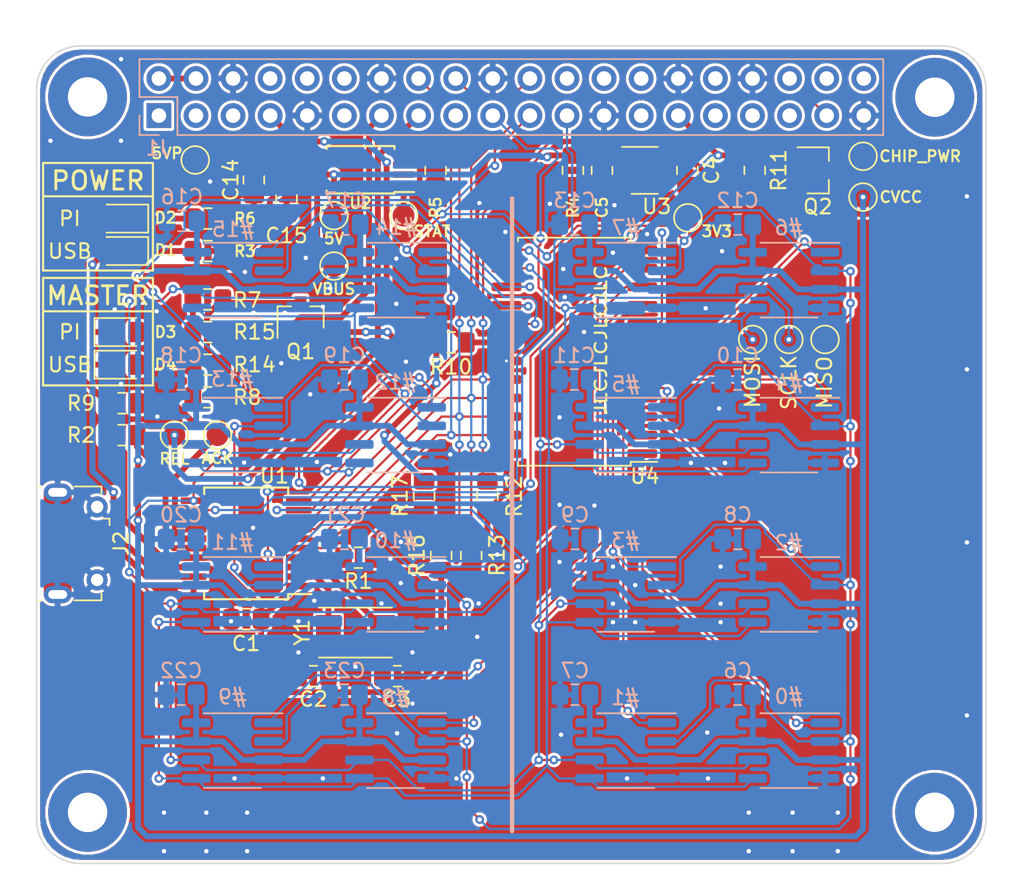
<source format=kicad_pcb>
(kicad_pcb (version 20171130) (host pcbnew 5.1.4)
  (layers (0 F.Cu signal) (31 B.Cu signal) (34 B.Paste user) (35 F.Paste user) (36 B.SilkS user) (37 F.SilkS user) (38 B.Mask user) (39 F.Mask user) (44 Edge.Cuts user))
  (net 0 "")
  (net 1 GND)
  (net 2 +3V3)
  (net 3 "Net-(C2-Pad1)")
  (net 4 "Net-(C3-Pad1)")
  (net 5 +5V)
  (net 6 "Net-(D1-Pad1)")
  (net 7 "Net-(J1-Pad1)")
  (net 8 +5VP)
  (net 9 "Net-(J1-Pad3)")
  (net 10 "Net-(J1-Pad5)")
  (net 11 "Net-(J1-Pad8)")
  (net 12 "Net-(J1-Pad10)")
  (net 13 "Net-(J1-Pad11)")
  (net 14 "Net-(J1-Pad12)")
  (net 15 /SPI_REL_ACK)
  (net 16 "Net-(J1-Pad17)")
  (net 17 /SPI_MOSI)
  (net 18 /SPI_MISO)
  (net 19 /SPI_SCLK)
  (net 20 "Net-(J1-Pad24)")
  (net 21 "Net-(J1-Pad26)")
  (net 22 "Net-(J1-Pad27)")
  (net 23 "Net-(J1-Pad28)")
  (net 24 "Net-(J1-Pad31)")
  (net 25 "Net-(J1-Pad32)")
  (net 26 "Net-(J1-Pad33)")
  (net 27 "Net-(J1-Pad35)")
  (net 28 "Net-(J1-Pad36)")
  (net 29 "Net-(J1-Pad38)")
  (net 30 "Net-(J1-Pad40)")
  (net 31 VBUS)
  (net 32 "Net-(J2-Pad2)")
  (net 33 "Net-(J2-Pad3)")
  (net 34 "Net-(J2-Pad4)")
  (net 35 "Net-(R1-Pad2)")
  (net 36 "Net-(R5-Pad1)")
  (net 37 "Net-(U1-Pad14)")
  (net 38 "Net-(U2-Pad2)")
  (net 39 "Net-(U3-Pad4)")
  (net 40 "Net-(H1-Pad1)")
  (net 41 "Net-(H2-Pad1)")
  (net 42 "Net-(H3-Pad1)")
  (net 43 "Net-(H4-Pad1)")
  (net 44 "Net-(D2-Pad1)")
  (net 45 /~SPI_RELEASE)
  (net 46 "Net-(R4-Pad2)")
  (net 47 "Net-(TP1-Pad1)")
  (net 48 "Net-(D3-Pad2)")
  (net 49 "Net-(D4-Pad2)")
  (net 50 /~CSEN)
  (net 51 /CSBIT0)
  (net 52 /CSBIT1)
  (net 53 /CSBIT2)
  (net 54 /CSBIT3)
  (net 55 /~CS15)
  (net 56 /~CS14)
  (net 57 /~CS13)
  (net 58 /~CS12)
  (net 59 /~CS11)
  (net 60 /~CS10)
  (net 61 /~CS9)
  (net 62 /~CS8)
  (net 63 /~CS7)
  (net 64 /~CS6)
  (net 65 /~CS5)
  (net 66 /~CS4)
  (net 67 /~CS3)
  (net 68 /~CS2)
  (net 69 /~CS1)
  (net 70 /~CS0)
  (net 71 "Net-(Q1-Pad3)")
  (net 72 /CHIP_PWR)
  (net 73 /CVCC)
  (module Capacitor_SMD:C_0805_2012Metric_Pad1.15x1.40mm_HandSolder (layer F.Cu) (at 105.0798 91.6596 90)
    (fp_text reference R17 (at 0 -1.65 90) (layer F.SilkS))
    (fp_text value 10k)
    (pad 2 smd roundrect (at 1.025 0 90) (size 1.15 1.4) (layers F.Cu F.Paste F.Mask) (roundrect_rratio 0.217391) (net 51 /CSBIT0))
    (pad 1 smd roundrect (at -1.025 0 90) (size 1.15 1.4) (layers F.Cu F.Paste F.Mask) (roundrect_rratio 0.217391) (net 2 +3V3))
  )
  (module Capacitor_SMD:C_0805_2012Metric_Pad1.15x1.40mm_HandSolder (layer F.Cu) (at 106.2482 95.7109 90)
    (fp_text reference R16 (at 0 -1.65 90) (layer F.SilkS))
    (fp_text value 10k)
    (pad 2 smd roundrect (at 1.025 0 90) (size 1.15 1.4) (layers F.Cu F.Paste F.Mask) (roundrect_rratio 0.217391) (net 52 /CSBIT1))
    (pad 1 smd roundrect (at -1.025 0 90) (size 1.15 1.4) (layers F.Cu F.Paste F.Mask) (roundrect_rratio 0.217391) (net 2 +3V3))
  )
  (module Capacitor_SMD:C_0805_2012Metric_Pad1.15x1.40mm_HandSolder (layer F.Cu) (at 108.3056 95.7109 90)
    (fp_text reference R13 (at 0.0037 1.7653 90) (layer F.SilkS))
    (fp_text value 10k)
    (pad 2 smd roundrect (at 1.025 0 90) (size 1.15 1.4) (layers F.Cu F.Paste F.Mask) (roundrect_rratio 0.217391) (net 53 /CSBIT2))
    (pad 1 smd roundrect (at -1.025 0 90) (size 1.15 1.4) (layers F.Cu F.Paste F.Mask) (roundrect_rratio 0.217391) (net 2 +3V3))
  )
  (module Capacitor_SMD:C_0805_2012Metric_Pad1.15x1.40mm_HandSolder (layer F.Cu) (at 109.4105 91.6596 90)
    (fp_text reference R12 (at 0 1.8415 90) (layer F.SilkS))
    (fp_text value 10k)
    (pad 2 smd roundrect (at 1.025 0 90) (size 1.15 1.4) (layers F.Cu F.Paste F.Mask) (roundrect_rratio 0.217391) (net 54 /CSBIT3))
    (pad 1 smd roundrect (at -1.025 0 90) (size 1.15 1.4) (layers F.Cu F.Paste F.Mask) (roundrect_rratio 0.217391) (net 2 +3V3))
  )
  (module TestPoint:TestPoint_Pad_D1.5mm (layer F.Cu) (at 132.523 80.9244 90)
    (fp_text reference TP12 hide)
    (fp_text value MISO (at -2.9464 -0.0366 90) (layer F.SilkS))
    (pad 1 smd circle (at 0 0 90) (size 1.5 1.5) (layers F.Cu F.Mask) (net 18 /SPI_MISO))
  )
  (module TestPoint:TestPoint_Pad_D1.5mm (layer F.Cu) (at 127.573 80.9244 90)
    (fp_text reference TP11 hide)
    (fp_text value MOSI (at -2.8956 -0.0142 90) (layer F.SilkS))
    (pad 1 smd circle (at 0 0 90) (size 1.5 1.5) (layers F.Cu F.Mask) (net 17 /SPI_MOSI))
  )
  (module TestPoint:TestPoint_Pad_D1.5mm (layer F.Cu) (at 130.048 80.9244 90)
    (fp_text reference TP10 hide)
    (fp_text value SCLK (at -2.9464 0 270) (layer F.SilkS))
    (pad 1 smd circle (at 0 0 90) (size 1.5 1.5) (layers F.Cu F.Mask) (net 19 /SPI_SCLK))
  )
  (module Package_SO:SOIC-8_3.9x4.9mm_P1.27mm (layer B.Cu) (at 103.1256 109.09 180)
    (fp_text reference U20 hide)
    (fp_text value 25LCxxx)
    (fp_text user "#8" (at 0 3.6352) (layer B.SilkS) (effects (justify mirror)))
    (pad 1 smd roundrect (at -2.475 1.905 180) (size 1.95 0.6) (layers B.Cu B.Paste B.Mask) (net 62 /~CS8))
    (pad 2 smd roundrect (at -2.475 0.635 180) (size 1.95 0.6) (layers B.Cu B.Paste B.Mask) (net 18 /SPI_MISO))
    (pad 3 smd roundrect (at -2.475 -0.635 180) (size 1.95 0.6) (layers B.Cu B.Paste B.Mask) (net 73 /CVCC))
    (pad 4 smd roundrect (at -2.475 -1.905 180) (size 1.95 0.6) (layers B.Cu B.Paste B.Mask) (net 1 GND))
    (pad 5 smd roundrect (at 2.475 -1.905 180) (size 1.95 0.6) (layers B.Cu B.Paste B.Mask) (net 17 /SPI_MOSI))
    (pad 6 smd roundrect (at 2.475 -0.635 180) (size 1.95 0.6) (layers B.Cu B.Paste B.Mask) (net 19 /SPI_SCLK))
    (pad 7 smd roundrect (at 2.475 0.635 180) (size 1.95 0.6) (layers B.Cu B.Paste B.Mask) (net 73 /CVCC))
    (pad 8 smd roundrect (at 2.475 1.905 180) (size 1.95 0.6) (layers B.Cu B.Paste B.Mask) (net 73 /CVCC))
  )
  (module Package_SO:SOIC-8_3.9x4.9mm_P1.27mm (layer B.Cu) (at 91.948 109.09 180)
    (fp_text reference U19 hide)
    (fp_text value 25LCxxx)
    (fp_text user "#9" (at 0.0008 3.6804) (layer B.SilkS) (effects (justify mirror)))
    (pad 8 smd roundrect (at 2.475 1.905 180) (size 1.95 0.6) (layers B.Cu B.Paste B.Mask) (net 73 /CVCC))
    (pad 7 smd roundrect (at 2.475 0.635 180) (size 1.95 0.6) (layers B.Cu B.Paste B.Mask) (net 73 /CVCC))
    (pad 6 smd roundrect (at 2.475 -0.635 180) (size 1.95 0.6) (layers B.Cu B.Paste B.Mask) (net 19 /SPI_SCLK))
    (pad 5 smd roundrect (at 2.475 -1.905 180) (size 1.95 0.6) (layers B.Cu B.Paste B.Mask) (net 17 /SPI_MOSI))
    (pad 4 smd roundrect (at -2.475 -1.905 180) (size 1.95 0.6) (layers B.Cu B.Paste B.Mask) (net 1 GND))
    (pad 3 smd roundrect (at -2.475 -0.635 180) (size 1.95 0.6) (layers B.Cu B.Paste B.Mask) (net 73 /CVCC))
    (pad 2 smd roundrect (at -2.475 0.635 180) (size 1.95 0.6) (layers B.Cu B.Paste B.Mask) (net 18 /SPI_MISO))
    (pad 1 smd roundrect (at -2.475 1.905 180) (size 1.95 0.6) (layers B.Cu B.Paste B.Mask) (net 61 /~CS9))
  )
  (module Package_SO:SOIC-8_3.9x4.9mm_P1.27mm (layer B.Cu) (at 103.1256 98.3882 180)
    (fp_text reference U18 hide)
    (fp_text value 25LCxxx)
    (fp_text user "#10" (at -0.0016 3.686) (layer B.SilkS) (effects (justify mirror)))
    (pad 1 smd roundrect (at -2.475 1.905 180) (size 1.95 0.6) (layers B.Cu B.Paste B.Mask) (net 60 /~CS10))
    (pad 2 smd roundrect (at -2.475 0.635 180) (size 1.95 0.6) (layers B.Cu B.Paste B.Mask) (net 18 /SPI_MISO))
    (pad 3 smd roundrect (at -2.475 -0.635 180) (size 1.95 0.6) (layers B.Cu B.Paste B.Mask) (net 73 /CVCC))
    (pad 4 smd roundrect (at -2.475 -1.905 180) (size 1.95 0.6) (layers B.Cu B.Paste B.Mask) (net 1 GND))
    (pad 5 smd roundrect (at 2.475 -1.905 180) (size 1.95 0.6) (layers B.Cu B.Paste B.Mask) (net 17 /SPI_MOSI))
    (pad 6 smd roundrect (at 2.475 -0.635 180) (size 1.95 0.6) (layers B.Cu B.Paste B.Mask) (net 19 /SPI_SCLK))
    (pad 7 smd roundrect (at 2.475 0.635 180) (size 1.95 0.6) (layers B.Cu B.Paste B.Mask) (net 73 /CVCC))
    (pad 8 smd roundrect (at 2.475 1.905 180) (size 1.95 0.6) (layers B.Cu B.Paste B.Mask) (net 73 /CVCC))
  )
  (module Package_SO:SOIC-8_3.9x4.9mm_P1.27mm (layer B.Cu) (at 91.948 98.3882 180)
    (fp_text reference U17 hide)
    (fp_text value 25LCxxx)
    (fp_text user "#11" (at 0 3.5732) (layer B.SilkS) (effects (justify mirror)))
    (pad 8 smd roundrect (at 2.475 1.905 180) (size 1.95 0.6) (layers B.Cu B.Paste B.Mask) (net 73 /CVCC))
    (pad 7 smd roundrect (at 2.475 0.635 180) (size 1.95 0.6) (layers B.Cu B.Paste B.Mask) (net 73 /CVCC))
    (pad 6 smd roundrect (at 2.475 -0.635 180) (size 1.95 0.6) (layers B.Cu B.Paste B.Mask) (net 19 /SPI_SCLK))
    (pad 5 smd roundrect (at 2.475 -1.905 180) (size 1.95 0.6) (layers B.Cu B.Paste B.Mask) (net 17 /SPI_MOSI))
    (pad 4 smd roundrect (at -2.475 -1.905 180) (size 1.95 0.6) (layers B.Cu B.Paste B.Mask) (net 1 GND))
    (pad 3 smd roundrect (at -2.475 -0.635 180) (size 1.95 0.6) (layers B.Cu B.Paste B.Mask) (net 73 /CVCC))
    (pad 2 smd roundrect (at -2.475 0.635 180) (size 1.95 0.6) (layers B.Cu B.Paste B.Mask) (net 18 /SPI_MISO))
    (pad 1 smd roundrect (at -2.475 1.905 180) (size 1.95 0.6) (layers B.Cu B.Paste B.Mask) (net 59 /~CS11))
  )
  (module Package_SO:SOIC-8_3.9x4.9mm_P1.27mm (layer B.Cu) (at 103.1256 87.4776 180)
    (fp_text reference U16 hide)
    (fp_text value 25LCxxx)
    (fp_text user "#12" (at 0 3.6296) (layer B.SilkS) (effects (justify mirror)))
    (pad 1 smd roundrect (at -2.475 1.905 180) (size 1.95 0.6) (layers B.Cu B.Paste B.Mask) (net 58 /~CS12))
    (pad 2 smd roundrect (at -2.475 0.635 180) (size 1.95 0.6) (layers B.Cu B.Paste B.Mask) (net 18 /SPI_MISO))
    (pad 3 smd roundrect (at -2.475 -0.635 180) (size 1.95 0.6) (layers B.Cu B.Paste B.Mask) (net 73 /CVCC))
    (pad 4 smd roundrect (at -2.475 -1.905 180) (size 1.95 0.6) (layers B.Cu B.Paste B.Mask) (net 1 GND))
    (pad 5 smd roundrect (at 2.475 -1.905 180) (size 1.95 0.6) (layers B.Cu B.Paste B.Mask) (net 17 /SPI_MOSI))
    (pad 6 smd roundrect (at 2.475 -0.635 180) (size 1.95 0.6) (layers B.Cu B.Paste B.Mask) (net 19 /SPI_SCLK))
    (pad 7 smd roundrect (at 2.475 0.635 180) (size 1.95 0.6) (layers B.Cu B.Paste B.Mask) (net 73 /CVCC))
    (pad 8 smd roundrect (at 2.475 1.905 180) (size 1.95 0.6) (layers B.Cu B.Paste B.Mask) (net 73 /CVCC))
  )
  (module Package_SO:SOIC-8_3.9x4.9mm_P1.27mm (layer B.Cu) (at 91.948 87.4776 180)
    (fp_text reference U15 hide)
    (fp_text value 25LCxxx)
    (fp_text user "#13" (at 0 3.8384) (layer B.SilkS) (effects (justify mirror)))
    (pad 8 smd roundrect (at 2.475 1.905 180) (size 1.95 0.6) (layers B.Cu B.Paste B.Mask) (net 73 /CVCC))
    (pad 7 smd roundrect (at 2.475 0.635 180) (size 1.95 0.6) (layers B.Cu B.Paste B.Mask) (net 73 /CVCC))
    (pad 6 smd roundrect (at 2.475 -0.635 180) (size 1.95 0.6) (layers B.Cu B.Paste B.Mask) (net 19 /SPI_SCLK))
    (pad 5 smd roundrect (at 2.475 -1.905 180) (size 1.95 0.6) (layers B.Cu B.Paste B.Mask) (net 17 /SPI_MOSI))
    (pad 4 smd roundrect (at -2.475 -1.905 180) (size 1.95 0.6) (layers B.Cu B.Paste B.Mask) (net 1 GND))
    (pad 3 smd roundrect (at -2.475 -0.635 180) (size 1.95 0.6) (layers B.Cu B.Paste B.Mask) (net 73 /CVCC))
    (pad 2 smd roundrect (at -2.475 0.635 180) (size 1.95 0.6) (layers B.Cu B.Paste B.Mask) (net 18 /SPI_MISO))
    (pad 1 smd roundrect (at -2.475 1.905 180) (size 1.95 0.6) (layers B.Cu B.Paste B.Mask) (net 57 /~CS13))
  )
  (module Package_SO:SOIC-8_3.9x4.9mm_P1.27mm (layer B.Cu) (at 103.1764 76.8604 180)
    (fp_text reference U14 hide)
    (fp_text value 25LCxxx)
    (fp_text user "#14" (at -0.0016 3.624) (layer B.SilkS) (effects (justify mirror)))
    (pad 1 smd roundrect (at -2.475 1.905 180) (size 1.95 0.6) (layers B.Cu B.Paste B.Mask) (net 56 /~CS14))
    (pad 2 smd roundrect (at -2.475 0.635 180) (size 1.95 0.6) (layers B.Cu B.Paste B.Mask) (net 18 /SPI_MISO))
    (pad 3 smd roundrect (at -2.475 -0.635 180) (size 1.95 0.6) (layers B.Cu B.Paste B.Mask) (net 73 /CVCC))
    (pad 4 smd roundrect (at -2.475 -1.905 180) (size 1.95 0.6) (layers B.Cu B.Paste B.Mask) (net 1 GND))
    (pad 5 smd roundrect (at 2.475 -1.905 180) (size 1.95 0.6) (layers B.Cu B.Paste B.Mask) (net 17 /SPI_MOSI))
    (pad 6 smd roundrect (at 2.475 -0.635 180) (size 1.95 0.6) (layers B.Cu B.Paste B.Mask) (net 19 /SPI_SCLK))
    (pad 7 smd roundrect (at 2.475 0.635 180) (size 1.95 0.6) (layers B.Cu B.Paste B.Mask) (net 73 /CVCC))
    (pad 8 smd roundrect (at 2.475 1.905 180) (size 1.95 0.6) (layers B.Cu B.Paste B.Mask) (net 73 /CVCC))
  )
  (module Package_SO:SOIC-8_3.9x4.9mm_P1.27mm (layer B.Cu) (at 91.9988 76.8604 180)
    (fp_text reference U13 hide)
    (fp_text value 25LCxxx)
    (fp_text user "#15" (at 0 3.4772) (layer B.SilkS) (effects (justify mirror)))
    (pad 1 smd roundrect (at -2.475 1.905 180) (size 1.95 0.6) (layers B.Cu B.Paste B.Mask) (net 55 /~CS15))
    (pad 2 smd roundrect (at -2.475 0.635 180) (size 1.95 0.6) (layers B.Cu B.Paste B.Mask) (net 18 /SPI_MISO))
    (pad 3 smd roundrect (at -2.475 -0.635 180) (size 1.95 0.6) (layers B.Cu B.Paste B.Mask) (net 73 /CVCC))
    (pad 4 smd roundrect (at -2.475 -1.905 180) (size 1.95 0.6) (layers B.Cu B.Paste B.Mask) (net 1 GND))
    (pad 5 smd roundrect (at 2.475 -1.905 180) (size 1.95 0.6) (layers B.Cu B.Paste B.Mask) (net 17 /SPI_MOSI))
    (pad 6 smd roundrect (at 2.475 -0.635 180) (size 1.95 0.6) (layers B.Cu B.Paste B.Mask) (net 19 /SPI_SCLK))
    (pad 7 smd roundrect (at 2.475 0.635 180) (size 1.95 0.6) (layers B.Cu B.Paste B.Mask) (net 73 /CVCC))
    (pad 8 smd roundrect (at 2.475 1.905 180) (size 1.95 0.6) (layers B.Cu B.Paste B.Mask) (net 73 /CVCC))
  )
  (module Capacitor_SMD:C_0805_2012Metric_Pad1.15x1.40mm_HandSolder (layer B.Cu) (at 99.6256 105.2576 180)
    (fp_text reference C23 (at 0 1.65) (layer B.SilkS) (effects (justify mirror)))
    (fp_text value 100n)
    (pad 2 smd roundrect (at 1.025 0 180) (size 1.15 1.4) (layers B.Cu B.Paste B.Mask) (roundrect_rratio 0.217391) (net 1 GND))
    (pad 1 smd roundrect (at -1.025 0 180) (size 1.15 1.4) (layers B.Cu B.Paste B.Mask) (roundrect_rratio 0.217391) (net 73 /CVCC))
  )
  (module Capacitor_SMD:C_0805_2012Metric_Pad1.15x1.40mm_HandSolder (layer B.Cu) (at 88.448 105.2576 180)
    (fp_text reference C22 (at 0 1.65) (layer B.SilkS) (effects (justify mirror)))
    (fp_text value 100n)
    (pad 2 smd roundrect (at 1.025 0 180) (size 1.15 1.4) (layers B.Cu B.Paste B.Mask) (roundrect_rratio 0.217391) (net 1 GND))
    (pad 1 smd roundrect (at -1.025 0 180) (size 1.15 1.4) (layers B.Cu B.Paste B.Mask) (roundrect_rratio 0.217391) (net 73 /CVCC))
  )
  (module Capacitor_SMD:C_0805_2012Metric_Pad1.15x1.40mm_HandSolder (layer B.Cu) (at 99.6256 94.5896 180)
    (fp_text reference C21 (at 0 1.65) (layer B.SilkS) (effects (justify mirror)))
    (fp_text value 100n)
    (pad 2 smd roundrect (at 1.025 0 180) (size 1.15 1.4) (layers B.Cu B.Paste B.Mask) (roundrect_rratio 0.217391) (net 1 GND))
    (pad 1 smd roundrect (at -1.025 0 180) (size 1.15 1.4) (layers B.Cu B.Paste B.Mask) (roundrect_rratio 0.217391) (net 73 /CVCC))
  )
  (module Capacitor_SMD:C_0805_2012Metric_Pad1.15x1.40mm_HandSolder (layer B.Cu) (at 88.448 94.5896 180)
    (fp_text reference C20 (at 0 1.65) (layer B.SilkS) (effects (justify mirror)))
    (fp_text value 100n)
    (pad 2 smd roundrect (at 1.025 0 180) (size 1.15 1.4) (layers B.Cu B.Paste B.Mask) (roundrect_rratio 0.217391) (net 1 GND))
    (pad 1 smd roundrect (at -1.025 0 180) (size 1.15 1.4) (layers B.Cu B.Paste B.Mask) (roundrect_rratio 0.217391) (net 73 /CVCC))
  )
  (module Capacitor_SMD:C_0805_2012Metric_Pad1.15x1.40mm_HandSolder (layer B.Cu) (at 99.6256 83.6676 180)
    (fp_text reference C19 (at 0 1.65) (layer B.SilkS) (effects (justify mirror)))
    (fp_text value 100n)
    (pad 2 smd roundrect (at 1.025 0 180) (size 1.15 1.4) (layers B.Cu B.Paste B.Mask) (roundrect_rratio 0.217391) (net 1 GND))
    (pad 1 smd roundrect (at -1.025 0 180) (size 1.15 1.4) (layers B.Cu B.Paste B.Mask) (roundrect_rratio 0.217391) (net 73 /CVCC))
  )
  (module Capacitor_SMD:C_0805_2012Metric_Pad1.15x1.40mm_HandSolder (layer B.Cu) (at 88.448 83.6676 180)
    (fp_text reference C18 (at 0 1.65) (layer B.SilkS) (effects (justify mirror)))
    (fp_text value 100n)
    (pad 2 smd roundrect (at 1.025 0 180) (size 1.15 1.4) (layers B.Cu B.Paste B.Mask) (roundrect_rratio 0.217391) (net 1 GND))
    (pad 1 smd roundrect (at -1.025 0 180) (size 1.15 1.4) (layers B.Cu B.Paste B.Mask) (roundrect_rratio 0.217391) (net 73 /CVCC))
  )
  (module Capacitor_SMD:C_0805_2012Metric_Pad1.15x1.40mm_HandSolder (layer B.Cu) (at 99.6764 73.0504 180)
    (fp_text reference C17 (at 0 1.65) (layer B.SilkS) (effects (justify mirror)))
    (fp_text value 100n)
    (pad 2 smd roundrect (at 1.025 0 180) (size 1.15 1.4) (layers B.Cu B.Paste B.Mask) (roundrect_rratio 0.217391) (net 1 GND))
    (pad 1 smd roundrect (at -1.025 0 180) (size 1.15 1.4) (layers B.Cu B.Paste B.Mask) (roundrect_rratio 0.217391) (net 73 /CVCC))
  )
  (module Capacitor_SMD:C_0805_2012Metric_Pad1.15x1.40mm_HandSolder (layer B.Cu) (at 88.4988 72.7964 180)
    (fp_text reference C16 (at 0 1.65) (layer B.SilkS) (effects (justify mirror)))
    (fp_text value 100n)
    (pad 2 smd roundrect (at 1.025 0 180) (size 1.15 1.4) (layers B.Cu B.Paste B.Mask) (roundrect_rratio 0.217391) (net 1 GND))
    (pad 1 smd roundrect (at -1.025 0 180) (size 1.15 1.4) (layers B.Cu B.Paste B.Mask) (roundrect_rratio 0.217391) (net 73 /CVCC))
  )
  (module TestPoint:TestPoint_Pad_D1.5mm (layer F.Cu) (at 135.128 71.1708)
    (fp_text reference TP9 hide)
    (fp_text value CVCC (at 2.5908 0) (layer F.SilkS) (effects (font (size 0.75 0.75))))
    (pad 1 smd circle (at 0 0) (size 1.5 1.5) (layers F.Cu F.Mask) (net 73 /CVCC))
  )
  (module TestPoint:TestPoint_Pad_D1.5mm (layer F.Cu) (at 135.128 68.3768)
    (fp_text reference TP8 hide)
    (fp_text value CHIP_PWR (at 3.9116 0) (layer F.SilkS) (effects (font (size 0.75 0.75))))
    (pad 1 smd circle (at 0 0) (size 1.5 1.5) (layers F.Cu F.Mask) (net 72 /CHIP_PWR))
  )
  (module Package_TO_SOT_SMD:SOT-23 (layer F.Cu) (at 132.0292 69.342)
    (fp_text reference Q2 (at 0 2.4892) (layer F.SilkS))
    (fp_text value BSS84)
    (pad 3 smd rect (at 1 0) (size 0.9 0.8) (layers F.Cu F.Paste F.Mask) (net 73 /CVCC))
    (pad 2 smd rect (at -1 0.95) (size 0.9 0.8) (layers F.Cu F.Paste F.Mask) (net 2 +3V3))
    (pad 1 smd rect (at -1 -0.95) (size 0.9 0.8) (layers F.Cu F.Paste F.Mask) (net 72 /CHIP_PWR))
  )
  (module Package_TO_SOT_SMD:SOT-23 (layer F.Cu) (at 96.6216 79.4164 90)
    (fp_text reference Q1 (at -2.3368 0 180) (layer F.SilkS))
    (fp_text value BSS84)
    (pad 3 smd rect (at 1 0 90) (size 0.9 0.8) (layers F.Cu F.Paste F.Mask) (net 71 "Net-(Q1-Pad3)"))
    (pad 2 smd rect (at -1 0.95 90) (size 0.9 0.8) (layers F.Cu F.Paste F.Mask) (net 2 +3V3))
    (pad 1 smd rect (at -1 -0.95 90) (size 0.9 0.8) (layers F.Cu F.Paste F.Mask) (net 15 /SPI_REL_ACK))
  )
  (module Capacitor_SMD:C_0805_2012Metric_Pad1.15x1.40mm_HandSolder (layer F.Cu) (at 127.7112 69.342 270)
    (fp_text reference R11 (at 0 -1.65 90) (layer F.SilkS))
    (fp_text value 10k)
    (pad 2 smd roundrect (at 1.025 0 270) (size 1.15 1.4) (layers F.Cu F.Paste F.Mask) (roundrect_rratio 0.217391) (net 2 +3V3))
    (pad 1 smd roundrect (at -1.025 0 270) (size 1.15 1.4) (layers F.Cu F.Paste F.Mask) (roundrect_rratio 0.217391) (net 72 /CHIP_PWR))
  )
  (module Package_SO:SOIC-8_3.9x4.9mm_P1.27mm (layer B.Cu) (at 118.8862 76.8604 180)
    (fp_text reference U12 hide)
    (fp_text value 25LCxxx)
    (fp_text user "#7" (at 0 3.577401) (layer B.SilkS) (effects (justify mirror)))
    (pad 1 smd roundrect (at -2.475 1.905 180) (size 1.95 0.6) (layers B.Cu B.Paste B.Mask) (net 63 /~CS7))
    (pad 2 smd roundrect (at -2.475 0.635 180) (size 1.95 0.6) (layers B.Cu B.Paste B.Mask) (net 18 /SPI_MISO))
    (pad 3 smd roundrect (at -2.475 -0.635 180) (size 1.95 0.6) (layers B.Cu B.Paste B.Mask) (net 73 /CVCC))
    (pad 4 smd roundrect (at -2.475 -1.905 180) (size 1.95 0.6) (layers B.Cu B.Paste B.Mask) (net 1 GND))
    (pad 5 smd roundrect (at 2.475 -1.905 180) (size 1.95 0.6) (layers B.Cu B.Paste B.Mask) (net 17 /SPI_MOSI))
    (pad 6 smd roundrect (at 2.475 -0.635 180) (size 1.95 0.6) (layers B.Cu B.Paste B.Mask) (net 19 /SPI_SCLK))
    (pad 7 smd roundrect (at 2.475 0.635 180) (size 1.95 0.6) (layers B.Cu B.Paste B.Mask) (net 73 /CVCC))
    (pad 8 smd roundrect (at 2.475 1.905 180) (size 1.95 0.6) (layers B.Cu B.Paste B.Mask) (net 73 /CVCC))
  )
  (module Package_SO:SOIC-8_3.9x4.9mm_P1.27mm (layer B.Cu) (at 130.048 76.8604 180)
    (fp_text reference U11 hide)
    (fp_text value 25LCxxx)
    (fp_text user "#6" (at 0 3.588601) (layer B.SilkS) (effects (justify mirror)))
    (pad 8 smd roundrect (at 2.475 1.905 180) (size 1.95 0.6) (layers B.Cu B.Paste B.Mask) (net 73 /CVCC))
    (pad 7 smd roundrect (at 2.475 0.635 180) (size 1.95 0.6) (layers B.Cu B.Paste B.Mask) (net 73 /CVCC))
    (pad 6 smd roundrect (at 2.475 -0.635 180) (size 1.95 0.6) (layers B.Cu B.Paste B.Mask) (net 19 /SPI_SCLK))
    (pad 5 smd roundrect (at 2.475 -1.905 180) (size 1.95 0.6) (layers B.Cu B.Paste B.Mask) (net 17 /SPI_MOSI))
    (pad 4 smd roundrect (at -2.475 -1.905 180) (size 1.95 0.6) (layers B.Cu B.Paste B.Mask) (net 1 GND))
    (pad 3 smd roundrect (at -2.475 -0.635 180) (size 1.95 0.6) (layers B.Cu B.Paste B.Mask) (net 73 /CVCC))
    (pad 2 smd roundrect (at -2.475 0.635 180) (size 1.95 0.6) (layers B.Cu B.Paste B.Mask) (net 18 /SPI_MISO))
    (pad 1 smd roundrect (at -2.475 1.905 180) (size 1.95 0.6) (layers B.Cu B.Paste B.Mask) (net 64 /~CS6))
  )
  (module Package_SO:SOIC-8_3.9x4.9mm_P1.27mm (layer B.Cu) (at 118.8862 87.4776 180)
    (fp_text reference U10 hide)
    (fp_text value 25LCxxx)
    (fp_text user "#5" (at 0 3.481401) (layer B.SilkS) (effects (justify mirror)))
    (pad 8 smd roundrect (at 2.475 1.905 180) (size 1.95 0.6) (layers B.Cu B.Paste B.Mask) (net 73 /CVCC))
    (pad 7 smd roundrect (at 2.475 0.635 180) (size 1.95 0.6) (layers B.Cu B.Paste B.Mask) (net 73 /CVCC))
    (pad 6 smd roundrect (at 2.475 -0.635 180) (size 1.95 0.6) (layers B.Cu B.Paste B.Mask) (net 19 /SPI_SCLK))
    (pad 5 smd roundrect (at 2.475 -1.905 180) (size 1.95 0.6) (layers B.Cu B.Paste B.Mask) (net 17 /SPI_MOSI))
    (pad 4 smd roundrect (at -2.475 -1.905 180) (size 1.95 0.6) (layers B.Cu B.Paste B.Mask) (net 1 GND))
    (pad 3 smd roundrect (at -2.475 -0.635 180) (size 1.95 0.6) (layers B.Cu B.Paste B.Mask) (net 73 /CVCC))
    (pad 2 smd roundrect (at -2.475 0.635 180) (size 1.95 0.6) (layers B.Cu B.Paste B.Mask) (net 18 /SPI_MISO))
    (pad 1 smd roundrect (at -2.475 1.905 180) (size 1.95 0.6) (layers B.Cu B.Paste B.Mask) (net 65 /~CS5))
  )
  (module Package_SO:SOIC-8_3.9x4.9mm_P1.27mm (layer B.Cu) (at 130.048 87.4776 180)
    (fp_text reference U9 hide)
    (fp_text value 25LCxxx)
    (fp_text user "#4" (at 0 3.5814) (layer B.SilkS) (effects (justify mirror)))
    (pad 8 smd roundrect (at 2.475 1.905 180) (size 1.95 0.6) (layers B.Cu B.Paste B.Mask) (net 73 /CVCC))
    (pad 7 smd roundrect (at 2.475 0.635 180) (size 1.95 0.6) (layers B.Cu B.Paste B.Mask) (net 73 /CVCC))
    (pad 6 smd roundrect (at 2.475 -0.635 180) (size 1.95 0.6) (layers B.Cu B.Paste B.Mask) (net 19 /SPI_SCLK))
    (pad 5 smd roundrect (at 2.475 -1.905 180) (size 1.95 0.6) (layers B.Cu B.Paste B.Mask) (net 17 /SPI_MOSI))
    (pad 4 smd roundrect (at -2.475 -1.905 180) (size 1.95 0.6) (layers B.Cu B.Paste B.Mask) (net 1 GND))
    (pad 3 smd roundrect (at -2.475 -0.635 180) (size 1.95 0.6) (layers B.Cu B.Paste B.Mask) (net 73 /CVCC))
    (pad 2 smd roundrect (at -2.475 0.635 180) (size 1.95 0.6) (layers B.Cu B.Paste B.Mask) (net 18 /SPI_MISO))
    (pad 1 smd roundrect (at -2.475 1.905 180) (size 1.95 0.6) (layers B.Cu B.Paste B.Mask) (net 66 /~CS4))
  )
  (module Package_SO:SOIC-8_3.9x4.9mm_P1.27mm (layer B.Cu) (at 118.8862 98.3882 180)
    (fp_text reference U8 hide)
    (fp_text value 25LCxxx)
    (fp_text user "#3" (at 0.0142 3.683) (layer B.SilkS) (effects (justify mirror)))
    (pad 8 smd roundrect (at 2.475 1.905 180) (size 1.95 0.6) (layers B.Cu B.Paste B.Mask) (net 73 /CVCC))
    (pad 7 smd roundrect (at 2.475 0.635 180) (size 1.95 0.6) (layers B.Cu B.Paste B.Mask) (net 73 /CVCC))
    (pad 6 smd roundrect (at 2.475 -0.635 180) (size 1.95 0.6) (layers B.Cu B.Paste B.Mask) (net 19 /SPI_SCLK))
    (pad 5 smd roundrect (at 2.475 -1.905 180) (size 1.95 0.6) (layers B.Cu B.Paste B.Mask) (net 17 /SPI_MOSI))
    (pad 4 smd roundrect (at -2.475 -1.905 180) (size 1.95 0.6) (layers B.Cu B.Paste B.Mask) (net 1 GND))
    (pad 3 smd roundrect (at -2.475 -0.635 180) (size 1.95 0.6) (layers B.Cu B.Paste B.Mask) (net 73 /CVCC))
    (pad 2 smd roundrect (at -2.475 0.635 180) (size 1.95 0.6) (layers B.Cu B.Paste B.Mask) (net 18 /SPI_MISO))
    (pad 1 smd roundrect (at -2.475 1.905 180) (size 1.95 0.6) (layers B.Cu B.Paste B.Mask) (net 67 /~CS3))
  )
  (module Package_SO:SOIC-8_3.9x4.9mm_P1.27mm (layer B.Cu) (at 130.048 98.3882 180)
    (fp_text reference U7 hide)
    (fp_text value 25LCxxx)
    (fp_text user "#2" (at 0 3.5306) (layer B.SilkS) (effects (justify mirror)))
    (pad 8 smd roundrect (at 2.475 1.905 180) (size 1.95 0.6) (layers B.Cu B.Paste B.Mask) (net 73 /CVCC))
    (pad 7 smd roundrect (at 2.475 0.635 180) (size 1.95 0.6) (layers B.Cu B.Paste B.Mask) (net 73 /CVCC))
    (pad 6 smd roundrect (at 2.475 -0.635 180) (size 1.95 0.6) (layers B.Cu B.Paste B.Mask) (net 19 /SPI_SCLK))
    (pad 5 smd roundrect (at 2.475 -1.905 180) (size 1.95 0.6) (layers B.Cu B.Paste B.Mask) (net 17 /SPI_MOSI))
    (pad 4 smd roundrect (at -2.475 -1.905 180) (size 1.95 0.6) (layers B.Cu B.Paste B.Mask) (net 1 GND))
    (pad 3 smd roundrect (at -2.475 -0.635 180) (size 1.95 0.6) (layers B.Cu B.Paste B.Mask) (net 73 /CVCC))
    (pad 2 smd roundrect (at -2.475 0.635 180) (size 1.95 0.6) (layers B.Cu B.Paste B.Mask) (net 18 /SPI_MISO))
    (pad 1 smd roundrect (at -2.475 1.905 180) (size 1.95 0.6) (layers B.Cu B.Paste B.Mask) (net 68 /~CS2))
  )
  (module Package_SO:SOIC-8_3.9x4.9mm_P1.27mm (layer B.Cu) (at 118.8862 109.09 180)
    (fp_text reference U6 hide)
    (fp_text value 25LCxxx)
    (fp_text user "#1" (at 0.0366 3.6322) (layer B.SilkS) (effects (justify mirror)))
    (pad 8 smd roundrect (at 2.475 1.905 180) (size 1.95 0.6) (layers B.Cu B.Paste B.Mask) (net 73 /CVCC))
    (pad 7 smd roundrect (at 2.475 0.635 180) (size 1.95 0.6) (layers B.Cu B.Paste B.Mask) (net 73 /CVCC))
    (pad 6 smd roundrect (at 2.475 -0.635 180) (size 1.95 0.6) (layers B.Cu B.Paste B.Mask) (net 19 /SPI_SCLK))
    (pad 5 smd roundrect (at 2.475 -1.905 180) (size 1.95 0.6) (layers B.Cu B.Paste B.Mask) (net 17 /SPI_MOSI))
    (pad 4 smd roundrect (at -2.475 -1.905 180) (size 1.95 0.6) (layers B.Cu B.Paste B.Mask) (net 1 GND))
    (pad 3 smd roundrect (at -2.475 -0.635 180) (size 1.95 0.6) (layers B.Cu B.Paste B.Mask) (net 73 /CVCC))
    (pad 2 smd roundrect (at -2.475 0.635 180) (size 1.95 0.6) (layers B.Cu B.Paste B.Mask) (net 18 /SPI_MISO))
    (pad 1 smd roundrect (at -2.475 1.905 180) (size 1.95 0.6) (layers B.Cu B.Paste B.Mask) (net 69 /~CS1))
  )
  (module Capacitor_SMD:C_0805_2012Metric_Pad1.15x1.40mm_HandSolder (layer B.Cu) (at 115.3862 73.0504 180)
    (fp_text reference C13 (at 0 1.65) (layer B.SilkS) (effects (justify mirror)))
    (fp_text value 100n)
    (pad 1 smd roundrect (at -1.025 0 180) (size 1.15 1.4) (layers B.Cu B.Paste B.Mask) (roundrect_rratio 0.217391) (net 73 /CVCC))
    (pad 2 smd roundrect (at 1.025 0 180) (size 1.15 1.4) (layers B.Cu B.Paste B.Mask) (roundrect_rratio 0.217391) (net 1 GND))
  )
  (module Capacitor_SMD:C_0805_2012Metric_Pad1.15x1.40mm_HandSolder (layer B.Cu) (at 126.548 73.0504 180)
    (fp_text reference C12 (at 0 1.65) (layer B.SilkS) (effects (justify mirror)))
    (fp_text value 100n)
    (pad 2 smd roundrect (at 1.025 0 180) (size 1.15 1.4) (layers B.Cu B.Paste B.Mask) (roundrect_rratio 0.217391) (net 1 GND))
    (pad 1 smd roundrect (at -1.025 0 180) (size 1.15 1.4) (layers B.Cu B.Paste B.Mask) (roundrect_rratio 0.217391) (net 73 /CVCC))
  )
  (module Capacitor_SMD:C_0805_2012Metric_Pad1.15x1.40mm_HandSolder (layer B.Cu) (at 115.3578 83.6676 180)
    (fp_text reference C11 (at 0 1.65) (layer B.SilkS) (effects (justify mirror)))
    (fp_text value 100n)
    (pad 2 smd roundrect (at 1.025 0 180) (size 1.15 1.4) (layers B.Cu B.Paste B.Mask) (roundrect_rratio 0.217391) (net 1 GND))
    (pad 1 smd roundrect (at -1.025 0 180) (size 1.15 1.4) (layers B.Cu B.Paste B.Mask) (roundrect_rratio 0.217391) (net 73 /CVCC))
  )
  (module Capacitor_SMD:C_0805_2012Metric_Pad1.15x1.40mm_HandSolder (layer B.Cu) (at 126.548 83.6676 180)
    (fp_text reference C10 (at 0 1.65) (layer B.SilkS) (effects (justify mirror)))
    (fp_text value 100n)
    (pad 2 smd roundrect (at 1.025 0 180) (size 1.15 1.4) (layers B.Cu B.Paste B.Mask) (roundrect_rratio 0.217391) (net 1 GND))
    (pad 1 smd roundrect (at -1.025 0 180) (size 1.15 1.4) (layers B.Cu B.Paste B.Mask) (roundrect_rratio 0.217391) (net 73 /CVCC))
  )
  (module Capacitor_SMD:C_0805_2012Metric_Pad1.15x1.40mm_HandSolder (layer B.Cu) (at 115.4086 94.5896 180)
    (fp_text reference C9 (at 0 1.65) (layer B.SilkS) (effects (justify mirror)))
    (fp_text value 100n)
    (pad 2 smd roundrect (at 1.025 0 180) (size 1.15 1.4) (layers B.Cu B.Paste B.Mask) (roundrect_rratio 0.217391) (net 1 GND))
    (pad 1 smd roundrect (at -1.025 0 180) (size 1.15 1.4) (layers B.Cu B.Paste B.Mask) (roundrect_rratio 0.217391) (net 73 /CVCC))
  )
  (module Capacitor_SMD:C_0805_2012Metric_Pad1.15x1.40mm_HandSolder (layer B.Cu) (at 126.548 94.5896 180)
    (fp_text reference C8 (at 0 1.65) (layer B.SilkS) (effects (justify mirror)))
    (fp_text value 100n)
    (pad 2 smd roundrect (at 1.025 0 180) (size 1.15 1.4) (layers B.Cu B.Paste B.Mask) (roundrect_rratio 0.217391) (net 1 GND))
    (pad 1 smd roundrect (at -1.025 0 180) (size 1.15 1.4) (layers B.Cu B.Paste B.Mask) (roundrect_rratio 0.217391) (net 73 /CVCC))
  )
  (module Capacitor_SMD:C_0805_2012Metric_Pad1.15x1.40mm_HandSolder (layer B.Cu) (at 115.4086 105.2576 180)
    (fp_text reference C7 (at 0 1.65) (layer B.SilkS) (effects (justify mirror)))
    (fp_text value 100n)
    (pad 2 smd roundrect (at 1.025 0 180) (size 1.15 1.4) (layers B.Cu B.Paste B.Mask) (roundrect_rratio 0.217391) (net 1 GND))
    (pad 1 smd roundrect (at -1.025 0 180) (size 1.15 1.4) (layers B.Cu B.Paste B.Mask) (roundrect_rratio 0.217391) (net 73 /CVCC))
  )
  (module Capacitor_SMD:C_0805_2012Metric_Pad1.15x1.40mm_HandSolder (layer F.Cu) (at 90.2716 82.6516)
    (fp_text reference R14 (at 3.1914 0) (layer F.SilkS))
    (fp_text value DNP)
    (pad 2 smd roundrect (at 1.025 0) (size 1.15 1.4) (layers F.Cu F.Paste F.Mask) (roundrect_rratio 0.217391) (net 71 "Net-(Q1-Pad3)"))
    (pad 1 smd roundrect (at -1.025 0) (size 1.15 1.4) (layers F.Cu F.Paste F.Mask) (roundrect_rratio 0.217391) (net 49 "Net-(D4-Pad2)"))
  )
  (module Capacitor_SMD:C_0805_2012Metric_Pad1.15x1.40mm_HandSolder (layer F.Cu) (at 90.2626 80.4164)
    (fp_text reference R15 (at 3.2004 0) (layer F.SilkS))
    (fp_text value DNP)
    (pad 2 smd roundrect (at 1.025 0) (size 1.15 1.4) (layers F.Cu F.Paste F.Mask) (roundrect_rratio 0.217391) (net 15 /SPI_REL_ACK))
    (pad 1 smd roundrect (at -1.025 0) (size 1.15 1.4) (layers F.Cu F.Paste F.Mask) (roundrect_rratio 0.217391) (net 48 "Net-(D3-Pad2)"))
  )
  (module Capacitor_SMD:C_0805_2012Metric_Pad1.15x1.40mm_HandSolder (layer F.Cu) (at 95.6564 71.301 270)
    (fp_text reference C15 (at 2.5114 0 180) (layer F.SilkS))
    (fp_text value 100n)
    (pad 2 smd roundrect (at 1.025 0 270) (size 1.15 1.4) (layers F.Cu F.Paste F.Mask) (roundrect_rratio 0.217391) (net 1 GND))
    (pad 1 smd roundrect (at -1.025 0 270) (size 1.15 1.4) (layers F.Cu F.Paste F.Mask) (roundrect_rratio 0.217391) (net 31 VBUS))
  )
  (module Capacitor_SMD:C_0805_2012Metric_Pad1.15x1.40mm_HandSolder (layer F.Cu) (at 93.4212 70.001 270)
    (fp_text reference C14 (at 0.0014 1.5748 90) (layer F.SilkS))
    (fp_text value 100n)
    (pad 2 smd roundrect (at 1.025 0 270) (size 1.15 1.4) (layers F.Cu F.Paste F.Mask) (roundrect_rratio 0.217391) (net 1 GND))
    (pad 1 smd roundrect (at -1.025 0 270) (size 1.15 1.4) (layers F.Cu F.Paste F.Mask) (roundrect_rratio 0.217391) (net 8 +5VP))
  )
  (module Capacitor_SMD:C_0805_2012Metric_Pad1.15x1.40mm_HandSolder (layer B.Cu) (at 126.548 105.2576 180)
    (fp_text reference C6 (at 0 1.65 180) (layer B.SilkS) (effects (justify mirror)))
    (fp_text value 100n)
    (pad 2 smd roundrect (at 1.025 0 180) (size 1.15 1.4) (layers B.Cu B.Paste B.Mask) (roundrect_rratio 0.217391) (net 1 GND))
    (pad 1 smd roundrect (at -1.025 0 180) (size 1.15 1.4) (layers B.Cu B.Paste B.Mask) (roundrect_rratio 0.217391) (net 73 /CVCC))
  )
  (module Package_SO:SOIC-8_3.9x4.9mm_P1.27mm (layer B.Cu) (at 130.048 109.09 180)
    (fp_text reference U5 hide)
    (fp_text value 25LCxxx)
    (fp_text user "#0" (at 0 3.7084) (layer B.SilkS) (effects (justify mirror)))
    (pad 8 smd roundrect (at 2.475 1.905 180) (size 1.95 0.6) (layers B.Cu B.Paste B.Mask) (net 73 /CVCC))
    (pad 7 smd roundrect (at 2.475 0.635 180) (size 1.95 0.6) (layers B.Cu B.Paste B.Mask) (net 73 /CVCC))
    (pad 6 smd roundrect (at 2.475 -0.635 180) (size 1.95 0.6) (layers B.Cu B.Paste B.Mask) (net 19 /SPI_SCLK))
    (pad 5 smd roundrect (at 2.475 -1.905 180) (size 1.95 0.6) (layers B.Cu B.Paste B.Mask) (net 17 /SPI_MOSI))
    (pad 4 smd roundrect (at -2.475 -1.905 180) (size 1.95 0.6) (layers B.Cu B.Paste B.Mask) (net 1 GND))
    (pad 3 smd roundrect (at -2.475 -0.635 180) (size 1.95 0.6) (layers B.Cu B.Paste B.Mask) (net 73 /CVCC))
    (pad 2 smd roundrect (at -2.475 0.635 180) (size 1.95 0.6) (layers B.Cu B.Paste B.Mask) (net 18 /SPI_MISO))
    (pad 1 smd roundrect (at -2.475 1.905 180) (size 1.95 0.6) (layers B.Cu B.Paste B.Mask) (net 70 /~CS0))
  )
  (module Connector_USB:USB_Micro-B_Molex-105017-0001 (layer F.Cu) (at 81.2292 94.8944 270)
    (fp_text reference J2 (at 0 -3.1125 90) (layer F.SilkS))
    (fp_text value USB_B_Micro)
    (pad 6 smd rect (at -2.9 1.2375 270) (size 1.2 1.9) (layers F.Cu F.Mask) (net 1 GND))
    (pad 6 smd rect (at 2.9 1.2375 270) (size 1.2 1.9) (layers F.Cu F.Mask) (net 1 GND))
    (pad 6 thru_hole oval (at 3.5 1.2375 270) (size 1.2 1.9) (drill oval 0.6 1.3) (layers *.Cu *.Mask) (net 1 GND))
    (pad 6 thru_hole oval (at -3.5 1.2375 90) (size 1.2 1.9) (drill oval 0.6 1.3) (layers *.Cu *.Mask) (net 1 GND))
    (pad 6 smd rect (at -1 1.2375 270) (size 1.5 1.9) (layers F.Cu F.Paste F.Mask) (net 1 GND))
    (pad 6 thru_hole circle (at 2.5 -1.4625 270) (size 1.45 1.45) (drill 0.85) (layers *.Cu *.Mask) (net 1 GND))
    (pad 3 smd rect (at 0 -1.4625 270) (size 0.4 1.35) (layers F.Cu F.Paste F.Mask) (net 33 "Net-(J2-Pad3)"))
    (pad 4 smd rect (at 0.65 -1.4625 270) (size 0.4 1.35) (layers F.Cu F.Paste F.Mask) (net 34 "Net-(J2-Pad4)"))
    (pad 5 smd rect (at 1.3 -1.4625 270) (size 0.4 1.35) (layers F.Cu F.Paste F.Mask) (net 1 GND))
    (pad 1 smd rect (at -1.3 -1.4625 270) (size 0.4 1.35) (layers F.Cu F.Paste F.Mask) (net 31 VBUS))
    (pad 2 smd rect (at -0.65 -1.4625 270) (size 0.4 1.35) (layers F.Cu F.Paste F.Mask) (net 32 "Net-(J2-Pad2)"))
    (pad 6 thru_hole circle (at -2.5 -1.4625 270) (size 1.45 1.45) (drill 0.85) (layers *.Cu *.Mask) (net 1 GND))
    (pad 6 smd rect (at 1 1.2375 270) (size 1.5 1.9) (layers F.Cu F.Paste F.Mask) (net 1 GND))
  )
  (module Capacitor_SMD:C_0805_2012Metric_Pad1.15x1.40mm_HandSolder (layer F.Cu) (at 90.2716 84.8868 180)
    (fp_text reference R8 (at -2.6924 0) (layer F.SilkS))
    (fp_text value 1k)
    (pad 2 smd roundrect (at 1.025 0 180) (size 1.15 1.4) (layers F.Cu F.Paste F.Mask) (roundrect_rratio 0.217391) (net 49 "Net-(D4-Pad2)"))
    (pad 1 smd roundrect (at -1.025 0 180) (size 1.15 1.4) (layers F.Cu F.Paste F.Mask) (roundrect_rratio 0.217391) (net 15 /SPI_REL_ACK))
  )
  (module Package_SO:SOIC-24W_7.5x15.4mm_P1.27mm (layer F.Cu) (at 115.3668 81.7626 180)
    (fp_text reference U4 (at -4.826 -8.5344) (layer F.SilkS))
    (fp_text value CD74HC154)
    (pad 24 smd roundrect (at 4.65 -6.985 180) (size 2.05 0.6) (layers F.Cu F.Paste F.Mask) (net 2 +3V3))
    (pad 23 smd roundrect (at 4.65 -5.715 180) (size 2.05 0.6) (layers F.Cu F.Paste F.Mask) (net 51 /CSBIT0))
    (pad 22 smd roundrect (at 4.65 -4.445 180) (size 2.05 0.6) (layers F.Cu F.Paste F.Mask) (net 52 /CSBIT1))
    (pad 21 smd roundrect (at 4.65 -3.175 180) (size 2.05 0.6) (layers F.Cu F.Paste F.Mask) (net 53 /CSBIT2))
    (pad 20 smd roundrect (at 4.65 -1.905 180) (size 2.05 0.6) (layers F.Cu F.Paste F.Mask) (net 54 /CSBIT3))
    (pad 19 smd roundrect (at 4.65 -0.635 180) (size 2.05 0.6) (layers F.Cu F.Paste F.Mask) (net 1 GND))
    (pad 18 smd roundrect (at 4.65 0.635 180) (size 2.05 0.6) (layers F.Cu F.Paste F.Mask) (net 50 /~CSEN))
    (pad 17 smd roundrect (at 4.65 1.905 180) (size 2.05 0.6) (layers F.Cu F.Paste F.Mask) (net 55 /~CS15))
    (pad 16 smd roundrect (at 4.65 3.175 180) (size 2.05 0.6) (layers F.Cu F.Paste F.Mask) (net 56 /~CS14))
    (pad 15 smd roundrect (at 4.65 4.445 180) (size 2.05 0.6) (layers F.Cu F.Paste F.Mask) (net 57 /~CS13))
    (pad 14 smd roundrect (at 4.65 5.715 180) (size 2.05 0.6) (layers F.Cu F.Paste F.Mask) (net 58 /~CS12))
    (pad 13 smd roundrect (at 4.65 6.985 180) (size 2.05 0.6) (layers F.Cu F.Paste F.Mask) (net 59 /~CS11))
    (pad 12 smd roundrect (at -4.65 6.985 180) (size 2.05 0.6) (layers F.Cu F.Paste F.Mask) (net 1 GND))
    (pad 11 smd roundrect (at -4.65 5.715 180) (size 2.05 0.6) (layers F.Cu F.Paste F.Mask) (net 60 /~CS10))
    (pad 10 smd roundrect (at -4.65 4.445 180) (size 2.05 0.6) (layers F.Cu F.Paste F.Mask) (net 61 /~CS9))
    (pad 9 smd roundrect (at -4.65 3.175 180) (size 2.05 0.6) (layers F.Cu F.Paste F.Mask) (net 62 /~CS8))
    (pad 8 smd roundrect (at -4.65 1.905 180) (size 2.05 0.6) (layers F.Cu F.Paste F.Mask) (net 63 /~CS7))
    (pad 7 smd roundrect (at -4.65 0.635 180) (size 2.05 0.6) (layers F.Cu F.Paste F.Mask) (net 64 /~CS6))
    (pad 6 smd roundrect (at -4.65 -0.635 180) (size 2.05 0.6) (layers F.Cu F.Paste F.Mask) (net 65 /~CS5))
    (pad 5 smd roundrect (at -4.65 -1.905 180) (size 2.05 0.6) (layers F.Cu F.Paste F.Mask) (net 66 /~CS4))
    (pad 4 smd roundrect (at -4.65 -3.175 180) (size 2.05 0.6) (layers F.Cu F.Paste F.Mask) (net 67 /~CS3))
    (pad 3 smd roundrect (at -4.65 -4.445 180) (size 2.05 0.6) (layers F.Cu F.Paste F.Mask) (net 68 /~CS2))
    (pad 2 smd roundrect (at -4.65 -5.715 180) (size 2.05 0.6) (layers F.Cu F.Paste F.Mask) (net 69 /~CS1))
    (pad 1 smd roundrect (at -4.65 -6.985 180) (size 2.05 0.6) (layers F.Cu F.Paste F.Mask) (net 70 /~CS0))
  )
  (module TestPoint:TestPoint_Pad_D1.5mm (layer F.Cu) (at 89.408 68.6308)
    (fp_text reference TP7 hide)
    (fp_text value 5VP (at -1.9304 -0.4572) (layer F.SilkS) (effects (font (size 0.75 0.75))))
    (pad 1 smd circle (at 0 0) (size 1.5 1.5) (layers F.Cu F.Mask) (net 8 +5VP))
  )
  (module TestPoint:TestPoint_Pad_D1.5mm (layer F.Cu) (at 98.9076 75.8952)
    (fp_text reference TP6 hide)
    (fp_text value VBUS (at 0 1.5748) (layer F.SilkS) (effects (font (size 0.75 0.75))))
    (pad 1 smd circle (at 0 0) (size 1.5 1.5) (layers F.Cu F.Mask) (net 31 VBUS))
  )
  (module Capacitor_SMD:C_0805_2012Metric_Pad1.15x1.40mm_HandSolder (layer F.Cu) (at 106.934 81.1276)
    (fp_text reference R10 (at -0.009 1.6764) (layer F.SilkS))
    (fp_text value 10k)
    (pad 2 smd roundrect (at 1.025 0) (size 1.15 1.4) (layers F.Cu F.Paste F.Mask) (roundrect_rratio 0.217391) (net 50 /~CSEN))
    (pad 1 smd roundrect (at -1.025 0) (size 1.15 1.4) (layers F.Cu F.Paste F.Mask) (roundrect_rratio 0.217391) (net 2 +3V3))
  )
  (module TestPoint:TestPoint_Pad_D1.5mm (layer F.Cu) (at 90.932 87.4776)
    (fp_text reference TP5 hide)
    (fp_text value ACK (at 0 1.5748) (layer F.SilkS) (effects (font (size 0.75 0.75))))
    (pad 1 smd circle (at 0 0) (size 1.5 1.5) (layers F.Cu F.Mask) (net 15 /SPI_REL_ACK))
  )
  (module TestPoint:TestPoint_Pad_D1.5mm (layer F.Cu) (at 87.9856 87.4776)
    (fp_text reference TP4 hide)
    (fp_text value REL (at 0 1.6256) (layer F.SilkS) (effects (font (size 0.75 0.75))))
    (pad 1 smd circle (at 0 0) (size 1.5 1.5) (layers F.Cu F.Mask) (net 45 /~SPI_RELEASE))
  )
  (module Capacitor_SMD:C_0805_2012Metric_Pad1.15x1.40mm_HandSolder (layer F.Cu) (at 84.3955 85.2932)
    (fp_text reference R9 (at -2.803 0) (layer F.SilkS))
    (fp_text value 10k)
    (pad 2 smd roundrect (at 1.025 0) (size 1.15 1.4) (layers F.Cu F.Paste F.Mask) (roundrect_rratio 0.217391) (net 15 /SPI_REL_ACK))
    (pad 1 smd roundrect (at -1.025 0) (size 1.15 1.4) (layers F.Cu F.Paste F.Mask) (roundrect_rratio 0.217391) (net 2 +3V3))
  )
  (module LED_SMD:LED_0805_2012Metric_Pad1.15x1.40mm_HandSolder (layer F.Cu) (at 84.373 82.6516)
    (fp_text reference D4 (at 3.003 0) (layer F.SilkS) (effects (font (size 0.75 0.75))))
    (fp_text value USB (at -3.5502 0) (layer F.SilkS))
    (pad 2 smd roundrect (at 1.025 0) (size 1.15 1.4) (layers F.Cu F.Paste F.Mask) (roundrect_rratio 0.217391) (net 49 "Net-(D4-Pad2)"))
    (pad 1 smd roundrect (at -1.025 0) (size 1.15 1.4) (layers F.Cu F.Paste F.Mask) (roundrect_rratio 0.217391) (net 1 GND))
  )
  (module LED_SMD:LED_0805_2012Metric_Pad1.15x1.40mm_HandSolder (layer F.Cu) (at 84.328 74.8665 180)
    (fp_text reference D1 (at -3.048 0.06) (layer F.SilkS) (effects (font (size 0.75 0.75))))
    (fp_text value USB (at 3.5052 -0.0127) (layer F.SilkS))
    (pad 2 smd roundrect (at 1.025 0 180) (size 1.15 1.4) (layers F.Cu F.Paste F.Mask) (roundrect_rratio 0.217391) (net 31 VBUS))
    (pad 1 smd roundrect (at -1.025 0 180) (size 1.15 1.4) (layers F.Cu F.Paste F.Mask) (roundrect_rratio 0.217391) (net 6 "Net-(D1-Pad1)"))
  )
  (module LED_SMD:LED_0805_2012Metric_Pad1.15x1.40mm_HandSolder (layer F.Cu) (at 84.328 72.644 180)
    (fp_text reference D2 (at -3.048 0.06) (layer F.SilkS) (effects (font (size 0.75 0.75))))
    (fp_text value PI (at 3.5052 0) (layer F.SilkS))
    (pad 2 smd roundrect (at 1.025 0 180) (size 1.15 1.4) (layers F.Cu F.Paste F.Mask) (roundrect_rratio 0.217391) (net 8 +5VP))
    (pad 1 smd roundrect (at -1.025 0 180) (size 1.15 1.4) (layers F.Cu F.Paste F.Mask) (roundrect_rratio 0.217391) (net 44 "Net-(D2-Pad1)"))
  )
  (module LED_SMD:LED_0805_2012Metric_Pad1.15x1.40mm_HandSolder (layer F.Cu) (at 84.373 80.4164)
    (fp_text reference D3 (at 3.003 0) (layer F.SilkS) (effects (font (size 0.75 0.75))))
    (fp_text value PI (at -3.5502 0) (layer F.SilkS))
    (pad 2 smd roundrect (at 1.025 0) (size 1.15 1.4) (layers F.Cu F.Paste F.Mask) (roundrect_rratio 0.217391) (net 48 "Net-(D3-Pad2)"))
    (pad 1 smd roundrect (at -1.025 0) (size 1.15 1.4) (layers F.Cu F.Paste F.Mask) (roundrect_rratio 0.217391) (net 1 GND))
  )
  (module TestPoint:TestPoint_Pad_D1.5mm (layer F.Cu) (at 98.9076 72.4408)
    (fp_text reference TP3 hide)
    (fp_text value 5V (at 0 1.5748) (layer F.SilkS) (effects (font (size 0.75 0.75))))
    (pad 1 smd circle (at 0 0) (size 1.5 1.5) (layers F.Cu F.Mask) (net 5 +5V))
  )
  (module TestPoint:TestPoint_Pad_D1.5mm (layer F.Cu) (at 123.1392 72.5932)
    (fp_text reference TP2 hide)
    (fp_text value 3V3 (at 1.9812 0.9271) (layer F.SilkS) (effects (font (size 0.75 0.75))))
    (pad 1 smd circle (at 0 0) (size 1.5 1.5) (layers F.Cu F.Mask) (net 2 +3V3))
  )
  (module TestPoint:TestPoint_Pad_D1.5mm (layer F.Cu) (at 103.6737 72.4408)
    (fp_text reference TP1 hide)
    (fp_text value STAT (at 1.9395 1.0795) (layer F.SilkS) (effects (font (size 0.75 0.75))))
    (pad 1 smd circle (at 0 0) (size 1.5 1.5) (layers F.Cu F.Mask) (net 47 "Net-(TP1-Pad1)"))
  )
  (module Capacitor_SMD:C_0805_2012Metric_Pad1.15x1.40mm_HandSolder (layer F.Cu) (at 90.2716 78.1812 180)
    (fp_text reference R7 (at -2.6924 -0.0508) (layer F.SilkS))
    (fp_text value 1k)
    (pad 1 smd roundrect (at -1.025 0 180) (size 1.15 1.4) (layers F.Cu F.Paste F.Mask) (roundrect_rratio 0.217391) (net 71 "Net-(Q1-Pad3)"))
    (pad 2 smd roundrect (at 1.025 0 180) (size 1.15 1.4) (layers F.Cu F.Paste F.Mask) (roundrect_rratio 0.217391) (net 48 "Net-(D3-Pad2)"))
  )
  (module Capacitor_SMD:C_0805_2012Metric_Pad1.15x1.40mm_HandSolder (layer F.Cu) (at 90.2806 72.644 180)
    (fp_text reference R6 (at -2.531 0) (layer F.SilkS) (effects (font (size 0.75 0.75))))
    (fp_text value 1k)
    (pad 2 smd roundrect (at 1.025 0 180) (size 1.15 1.4) (layers F.Cu F.Paste F.Mask) (roundrect_rratio 0.217391) (net 44 "Net-(D2-Pad1)"))
    (pad 1 smd roundrect (at -1.025 0 180) (size 1.15 1.4) (layers F.Cu F.Paste F.Mask) (roundrect_rratio 0.217391) (net 1 GND))
  )
  (module MountingHole:MountingHole_2.7mm_M2.5_Pad (layer F.Cu) (at 140.03 113.31)
    (fp_text reference H4 hide)
    (fp_text value MountingHole hide)
    (pad 1 thru_hole circle (at 0 0) (size 5.4 5.4) (drill 2.7) (layers *.Cu *.Mask) (net 43 "Net-(H4-Pad1)"))
  )
  (module MountingHole:MountingHole_2.7mm_M2.5_Pad (layer F.Cu) (at 82.04 113.32)
    (fp_text reference H3 hide)
    (fp_text value MountingHole hide)
    (pad 1 thru_hole circle (at 0 0) (size 5.4 5.4) (drill 2.7) (layers *.Cu *.Mask) (net 42 "Net-(H3-Pad1)"))
  )
  (module MountingHole:MountingHole_2.7mm_M2.5_Pad (layer F.Cu) (at 140.04 64.33)
    (fp_text reference H2 hide)
    (fp_text value MountingHole hide)
    (pad 1 thru_hole circle (at 0 0) (size 5.4 5.4) (drill 2.7) (layers *.Cu *.Mask) (net 41 "Net-(H2-Pad1)"))
  )
  (module MountingHole:MountingHole_2.7mm_M2.5_Pad (layer F.Cu) (at 82.04 64.31)
    (fp_text reference H1 hide)
    (fp_text value MountingHole hide)
    (pad 1 thru_hole circle (at 0 0) (size 5.4 5.4) (drill 2.7) (layers *.Cu *.Mask) (net 40 "Net-(H1-Pad1)"))
  )
  (module Package_SO:TSSOP-8_4.4x3mm_P0.65mm (layer F.Cu) (at 100.7237 69.301 180)
    (fp_text reference U2 (at 0 -2.2762) (layer F.SilkS) (effects (font (size 0.75 0.75))))
    (fp_text value TPS2115APW)
    (pad 8 smd rect (at 2.95 -0.975 180) (size 1.45 0.45) (layers F.Cu F.Paste F.Mask) (net 31 VBUS))
    (pad 7 smd rect (at 2.95 -0.325 180) (size 1.45 0.45) (layers F.Cu F.Paste F.Mask) (net 5 +5V))
    (pad 6 smd rect (at 2.95 0.325 180) (size 1.45 0.45) (layers F.Cu F.Paste F.Mask) (net 8 +5VP))
    (pad 5 smd rect (at 2.95 0.975 180) (size 1.45 0.45) (layers F.Cu F.Paste F.Mask) (net 1 GND))
    (pad 4 smd rect (at -2.95 0.975 180) (size 1.45 0.45) (layers F.Cu F.Paste F.Mask) (net 36 "Net-(R5-Pad1)"))
    (pad 3 smd rect (at -2.95 0.325 180) (size 1.45 0.45) (layers F.Cu F.Paste F.Mask) (net 1 GND))
    (pad 2 smd rect (at -2.95 -0.325 180) (size 1.45 0.45) (layers F.Cu F.Paste F.Mask) (net 38 "Net-(U2-Pad2)"))
    (pad 1 smd rect (at -2.95 -0.975 180) (size 1.45 0.45) (layers F.Cu F.Paste F.Mask) (net 47 "Net-(TP1-Pad1)"))
  )
  (module Capacitor_SMD:C_0805_2012Metric_Pad1.15x1.40mm_HandSolder (layer F.Cu) (at 92.8974 100.076)
    (fp_text reference C1 (at -0.009 1.6764) (layer F.SilkS))
    (fp_text value 0.47µF)
    (pad 1 smd roundrect (at -1.025 0) (size 1.15 1.4) (layers F.Cu F.Paste F.Mask) (roundrect_rratio 0.217391) (net 1 GND))
    (pad 2 smd roundrect (at 1.025 0) (size 1.15 1.4) (layers F.Cu F.Paste F.Mask) (roundrect_rratio 0.217391) (net 2 +3V3))
  )
  (module Capacitor_SMD:C_0805_2012Metric_Pad1.15x1.40mm_HandSolder (layer F.Cu) (at 97.5023 103.9876 180)
    (fp_text reference C2 (at 0 -1.5748) (layer F.SilkS))
    (fp_text value 18pF)
    (pad 1 smd roundrect (at -1.025 0 180) (size 1.15 1.4) (layers F.Cu F.Paste F.Mask) (roundrect_rratio 0.217391) (net 3 "Net-(C2-Pad1)"))
    (pad 2 smd roundrect (at 1.025 0 180) (size 1.15 1.4) (layers F.Cu F.Paste F.Mask) (roundrect_rratio 0.217391) (net 1 GND))
  )
  (module Capacitor_SMD:C_0805_2012Metric_Pad1.15x1.40mm_HandSolder (layer F.Cu) (at 103.2523 103.9876)
    (fp_text reference C3 (at -0.0254 1.5925) (layer F.SilkS))
    (fp_text value 18pF)
    (pad 2 smd roundrect (at 1.025 0) (size 1.15 1.4) (layers F.Cu F.Paste F.Mask) (roundrect_rratio 0.217391) (net 1 GND))
    (pad 1 smd roundrect (at -1.025 0) (size 1.15 1.4) (layers F.Cu F.Paste F.Mask) (roundrect_rratio 0.217391) (net 4 "Net-(C3-Pad1)"))
  )
  (module Capacitor_SMD:C_0805_2012Metric_Pad1.15x1.40mm_HandSolder (layer F.Cu) (at 123.1011 69.342 270)
    (fp_text reference C4 (at 0 -1.65 90) (layer F.SilkS))
    (fp_text value 1µF)
    (pad 2 smd roundrect (at 1.025 0 270) (size 1.15 1.4) (layers F.Cu F.Paste F.Mask) (roundrect_rratio 0.217391) (net 1 GND))
    (pad 1 smd roundrect (at -1.025 0 270) (size 1.15 1.4) (layers F.Cu F.Paste F.Mask) (roundrect_rratio 0.217391) (net 2 +3V3))
  )
  (module Capacitor_SMD:C_0805_2012Metric_Pad1.15x1.40mm_HandSolder (layer F.Cu) (at 117.2591 69.342 90)
    (fp_text reference C5 (at -2.54 -0.0127 90) (layer F.SilkS) (effects (font (size 0.75 0.75))))
    (fp_text value 1µF)
    (pad 1 smd roundrect (at -1.025 0 90) (size 1.15 1.4) (layers F.Cu F.Paste F.Mask) (roundrect_rratio 0.217391) (net 1 GND))
    (pad 2 smd roundrect (at 1.025 0 90) (size 1.15 1.4) (layers F.Cu F.Paste F.Mask) (roundrect_rratio 0.217391) (net 5 +5V))
  )
  (module Connector_PinSocket_2.54mm:PinSocket_2x20_P2.54mm_Vertical (layer B.Cu) (at 86.92 65.59 270)
    (fp_text reference J1 (at 2.228 0.052 180) (layer B.SilkS) (effects (justify mirror)))
    (fp_text value Raspberry_Pi_2_3)
    (pad 1 thru_hole rect (at 0 0 270) (size 1.7 1.7) (drill 1) (layers *.Cu *.Mask) (net 7 "Net-(J1-Pad1)"))
    (pad 2 thru_hole oval (at -2.54 0 270) (size 1.7 1.7) (drill 1) (layers *.Cu *.Mask) (net 8 +5VP))
    (pad 3 thru_hole oval (at 0 -2.54 270) (size 1.7 1.7) (drill 1) (layers *.Cu *.Mask) (net 9 "Net-(J1-Pad3)"))
    (pad 4 thru_hole oval (at -2.54 -2.54 270) (size 1.7 1.7) (drill 1) (layers *.Cu *.Mask) (net 8 +5VP))
    (pad 5 thru_hole oval (at 0 -5.08 270) (size 1.7 1.7) (drill 1) (layers *.Cu *.Mask) (net 10 "Net-(J1-Pad5)"))
    (pad 6 thru_hole oval (at -2.54 -5.08 270) (size 1.7 1.7) (drill 1) (layers *.Cu *.Mask) (net 1 GND))
    (pad 7 thru_hole oval (at 0 -7.62 270) (size 1.7 1.7) (drill 1) (layers *.Cu *.Mask) (net 50 /~CSEN))
    (pad 8 thru_hole oval (at -2.54 -7.62 270) (size 1.7 1.7) (drill 1) (layers *.Cu *.Mask) (net 11 "Net-(J1-Pad8)"))
    (pad 9 thru_hole oval (at 0 -10.16 270) (size 1.7 1.7) (drill 1) (layers *.Cu *.Mask) (net 1 GND))
    (pad 10 thru_hole oval (at -2.54 -10.16 270) (size 1.7 1.7) (drill 1) (layers *.Cu *.Mask) (net 12 "Net-(J1-Pad10)"))
    (pad 11 thru_hole oval (at 0 -12.7 270) (size 1.7 1.7) (drill 1) (layers *.Cu *.Mask) (net 13 "Net-(J1-Pad11)"))
    (pad 12 thru_hole oval (at -2.54 -12.7 270) (size 1.7 1.7) (drill 1) (layers *.Cu *.Mask) (net 14 "Net-(J1-Pad12)"))
    (pad 13 thru_hole oval (at 0 -15.24 270) (size 1.7 1.7) (drill 1) (layers *.Cu *.Mask) (net 15 /SPI_REL_ACK))
    (pad 14 thru_hole oval (at -2.54 -15.24 270) (size 1.7 1.7) (drill 1) (layers *.Cu *.Mask) (net 1 GND))
    (pad 15 thru_hole oval (at 0 -17.78 270) (size 1.7 1.7) (drill 1) (layers *.Cu *.Mask) (net 45 /~SPI_RELEASE))
    (pad 16 thru_hole oval (at -2.54 -17.78 270) (size 1.7 1.7) (drill 1) (layers *.Cu *.Mask) (net 51 /CSBIT0))
    (pad 17 thru_hole oval (at 0 -20.32 270) (size 1.7 1.7) (drill 1) (layers *.Cu *.Mask) (net 16 "Net-(J1-Pad17)"))
    (pad 18 thru_hole oval (at -2.54 -20.32 270) (size 1.7 1.7) (drill 1) (layers *.Cu *.Mask) (net 52 /CSBIT1))
    (pad 19 thru_hole oval (at 0 -22.86 270) (size 1.7 1.7) (drill 1) (layers *.Cu *.Mask) (net 17 /SPI_MOSI))
    (pad 20 thru_hole oval (at -2.54 -22.86 270) (size 1.7 1.7) (drill 1) (layers *.Cu *.Mask) (net 1 GND))
    (pad 21 thru_hole oval (at 0 -25.4 270) (size 1.7 1.7) (drill 1) (layers *.Cu *.Mask) (net 18 /SPI_MISO))
    (pad 22 thru_hole oval (at -2.54 -25.4 270) (size 1.7 1.7) (drill 1) (layers *.Cu *.Mask) (net 53 /CSBIT2))
    (pad 23 thru_hole oval (at 0 -27.94 270) (size 1.7 1.7) (drill 1) (layers *.Cu *.Mask) (net 19 /SPI_SCLK))
    (pad 24 thru_hole oval (at -2.54 -27.94 270) (size 1.7 1.7) (drill 1) (layers *.Cu *.Mask) (net 20 "Net-(J1-Pad24)"))
    (pad 25 thru_hole oval (at 0 -30.48 270) (size 1.7 1.7) (drill 1) (layers *.Cu *.Mask) (net 1 GND))
    (pad 26 thru_hole oval (at -2.54 -30.48 270) (size 1.7 1.7) (drill 1) (layers *.Cu *.Mask) (net 21 "Net-(J1-Pad26)"))
    (pad 27 thru_hole oval (at 0 -33.02 270) (size 1.7 1.7) (drill 1) (layers *.Cu *.Mask) (net 22 "Net-(J1-Pad27)"))
    (pad 28 thru_hole oval (at -2.54 -33.02 270) (size 1.7 1.7) (drill 1) (layers *.Cu *.Mask) (net 23 "Net-(J1-Pad28)"))
    (pad 29 thru_hole oval (at 0 -35.56 270) (size 1.7 1.7) (drill 1) (layers *.Cu *.Mask) (net 72 /CHIP_PWR))
    (pad 30 thru_hole oval (at -2.54 -35.56 270) (size 1.7 1.7) (drill 1) (layers *.Cu *.Mask) (net 1 GND))
    (pad 31 thru_hole oval (at 0 -38.1 270) (size 1.7 1.7) (drill 1) (layers *.Cu *.Mask) (net 24 "Net-(J1-Pad31)"))
    (pad 32 thru_hole oval (at -2.54 -38.1 270) (size 1.7 1.7) (drill 1) (layers *.Cu *.Mask) (net 25 "Net-(J1-Pad32)"))
    (pad 33 thru_hole oval (at 0 -40.64 270) (size 1.7 1.7) (drill 1) (layers *.Cu *.Mask) (net 26 "Net-(J1-Pad33)"))
    (pad 34 thru_hole oval (at -2.54 -40.64 270) (size 1.7 1.7) (drill 1) (layers *.Cu *.Mask) (net 1 GND))
    (pad 35 thru_hole oval (at 0 -43.18 270) (size 1.7 1.7) (drill 1) (layers *.Cu *.Mask) (net 27 "Net-(J1-Pad35)"))
    (pad 36 thru_hole oval (at -2.54 -43.18 270) (size 1.7 1.7) (drill 1) (layers *.Cu *.Mask) (net 28 "Net-(J1-Pad36)"))
    (pad 37 thru_hole oval (at 0 -45.72 270) (size 1.7 1.7) (drill 1) (layers *.Cu *.Mask) (net 54 /CSBIT3))
    (pad 38 thru_hole oval (at -2.54 -45.72 270) (size 1.7 1.7) (drill 1) (layers *.Cu *.Mask) (net 29 "Net-(J1-Pad38)"))
    (pad 39 thru_hole oval (at 0 -48.26 270) (size 1.7 1.7) (drill 1) (layers *.Cu *.Mask) (net 1 GND))
    (pad 40 thru_hole oval (at -2.54 -48.26 270) (size 1.7 1.7) (drill 1) (layers *.Cu *.Mask) (net 30 "Net-(J1-Pad40)"))
  )
  (module Capacitor_SMD:C_0805_2012Metric_Pad1.15x1.40mm_HandSolder (layer F.Cu) (at 100.584 95.8694 180)
    (fp_text reference R1 (at 0.009 -1.6158) (layer F.SilkS))
    (fp_text value 10k)
    (pad 2 smd roundrect (at 1.025 0 180) (size 1.15 1.4) (layers F.Cu F.Paste F.Mask) (roundrect_rratio 0.217391) (net 35 "Net-(R1-Pad2)"))
    (pad 1 smd roundrect (at -1.025 0 180) (size 1.15 1.4) (layers F.Cu F.Paste F.Mask) (roundrect_rratio 0.217391) (net 2 +3V3))
  )
  (module Capacitor_SMD:C_0805_2012Metric_Pad1.15x1.40mm_HandSolder (layer F.Cu) (at 84.3955 87.4776)
    (fp_text reference R2 (at -2.803 0) (layer F.SilkS))
    (fp_text value 10k)
    (pad 1 smd roundrect (at -1.025 0) (size 1.15 1.4) (layers F.Cu F.Paste F.Mask) (roundrect_rratio 0.217391) (net 2 +3V3))
    (pad 2 smd roundrect (at 1.025 0) (size 1.15 1.4) (layers F.Cu F.Paste F.Mask) (roundrect_rratio 0.217391) (net 45 /~SPI_RELEASE))
  )
  (module Capacitor_SMD:C_0805_2012Metric_Pad1.15x1.40mm_HandSolder (layer F.Cu) (at 90.2806 74.8665 180)
    (fp_text reference R3 (at -2.531 -0.0127) (layer F.SilkS) (effects (font (size 0.75 0.75))))
    (fp_text value 1k)
    (pad 1 smd roundrect (at -1.025 0 180) (size 1.15 1.4) (layers F.Cu F.Paste F.Mask) (roundrect_rratio 0.217391) (net 1 GND))
    (pad 2 smd roundrect (at 1.025 0 180) (size 1.15 1.4) (layers F.Cu F.Paste F.Mask) (roundrect_rratio 0.217391) (net 6 "Net-(D1-Pad1)"))
  )
  (module Capacitor_SMD:C_0805_2012Metric_Pad1.15x1.40mm_HandSolder (layer F.Cu) (at 115.2652 69.342 270)
    (fp_text reference R4 (at 2.54 0 90) (layer F.SilkS) (effects (font (size 0.75 0.75))))
    (fp_text value 10k)
    (pad 1 smd roundrect (at -1.025 0 270) (size 1.15 1.4) (layers F.Cu F.Paste F.Mask) (roundrect_rratio 0.217391) (net 5 +5V))
    (pad 2 smd roundrect (at 1.025 0 270) (size 1.15 1.4) (layers F.Cu F.Paste F.Mask) (roundrect_rratio 0.217391) (net 46 "Net-(R4-Pad2)"))
  )
  (module Capacitor_SMD:C_0805_2012Metric_Pad1.15x1.40mm_HandSolder (layer F.Cu) (at 105.8672 69.351 270)
    (fp_text reference R5 (at 2.531 0 90) (layer F.SilkS) (effects (font (size 0.75 0.75))))
    (fp_text value 1k)
    (pad 1 smd roundrect (at -1.025 0 270) (size 1.15 1.4) (layers F.Cu F.Paste F.Mask) (roundrect_rratio 0.217391) (net 36 "Net-(R5-Pad1)"))
    (pad 2 smd roundrect (at 1.025 0 270) (size 1.15 1.4) (layers F.Cu F.Paste F.Mask) (roundrect_rratio 0.217391) (net 1 GND))
  )
  (module Package_SO:SSOP-20_5.3x7.2mm_P0.65mm (layer F.Cu) (at 92.8974 94.8944 180)
    (fp_text reference U1 (at -1.9304 4.6228) (layer F.SilkS))
    (fp_text value MCP2210-I-SS)
    (pad 1 smd rect (at -3.6 -2.925 180) (size 1.75 0.45) (layers F.Cu F.Paste F.Mask) (net 2 +3V3))
    (pad 2 smd rect (at -3.6 -2.275 180) (size 1.75 0.45) (layers F.Cu F.Paste F.Mask) (net 3 "Net-(C2-Pad1)"))
    (pad 3 smd rect (at -3.6 -1.625 180) (size 1.75 0.45) (layers F.Cu F.Paste F.Mask) (net 4 "Net-(C3-Pad1)"))
    (pad 4 smd rect (at -3.6 -0.975 180) (size 1.75 0.45) (layers F.Cu F.Paste F.Mask) (net 35 "Net-(R1-Pad2)"))
    (pad 5 smd rect (at -3.6 -0.325 180) (size 1.75 0.45) (layers F.Cu F.Paste F.Mask) (net 51 /CSBIT0))
    (pad 6 smd rect (at -3.6 0.325 180) (size 1.75 0.45) (layers F.Cu F.Paste F.Mask) (net 52 /CSBIT1))
    (pad 7 smd rect (at -3.6 0.975 180) (size 1.75 0.45) (layers F.Cu F.Paste F.Mask) (net 53 /CSBIT2))
    (pad 8 smd rect (at -3.6 1.625 180) (size 1.75 0.45) (layers F.Cu F.Paste F.Mask) (net 54 /CSBIT3))
    (pad 9 smd rect (at -3.6 2.275 180) (size 1.75 0.45) (layers F.Cu F.Paste F.Mask) (net 17 /SPI_MOSI))
    (pad 10 smd rect (at -3.6 2.925 180) (size 1.75 0.45) (layers F.Cu F.Paste F.Mask) (net 50 /~CSEN))
    (pad 11 smd rect (at 3.6 2.925 180) (size 1.75 0.45) (layers F.Cu F.Paste F.Mask) (net 19 /SPI_SCLK))
    (pad 12 smd rect (at 3.6 2.275 180) (size 1.75 0.45) (layers F.Cu F.Paste F.Mask) (net 72 /CHIP_PWR))
    (pad 13 smd rect (at 3.6 1.625 180) (size 1.75 0.45) (layers F.Cu F.Paste F.Mask) (net 18 /SPI_MISO))
    (pad 14 smd rect (at 3.6 0.975 180) (size 1.75 0.45) (layers F.Cu F.Paste F.Mask) (net 37 "Net-(U1-Pad14)"))
    (pad 15 smd rect (at 3.6 0.325 180) (size 1.75 0.45) (layers F.Cu F.Paste F.Mask) (net 15 /SPI_REL_ACK))
    (pad 16 smd rect (at 3.6 -0.325 180) (size 1.75 0.45) (layers F.Cu F.Paste F.Mask) (net 45 /~SPI_RELEASE))
    (pad 17 smd rect (at 3.6 -0.975 180) (size 1.75 0.45) (layers F.Cu F.Paste F.Mask) (net 2 +3V3))
    (pad 18 smd rect (at 3.6 -1.625 180) (size 1.75 0.45) (layers F.Cu F.Paste F.Mask) (net 32 "Net-(J2-Pad2)"))
    (pad 19 smd rect (at 3.6 -2.275 180) (size 1.75 0.45) (layers F.Cu F.Paste F.Mask) (net 33 "Net-(J2-Pad3)"))
    (pad 20 smd rect (at 3.6 -2.925 180) (size 1.75 0.45) (layers F.Cu F.Paste F.Mask) (net 1 GND))
  )
  (module Package_TO_SOT_SMD:SOT-23-5 (layer F.Cu) (at 120.1801 69.342)
    (fp_text reference U3 (at 0.8255 2.4765) (layer F.SilkS))
    (fp_text value MIC5504-3.3YM5)
    (pad 5 smd rect (at 1.1 -0.95) (size 1.06 0.65) (layers F.Cu F.Paste F.Mask) (net 2 +3V3))
    (pad 4 smd rect (at 1.1 0.95) (size 1.06 0.65) (layers F.Cu F.Paste F.Mask) (net 39 "Net-(U3-Pad4)"))
    (pad 3 smd rect (at -1.1 0.95) (size 1.06 0.65) (layers F.Cu F.Paste F.Mask) (net 46 "Net-(R4-Pad2)"))
    (pad 2 smd rect (at -1.1 0) (size 1.06 0.65) (layers F.Cu F.Paste F.Mask) (net 1 GND))
    (pad 1 smd rect (at -1.1 -0.95) (size 1.06 0.65) (layers F.Cu F.Paste F.Mask) (net 5 +5V))
  )
  (module Crystal:Crystal_SMD_TXC_7A-2Pin_5x3.2mm (layer F.Cu) (at 100.3773 101.0031)
    (fp_text reference Y1 (at -3.6541 -0.0127 270) (layer F.SilkS))
    (fp_text value 12MHz)
    (pad 2 smd rect (at 1.85 0) (size 1.7 2.4) (layers F.Cu F.Paste F.Mask) (net 4 "Net-(C3-Pad1)"))
    (pad 1 smd rect (at -1.85 0) (size 1.7 2.4) (layers F.Cu F.Paste F.Mask) (net 3 "Net-(C2-Pad1)"))
  )
  (gr_text JLCJLCJLCJLC (at 117.1829 80.9879 90) (layer F.SilkS) (effects (font (size 0.8 1))))
  (gr_line (start 111.0996 114.6048) (end 111.0996 71.2724) (layer B.SilkS) (width 0.3))
  (gr_line (start 86.5124 76.708) (end 78.994 76.708) (layer F.SilkS) (width 0.15))
  (gr_line (start 78.994 76.708) (end 78.994 84.074) (layer F.SilkS) (width 0.15))
  (gr_text MASTER (at 82.7532 77.9272) (layer F.SilkS) (effects (font (size 1.25 1.25) (thickness 0.2))))
  (gr_line (start 86.5124 84.074) (end 86.5124 76.708) (layer F.SilkS) (width 0.15))
  (gr_line (start 86.5124 78.994) (end 78.994 78.994) (layer F.SilkS) (width 0.15))
  (gr_line (start 78.994 84.074) (end 86.5124 84.074) (layer F.SilkS) (width 0.15))
  (gr_line (start 86.5124 71.12) (end 78.994 71.12) (layer F.SilkS) (width 0.15))
  (gr_line (start 78.994 76.2) (end 86.5124 76.2) (layer F.SilkS) (width 0.15))
  (gr_line (start 78.994 68.834) (end 78.994 76.2) (layer F.SilkS) (width 0.15))
  (gr_line (start 86.5124 68.834) (end 78.994 68.834) (layer F.SilkS) (width 0.15))
  (gr_line (start 86.5124 76.2) (end 86.5124 68.834) (layer F.SilkS) (width 0.15))
  (gr_text POWER (at 82.7532 70.0532) (layer F.SilkS) (effects (font (size 1.25 1.25) (thickness 0.2))))
  (gr_line (start 78.546356 63.817611) (end 78.546356 113.817611) (layer Edge.Cuts) (width 0.1))
  (gr_arc (start 81.546356 63.817611) (end 81.546356 60.817611) (angle -90) (layer Edge.Cuts) (width 0.1))
  (gr_line (start 140.546356 60.817611) (end 81.546356 60.817611) (layer Edge.Cuts) (width 0.1))
  (gr_arc (start 140.546356 63.817611) (end 143.546356 63.817611) (angle -90) (layer Edge.Cuts) (width 0.1))
  (gr_line (start 143.546351 113.822847) (end 143.546356 63.817611) (layer Edge.Cuts) (width 0.1))
  (gr_arc (start 81.546356 113.817611) (end 78.546356 113.817611) (angle -90) (layer Edge.Cuts) (width 0.1))
  (gr_line (start 81.546356 116.817611) (end 140.546356 116.817611) (layer Edge.Cuts) (width 0.1))
  (gr_arc (start 140.546356 113.817611) (end 140.546356 116.817611) (angle -89.9) (layer Edge.Cuts) (width 0.1))
  (via (at 106.8705 88.7984) (size 0.6) (drill 0.3) (layers F.Cu B.Cu) (net 1))
  (via (at 90.424 70.104) (size 0.6) (drill 0.3) (layers F.Cu B.Cu) (net 1))
  (via (at 118.9736 110.995) (size 0.6) (drill 0.3) (layers F.Cu B.Cu) (net 1))
  (via (at 124.5108 110.995) (size 0.6) (drill 0.3) (layers F.Cu B.Cu) (net 1))
  (via (at 133.4008 113.3348) (size 0.6) (drill 0.3) (layers F.Cu B.Cu) (net 1))
  (via (at 130.302 113.3348) (size 0.6) (drill 0.3) (layers F.Cu B.Cu) (net 1))
  (via (at 127.3048 113.3348) (size 0.6) (drill 0.3) (layers F.Cu B.Cu) (net 1))
  (via (at 87.2744 113.3348) (size 0.6) (drill 0.3) (layers F.Cu B.Cu) (net 1))
  (via (at 90.17 113.3348) (size 0.6) (drill 0.3) (layers F.Cu B.Cu) (net 1))
  (via (at 92.964 113.3348) (size 0.6) (drill 0.3) (layers F.Cu B.Cu) (net 1))
  (via (at 92.1004 110.995) (size 0.6) (drill 0.3) (layers F.Cu B.Cu) (net 1))
  (via (at 98.1456 110.995) (size 0.6) (drill 0.3) (layers F.Cu B.Cu) (net 1))
  (via (at 96.4773 100.2284) (size 0.6) (drill 0.3) (layers F.Cu B.Cu) (net 1))
  (via (at 91.8591 100.2284) (size 0.6) (drill 0.3) (layers F.Cu B.Cu) (net 1))
  (via (at 97.7392 89.3191) (size 0.6) (drill 0.3) (layers F.Cu B.Cu) (net 1))
  (via (at 98.1456 78.6892) (size 0.6) (drill 0.3) (layers F.Cu B.Cu) (net 1))
  (via (at 92.8116 76.3016) (size 0.6) (drill 0.3) (layers F.Cu B.Cu) (net 1))
  (via (at 124.3584 78.7908) (size 0.6) (drill 0.3) (layers F.Cu B.Cu) (net 1))
  (via (at 123.3424 89.3826) (size 0.6) (drill 0.3) (layers F.Cu B.Cu) (net 1))
  (via (at 125.6792 89.3826) (size 0.6) (drill 0.3) (layers F.Cu B.Cu) (net 1))
  (via (at 125.3744 100.2932) (size 0.6) (drill 0.3) (layers F.Cu B.Cu) (net 1))
  (via (at 119.5324 100.2932) (size 0.6) (drill 0.3) (layers F.Cu B.Cu) (net 1))
  (via (at 118.0084 100.2932) (size 0.6) (drill 0.3) (layers F.Cu B.Cu) (net 1))
  (via (at 118.0084 99.0232) (size 0.6) (drill 0.3) (layers F.Cu B.Cu) (net 1))
  (via (at 118.0084 96.4832) (size 0.6) (drill 0.3) (layers F.Cu B.Cu) (net 1))
  (via (at 119.5324 97.7532) (size 0.6) (drill 0.3) (layers F.Cu B.Cu) (net 1))
  (via (at 125.3744 96.4832) (size 0.6) (drill 0.3) (layers F.Cu B.Cu) (net 1))
  (via (at 125.3744 99.0232) (size 0.6) (drill 0.3) (layers F.Cu B.Cu) (net 1))
  (via (at 127.3048 115.9764) (size 0.6) (drill 0.3) (layers F.Cu B.Cu) (net 1))
  (via (at 130.302 115.9764) (size 0.6) (drill 0.3) (layers F.Cu B.Cu) (net 1))
  (via (at 133.4008 115.9764) (size 0.6) (drill 0.3) (layers F.Cu B.Cu) (net 1))
  (via (at 87.2744 115.9764) (size 0.6) (drill 0.3) (layers F.Cu B.Cu) (net 1))
  (via (at 90.17 115.9764) (size 0.6) (drill 0.3) (layers F.Cu B.Cu) (net 1))
  (via (at 92.964 115.9764) (size 0.6) (drill 0.3) (layers F.Cu B.Cu) (net 1))
  (via (at 104.2773 102.362) (size 0.6) (drill 0.3) (layers F.Cu B.Cu) (net 1))
  (via (at 100.3808 103.3399) (size 0.6) (drill 0.3) (layers F.Cu B.Cu) (net 1))
  (via (at 97.5614 98.8187) (size 0.6) (drill 0.3) (layers F.Cu B.Cu) (net 1))
  (via (at 96.4773 102.362) (size 0.6) (drill 0.3) (layers F.Cu B.Cu) (net 1))
  (via (at 102.1588 99.0092) (size 0.6) (drill 0.3) (layers F.Cu B.Cu) (net 1))
  (via (at 98.6536 77.4192) (size 0.6) (drill 0.3) (layers F.Cu B.Cu) (net 1))
  (via (at 96.9772 75.3364) (size 0.6) (drill 0.3) (layers F.Cu B.Cu) (net 1))
  (via (at 86.7664 78.994) (size 0.6) (drill 0.3) (layers F.Cu B.Cu) (net 1))
  (via (at 84.328 83.9724) (size 0.6) (drill 0.3) (layers F.Cu B.Cu) (net 1))
  (via (at 86.8172 86.2076) (size 0.6) (drill 0.3) (layers F.Cu B.Cu) (net 1))
  (via (at 104.2773 105.8672) (size 0.6) (drill 0.3) (layers F.Cu B.Cu) (net 1))
  (via (at 97.282 84.6836) (size 0.6) (drill 0.3) (layers F.Cu B.Cu) (net 1))
  (via (at 92.7608 89.3572) (size 0.6) (drill 0.3) (layers F.Cu B.Cu) (net 1))
  (via (at 114.3508 92.2528) (size 0.6) (drill 0.3) (layers F.Cu B.Cu) (net 1))
  (via (at 103.176399 78.486) (size 0.6) (drill 0.3) (layers F.Cu B.Cu) (net 1))
  (via (at 103.8352 82.4484) (size 0.6) (drill 0.3) (layers F.Cu B.Cu) (net 1))
  (via (at 95.3008 82.55) (size 0.6) (drill 0.3) (layers F.Cu B.Cu) (net 1))
  (via (at 118.11 71.7296) (size 0.6) (drill 0.3) (layers F.Cu B.Cu) (net 1))
  (via (at 120.3452 73.7108) (size 0.6) (drill 0.3) (layers F.Cu B.Cu) (net 1))
  (via (at 103.176399 75.3872) (size 0.6) (drill 0.3) (layers F.Cu B.Cu) (net 1))
  (via (at 114.3508 86.2584) (size 0.6) (drill 0.3) (layers F.Cu B.Cu) (net 1))
  (via (at 116.0272 80.4164) (size 0.6) (drill 0.3) (layers F.Cu B.Cu) (net 1))
  (via (at 118.0084 74.9808) (size 0.6) (drill 0.3) (layers F.Cu B.Cu) (net 1))
  (via (at 114.7064 78.0288) (size 0.6) (drill 0.3) (layers F.Cu B.Cu) (net 1))
  (via (at 114.6048 76.0984) (size 0.6) (drill 0.3) (layers F.Cu B.Cu) (net 1))
  (via (at 113.6904 71.628) (size 0.6) (drill 0.3) (layers F.Cu B.Cu) (net 1))
  (via (at 110.6424 73.5584) (size 0.6) (drill 0.3) (layers F.Cu B.Cu) (net 1))
  (via (at 108.8644 71.5772) (size 0.6) (drill 0.3) (layers F.Cu B.Cu) (net 1))
  (via (at 93.3704 93.8276) (size 0.6) (drill 0.3) (layers F.Cu B.Cu) (net 1))
  (via (at 110.0836 95.6564) (size 0.6) (drill 0.3) (layers F.Cu B.Cu) (net 1))
  (via (at 108.712 101.2952) (size 0.6) (drill 0.3) (layers F.Cu B.Cu) (net 1))
  (via (at 114.3508 96.1644) (size 0.6) (drill 0.3) (layers F.Cu B.Cu) (net 1))
  (via (at 107.2896 110.998) (size 0.6) (drill 0.3) (layers F.Cu B.Cu) (net 1))
  (via (at 103.2256 107.8992) (size 0.6) (drill 0.3) (layers F.Cu B.Cu) (net 1))
  (via (at 108.8136 99.0092) (size 0.6) (drill 0.3) (layers F.Cu B.Cu) (net 1))
  (via (at 124.46 107.8484) (size 0.6) (drill 0.3) (layers F.Cu B.Cu) (net 1))
  (via (at 114.4524 108.0008) (size 0.6) (drill 0.3) (layers F.Cu B.Cu) (net 1))
  (via (at 125.2728 85.6488) (size 0.6) (drill 0.3) (layers F.Cu B.Cu) (net 1))
  (via (at 125.476 74.8792) (size 0.6) (drill 0.3) (layers F.Cu B.Cu) (net 1))
  (via (at 104.2797 84.0867) (size 0.6) (drill 0.3) (layers F.Cu B.Cu) (net 1))
  (via (at 116.7384 92.3036) (size 0.6) (drill 0.3) (layers F.Cu B.Cu) (net 1))
  (via (at 83.8962 78.867) (size 0.6) (drill 0.3) (layers F.Cu B.Cu) (net 1))
  (via (at 110.7168 82.3976) (size 0.4) (drill 0.2) (layers F.Cu B.Cu) (net 1))
  (via (at 103.4796 97.6122) (size 0.6) (drill 0.3) (layers F.Cu B.Cu) (net 1))
  (via (at 102.7684 95.9485) (size 0.6) (drill 0.3) (layers F.Cu B.Cu) (net 1))
  (via (at 103.4923 94.7928) (size 0.6) (drill 0.3) (layers F.Cu B.Cu) (net 1))
  (via (at 142.24 71.12) (size 0.6) (drill 0.3) (layers F.Cu B.Cu) (net 1))
  (via (at 142.24 106.68) (size 0.6) (drill 0.3) (layers F.Cu B.Cu) (net 1))
  (via (at 142.24 94.826666) (size 0.6) (drill 0.3) (layers F.Cu B.Cu) (net 1))
  (via (at 142.24 82.973333) (size 0.6) (drill 0.3) (layers F.Cu B.Cu) (net 1))
  (via (at 84.328 61.722) (size 0.6) (drill 0.3) (layers F.Cu B.Cu) (net 1))
  (via (at 84.328 67.31) (size 0.6) (drill 0.3) (layers F.Cu B.Cu) (net 1))
  (via (at 79.502 67.31) (size 0.6) (drill 0.3) (layers F.Cu B.Cu) (net 1))
  (segment (start 123.0261 68.392) (end 123.1011 68.317) (width 0.4) (layer F.Cu) (net 2))
  (segment (start 121.2801 68.392) (end 123.0261 68.392) (width 0.4) (layer F.Cu) (net 2))
  (segment (start 124.20111 71.53129) (end 123.889199 71.843201) (width 0.4) (layer F.Cu) (net 2))
  (segment (start 123.889199 71.843201) (end 123.1392 72.5932) (width 0.4) (layer F.Cu) (net 2))
  (segment (start 123.1011 68.317) (end 124.20111 69.41701) (width 0.4) (layer F.Cu) (net 2))
  (segment (start 83.3705 85.2932) (end 83.3705 87.4776) (width 0.4) (layer F.Cu) (net 2))
  (segment (start 96.179 97.8194) (end 93.9224 100.076) (width 0.4) (layer F.Cu) (net 2))
  (segment (start 96.4974 97.8194) (end 96.179 97.8194) (width 0.4) (layer F.Cu) (net 2))
  (segment (start 93.9224 99.276) (end 93.9224 100.076) (width 0.4) (layer F.Cu) (net 2))
  (segment (start 93.9224 99.2194) (end 93.9224 99.276) (width 0.4) (layer F.Cu) (net 2))
  (segment (start 90.5724 95.8694) (end 93.9224 99.2194) (width 0.4) (layer F.Cu) (net 2))
  (segment (start 89.2974 95.8694) (end 90.5724 95.8694) (width 0.4) (layer F.Cu) (net 2))
  (segment (start 83.993872 88.100972) (end 83.3705 87.4776) (width 0.4) (layer F.Cu) (net 2))
  (segment (start 84.569111 88.676211) (end 83.993872 88.100972) (width 0.4) (layer F.Cu) (net 2))
  (segment (start 87.1318 95.8694) (end 84.569111 93.306711) (width 0.4) (layer F.Cu) (net 2))
  (segment (start 84.569111 93.306711) (end 84.569111 88.676211) (width 0.4) (layer F.Cu) (net 2))
  (segment (start 89.2974 95.8694) (end 87.1318 95.8694) (width 0.4) (layer F.Cu) (net 2))
  (segment (start 130.9542 70.367) (end 131.0292 70.292) (width 0.4) (layer F.Cu) (net 2))
  (segment (start 127.7112 70.367) (end 130.9542 70.367) (width 0.4) (layer F.Cu) (net 2))
  (segment (start 124.215 70.367) (end 124.20111 70.35311) (width 0.4) (layer F.Cu) (net 2))
  (segment (start 127.7112 70.367) (end 124.215 70.367) (width 0.4) (layer F.Cu) (net 2))
  (segment (start 124.20111 69.41701) (end 124.20111 70.35311) (width 0.4) (layer F.Cu) (net 2))
  (segment (start 124.20111 70.35311) (end 124.20111 71.53129) (width 0.4) (layer F.Cu) (net 2))
  (via (at 101.092 80.4164) (size 0.6) (drill 0.3) (layers F.Cu B.Cu) (net 2))
  (segment (start 97.5716 80.4164) (end 101.092 80.4164) (width 0.4) (layer F.Cu) (net 2))
  (via (at 102.5652 80.4164) (size 0.6) (drill 0.3) (layers F.Cu B.Cu) (net 2))
  (segment (start 101.092 80.4164) (end 102.5652 80.4164) (width 0.4) (layer B.Cu) (net 2))
  (segment (start 103.2764 81.1276) (end 102.5652 80.4164) (width 0.4) (layer F.Cu) (net 2))
  (segment (start 105.909 81.1276) (end 103.2764 81.1276) (width 0.4) (layer F.Cu) (net 2))
  (segment (start 93.9224 103.126956) (end 95.883054 105.08761) (width 0.4) (layer F.Cu) (net 2))
  (segment (start 95.883054 105.08761) (end 104.871546 105.08761) (width 0.4) (layer F.Cu) (net 2))
  (segment (start 93.9224 100.076) (end 93.9224 103.126956) (width 0.4) (layer F.Cu) (net 2))
  (segment (start 135.680001 72.320801) (end 136.7028 71.298002) (width 0.4) (layer F.Cu) (net 2))
  (segment (start 131.0292 70.292) (end 131.0292 71.092) (width 0.4) (layer F.Cu) (net 2))
  (segment (start 132.258001 72.320801) (end 135.680001 72.320801) (width 0.4) (layer F.Cu) (net 2))
  (segment (start 131.0292 71.092) (end 132.258001 72.320801) (width 0.4) (layer F.Cu) (net 2))
  (segment (start 86.319999 61.799999) (end 85.344 62.775998) (width 0.4) (layer F.Cu) (net 2))
  (segment (start 135.780001 61.799999) (end 86.319999 61.799999) (width 0.4) (layer F.Cu) (net 2))
  (segment (start 136.7028 71.298002) (end 136.7028 62.722798) (width 0.4) (layer F.Cu) (net 2))
  (segment (start 136.7028 62.722798) (end 135.780001 61.799999) (width 0.4) (layer F.Cu) (net 2))
  (segment (start 82.747128 84.669828) (end 83.3705 85.2932) (width 0.4) (layer F.Cu) (net 2))
  (segment (start 81.772989 72.479755) (end 81.772989 83.695689) (width 0.4) (layer F.Cu) (net 2))
  (segment (start 85.344 68.908744) (end 81.772989 72.479755) (width 0.4) (layer F.Cu) (net 2))
  (segment (start 81.772989 83.695689) (end 82.747128 84.669828) (width 0.4) (layer F.Cu) (net 2))
  (segment (start 85.344 62.775998) (end 85.344 68.908744) (width 0.4) (layer F.Cu) (net 2))
  (via (at 102.362 87.4776) (size 0.6) (drill 0.3) (layers F.Cu B.Cu) (net 2))
  (via (at 105.918 83.9216) (size 0.6) (drill 0.3) (layers F.Cu B.Cu) (net 2))
  (segment (start 102.362 87.4776) (end 105.918 83.9216) (width 0.4) (layer F.Cu) (net 2))
  (via (at 105.918 82.3468) (size 0.6) (drill 0.3) (layers F.Cu B.Cu) (net 2))
  (segment (start 105.918 83.9216) (end 105.918 82.3468) (width 0.4) (layer B.Cu) (net 2))
  (segment (start 105.918 81.1366) (end 105.909 81.1276) (width 0.4) (layer F.Cu) (net 2))
  (segment (start 105.918 82.3468) (end 105.918 81.1366) (width 0.4) (layer F.Cu) (net 2))
  (segment (start 104.888624 90.428488) (end 110.271824 90.428488) (width 0.4) (layer B.Cu) (net 2))
  (via (at 110.696088 90.428488) (size 0.6) (drill 0.3) (layers F.Cu B.Cu) (net 2))
  (segment (start 102.362 87.901864) (end 104.888624 90.428488) (width 0.4) (layer B.Cu) (net 2))
  (segment (start 110.7168 90.407776) (end 110.696088 90.428488) (width 0.4) (layer F.Cu) (net 2))
  (segment (start 110.7168 88.7476) (end 110.7168 90.407776) (width 0.4) (layer F.Cu) (net 2))
  (segment (start 110.271824 90.428488) (end 110.696088 90.428488) (width 0.4) (layer B.Cu) (net 2))
  (segment (start 102.362 87.4776) (end 102.362 87.901864) (width 0.4) (layer B.Cu) (net 2))
  (segment (start 106.2482 103.710956) (end 106.2482 96.7359) (width 0.4) (layer F.Cu) (net 2))
  (segment (start 104.871546 105.08761) (end 106.2482 103.710956) (width 0.4) (layer F.Cu) (net 2))
  (segment (start 106.2482 96.7359) (end 108.3056 96.7359) (width 0.4) (layer F.Cu) (net 2))
  (segment (start 110.696088 91.399012) (end 109.4105 92.6846) (width 0.4) (layer F.Cu) (net 2))
  (segment (start 110.696088 90.428488) (end 110.696088 91.399012) (width 0.4) (layer F.Cu) (net 2))
  (segment (start 109.4105 95.631) (end 108.3056 96.7359) (width 0.4) (layer F.Cu) (net 2))
  (segment (start 109.4105 92.6846) (end 109.4105 95.631) (width 0.4) (layer F.Cu) (net 2))
  (segment (start 101.609 95.8694) (end 101.609 95.5257) (width 0.4) (layer F.Cu) (net 2))
  (segment (start 102.4755 96.7359) (end 106.2482 96.7359) (width 0.4) (layer F.Cu) (net 2))
  (segment (start 101.609 95.8694) (end 102.4755 96.7359) (width 0.4) (layer F.Cu) (net 2))
  (segment (start 101.609 95.8694) (end 101.609 94.5478) (width 0.4) (layer F.Cu) (net 2))
  (segment (start 103.4722 92.6846) (end 105.0798 92.6846) (width 0.4) (layer F.Cu) (net 2))
  (segment (start 101.609 94.5478) (end 103.4722 92.6846) (width 0.4) (layer F.Cu) (net 2))
  (segment (start 98.5273 103.9876) (end 98.5273 101.0031) (width 0.4) (layer F.Cu) (net 3))
  (segment (start 98.5273 99.4031) (end 98.5273 101.0031) (width 0.4) (layer F.Cu) (net 3))
  (segment (start 98.5273 98.029298) (end 98.5273 99.4031) (width 0.4) (layer F.Cu) (net 3))
  (segment (start 97.667402 97.1694) (end 98.5273 98.029298) (width 0.4) (layer F.Cu) (net 3))
  (segment (start 96.4974 97.1694) (end 97.667402 97.1694) (width 0.4) (layer F.Cu) (net 3))
  (segment (start 102.2273 103.9876) (end 102.2273 101.0031) (width 0.4) (layer F.Cu) (net 4))
  (segment (start 102.2273 100.6531) (end 102.2273 101.0031) (width 0.4) (layer F.Cu) (net 4))
  (segment (start 98.0936 96.5194) (end 102.2273 100.6531) (width 0.4) (layer F.Cu) (net 4))
  (segment (start 96.4974 96.5194) (end 98.0936 96.5194) (width 0.4) (layer F.Cu) (net 4))
  (segment (start 117.3341 68.392) (end 117.2591 68.317) (width 0.4) (layer F.Cu) (net 5))
  (segment (start 119.0801 68.392) (end 117.3341 68.392) (width 0.4) (layer F.Cu) (net 5))
  (segment (start 98.8987 69.626) (end 97.7737 69.626) (width 0.4) (layer F.Cu) (net 5))
  (segment (start 115.2652 68.317) (end 117.2591 68.317) (width 0.4) (layer F.Cu) (net 5))
  (segment (start 98.9076 69.6349) (end 98.9076 72.4408) (width 0.4) (layer F.Cu) (net 5))
  (segment (start 98.8987 69.626) (end 98.9076 69.6349) (width 0.4) (layer F.Cu) (net 5))
  (via (at 98.8987 69.626) (size 0.6) (drill 0.3) (layers F.Cu B.Cu) (net 5))
  (via (at 113.499785 68.425993) (size 0.6) (drill 0.3) (layers F.Cu B.Cu) (net 5))
  (segment (start 113.075521 68.425993) (end 113.499785 68.425993) (width 0.4) (layer B.Cu) (net 5))
  (segment (start 112.975528 68.326) (end 113.075521 68.425993) (width 0.4) (layer B.Cu) (net 5))
  (segment (start 109.5756 68.326) (end 112.975528 68.326) (width 0.4) (layer B.Cu) (net 5))
  (segment (start 98.8987 69.626) (end 108.2756 69.626) (width 0.4) (layer B.Cu) (net 5))
  (segment (start 113.608778 68.317) (end 113.499785 68.425993) (width 0.4) (layer F.Cu) (net 5))
  (segment (start 115.2652 68.317) (end 113.608778 68.317) (width 0.4) (layer F.Cu) (net 5))
  (segment (start 108.2756 69.626) (end 109.5756 68.326) (width 0.4) (layer B.Cu) (net 5))
  (segment (start 85.353 74.8665) (end 89.2556 74.8665) (width 0.4) (layer F.Cu) (net 6))
  (segment (start 88.196 63.05) (end 89.46 63.05) (width 0.4) (layer F.Cu) (net 8))
  (segment (start 86.92 63.05) (end 88.196 63.05) (width 0.4) (layer F.Cu) (net 8))
  (segment (start 97.7737 68.976) (end 95.7984 68.976) (width 0.4) (layer F.Cu) (net 8))
  (segment (start 87.3162 68.6308) (end 83.303 72.644) (width 0.4) (layer F.Cu) (net 8))
  (segment (start 89.408 68.6308) (end 87.3162 68.6308) (width 0.4) (layer F.Cu) (net 8))
  (segment (start 88.170001 63.075999) (end 88.196 63.05) (width 0.4) (layer F.Cu) (net 8))
  (segment (start 88.170001 67.392801) (end 88.170001 63.075999) (width 0.4) (layer F.Cu) (net 8))
  (segment (start 89.408 68.6308) (end 88.170001 67.392801) (width 0.4) (layer F.Cu) (net 8))
  (segment (start 89.7532 68.976) (end 89.408 68.6308) (width 0.4) (layer F.Cu) (net 8))
  (segment (start 91.9988 68.976) (end 89.7532 68.976) (width 0.4) (layer F.Cu) (net 8))
  (segment (start 91.9988 68.976) (end 95.7984 68.976) (width 0.4) (layer F.Cu) (net 8))
  (segment (start 95.6716 80.4164) (end 91.2876 80.4164) (width 0.4) (layer F.Cu) (net 15))
  (segment (start 91.910972 81.039772) (end 91.2876 80.4164) (width 0.4) (layer F.Cu) (net 15))
  (segment (start 92.27161 83.91179) (end 92.27161 81.40041) (width 0.4) (layer F.Cu) (net 15))
  (segment (start 92.27161 81.40041) (end 91.910972 81.039772) (width 0.4) (layer F.Cu) (net 15))
  (segment (start 91.2966 84.8868) (end 92.27161 83.91179) (width 0.4) (layer F.Cu) (net 15))
  (segment (start 90.182001 88.227599) (end 90.932 87.4776) (width 0.4) (layer F.Cu) (net 15))
  (segment (start 88.022399 90.387201) (end 90.182001 88.227599) (width 0.4) (layer F.Cu) (net 15))
  (segment (start 88.022399 94.464401) (end 88.022399 90.387201) (width 0.4) (layer F.Cu) (net 15))
  (segment (start 88.127398 94.5694) (end 88.022399 94.464401) (width 0.4) (layer F.Cu) (net 15))
  (segment (start 89.2974 94.5694) (end 88.127398 94.5694) (width 0.4) (layer F.Cu) (net 15))
  (segment (start 91.2966 87.113) (end 90.932 87.4776) (width 0.4) (layer F.Cu) (net 15))
  (segment (start 91.2966 84.8868) (end 91.2966 87.113) (width 0.4) (layer F.Cu) (net 15))
  (segment (start 90.182001 86.727601) (end 90.932 87.4776) (width 0.4) (layer F.Cu) (net 15))
  (segment (start 89.393145 86.727601) (end 90.182001 86.727601) (width 0.4) (layer F.Cu) (net 15))
  (segment (start 87.958744 85.2932) (end 89.393145 86.727601) (width 0.4) (layer F.Cu) (net 15))
  (segment (start 85.4205 85.2932) (end 87.958744 85.2932) (width 0.4) (layer F.Cu) (net 15))
  (segment (start 102.16 65.59) (end 101.310001 66.439999) (width 0.4) (layer F.Cu) (net 15))
  (segment (start 101.310001 66.439999) (end 101.310001 77.505999) (width 0.4) (layer F.Cu) (net 15))
  (segment (start 95.6716 80.3664) (end 95.6716 80.4164) (width 0.4) (layer F.Cu) (net 15))
  (segment (start 101.310001 77.505999) (end 99.4156 79.4004) (width 0.4) (layer F.Cu) (net 15))
  (segment (start 99.4156 79.4004) (end 96.6376 79.4004) (width 0.4) (layer F.Cu) (net 15))
  (segment (start 96.6376 79.4004) (end 95.6716 80.3664) (width 0.4) (layer F.Cu) (net 15))
  (segment (start 117.3624 101.2444) (end 116.78191 100.66391) (width 0.15) (layer B.Cu) (net 17))
  (segment (start 126.6218 101.2444) (end 117.3624 101.2444) (width 0.15) (layer B.Cu) (net 17))
  (segment (start 116.78191 100.66391) (end 116.4112 100.2932) (width 0.15) (layer B.Cu) (net 17))
  (segment (start 127.573 100.2932) (end 126.6218 101.2444) (width 0.15) (layer B.Cu) (net 17))
  (segment (start 126.99799 111.57001) (end 116.98621 111.57001) (width 0.15) (layer B.Cu) (net 17))
  (segment (start 116.78191 111.36571) (end 116.4112 110.995) (width 0.15) (layer B.Cu) (net 17))
  (segment (start 116.98621 111.57001) (end 116.78191 111.36571) (width 0.15) (layer B.Cu) (net 17))
  (segment (start 127.573 110.995) (end 126.99799 111.57001) (width 0.15) (layer B.Cu) (net 17))
  (segment (start 116.78191 89.75331) (end 116.4112 89.3826) (width 0.15) (layer B.Cu) (net 17))
  (segment (start 116.98621 89.95761) (end 116.78191 89.75331) (width 0.15) (layer B.Cu) (net 17))
  (segment (start 126.99799 89.95761) (end 116.98621 89.95761) (width 0.15) (layer B.Cu) (net 17))
  (segment (start 127.573 89.3826) (end 126.99799 89.95761) (width 0.15) (layer B.Cu) (net 17))
  (segment (start 116.78191 79.13611) (end 116.4112 78.7654) (width 0.15) (layer B.Cu) (net 17))
  (segment (start 126.8364 79.502) (end 117.1478 79.502) (width 0.15) (layer B.Cu) (net 17))
  (segment (start 117.1478 79.502) (end 116.78191 79.13611) (width 0.15) (layer B.Cu) (net 17))
  (segment (start 127.573 78.7654) (end 126.8364 79.502) (width 0.15) (layer B.Cu) (net 17))
  (segment (start 89.84371 89.75331) (end 89.473 89.3826) (width 0.15) (layer B.Cu) (net 17))
  (segment (start 90.04801 89.95761) (end 89.84371 89.75331) (width 0.15) (layer B.Cu) (net 17))
  (segment (start 100.07559 89.95761) (end 90.04801 89.95761) (width 0.15) (layer B.Cu) (net 17))
  (segment (start 100.6506 89.3826) (end 100.07559 89.95761) (width 0.15) (layer B.Cu) (net 17))
  (segment (start 89.84371 100.66391) (end 89.473 100.2932) (width 0.15) (layer B.Cu) (net 17))
  (segment (start 100.07559 100.86821) (end 90.04801 100.86821) (width 0.15) (layer B.Cu) (net 17))
  (segment (start 90.04801 100.86821) (end 89.84371 100.66391) (width 0.15) (layer B.Cu) (net 17))
  (segment (start 100.6506 100.2932) (end 100.07559 100.86821) (width 0.15) (layer B.Cu) (net 17))
  (segment (start 89.84371 111.36571) (end 89.473 110.995) (width 0.15) (layer B.Cu) (net 17))
  (segment (start 90.04801 111.57001) (end 89.84371 111.36571) (width 0.15) (layer B.Cu) (net 17))
  (segment (start 100.07559 111.57001) (end 90.04801 111.57001) (width 0.15) (layer B.Cu) (net 17))
  (segment (start 100.6506 110.995) (end 100.07559 111.57001) (width 0.15) (layer B.Cu) (net 17))
  (segment (start 89.89451 79.13611) (end 89.5238 78.7654) (width 0.15) (layer B.Cu) (net 17))
  (segment (start 90.09881 79.34041) (end 89.89451 79.13611) (width 0.15) (layer B.Cu) (net 17))
  (segment (start 100.12639 79.34041) (end 90.09881 79.34041) (width 0.15) (layer B.Cu) (net 17))
  (segment (start 100.7014 78.7654) (end 100.12639 79.34041) (width 0.15) (layer B.Cu) (net 17))
  (segment (start 113.5126 89.3826) (end 116.4112 89.3826) (width 0.15) (layer B.Cu) (net 17))
  (segment (start 113.48279 89.35279) (end 113.5126 89.3826) (width 0.15) (layer B.Cu) (net 17))
  (segment (start 113.48279 100.65056) (end 113.4872 100.65497) (width 0.15) (layer B.Cu) (net 17))
  (segment (start 113.48279 89.35279) (end 113.48279 100.65056) (width 0.15) (layer B.Cu) (net 17))
  (segment (start 116.4112 100.2932) (end 113.48279 100.2932) (width 0.15) (layer B.Cu) (net 17))
  (segment (start 113.48279 109.14159) (end 113.4872 109.146) (width 0.15) (layer B.Cu) (net 17))
  (segment (start 113.48279 100.65056) (end 113.48279 109.14159) (width 0.15) (layer B.Cu) (net 17))
  (segment (start 113.4872 109.146) (end 113.4872 110.1344) (width 0.15) (layer B.Cu) (net 17))
  (segment (start 114.3478 110.995) (end 116.4112 110.995) (width 0.15) (layer B.Cu) (net 17))
  (segment (start 113.4872 110.1344) (end 114.3478 110.995) (width 0.15) (layer B.Cu) (net 17))
  (segment (start 100.6506 110.995) (end 102.616 110.995) (width 0.15) (layer B.Cu) (net 17))
  (segment (start 111.46079 112.16081) (end 113.4872 110.1344) (width 0.15) (layer B.Cu) (net 17))
  (segment (start 103.78181 112.16081) (end 111.46079 112.16081) (width 0.15) (layer B.Cu) (net 17))
  (segment (start 102.616 110.995) (end 103.78181 112.16081) (width 0.15) (layer B.Cu) (net 17))
  (segment (start 89.459 100.2792) (end 89.473 100.2932) (width 0.15) (layer B.Cu) (net 17))
  (via (at 94.996 92.6084) (size 0.6) (drill 0.3) (layers F.Cu B.Cu) (net 17))
  (segment (start 108.348202 92.6084) (end 94.996 92.6084) (width 0.15) (layer B.Cu) (net 17))
  (segment (start 101.34559 99.59821) (end 109.079992 99.59821) (width 0.15) (layer B.Cu) (net 17))
  (segment (start 100.6506 100.2932) (end 101.34559 99.59821) (width 0.15) (layer B.Cu) (net 17))
  (segment (start 109.079992 99.59821) (end 111.981001 96.697201) (width 0.15) (layer B.Cu) (net 17))
  (segment (start 111.981001 96.697201) (end 111.981001 96.241199) (width 0.15) (layer B.Cu) (net 17))
  (segment (start 111.981001 96.241199) (end 108.348202 92.6084) (width 0.15) (layer B.Cu) (net 17))
  (segment (start 96.4864 92.6084) (end 96.4974 92.6194) (width 0.15) (layer F.Cu) (net 17))
  (segment (start 94.996 92.6084) (end 96.4864 92.6084) (width 0.15) (layer F.Cu) (net 17))
  (via (at 99.9236 90.0176) (size 0.6) (drill 0.3) (layers F.Cu B.Cu) (net 17))
  (segment (start 100.07559 89.95761) (end 100.03439 89.95761) (width 0.15) (layer B.Cu) (net 17))
  (segment (start 86.9188 100.2792) (end 89.459 100.2792) (width 0.15) (layer B.Cu) (net 17))
  (segment (start 86.9218 110.995) (end 86.9188 110.998) (width 0.15) (layer B.Cu) (net 17))
  (segment (start 89.473 110.995) (end 86.9218 110.995) (width 0.15) (layer B.Cu) (net 17))
  (via (at 86.9188 110.998) (size 0.6) (drill 0.3) (layers F.Cu B.Cu) (net 17))
  (via (at 86.9188 100.2792) (size 0.6) (drill 0.3) (layers F.Cu B.Cu) (net 17))
  (segment (start 86.9188 110.998) (end 86.9188 100.2792) (width 0.15) (layer F.Cu) (net 17))
  (via (at 114.7318 78.7654) (size 0.6) (drill 0.3) (layers F.Cu B.Cu) (net 17))
  (segment (start 116.4112 78.7654) (end 114.7318 78.7654) (width 0.15) (layer B.Cu) (net 17))
  (segment (start 100.33069 81.206996) (end 103.769271 84.645577) (width 0.15) (layer B.Cu) (net 17))
  (via (at 103.769271 84.645577) (size 0.6) (drill 0.3) (layers F.Cu B.Cu) (net 17))
  (segment (start 100.7014 78.7654) (end 100.33069 79.13611) (width 0.15) (layer B.Cu) (net 17))
  (segment (start 100.33069 79.13611) (end 100.33069 81.206996) (width 0.15) (layer B.Cu) (net 17))
  (via (at 98.458414 89.956434) (size 0.6) (drill 0.3) (layers F.Cu B.Cu) (net 17))
  (segment (start 103.769271 84.645577) (end 98.458414 89.956434) (width 0.15) (layer F.Cu) (net 17))
  (via (at 127.573 80.9244) (size 0.6) (drill 0.3) (layers F.Cu B.Cu) (net 17))
  (segment (start 126.8364 79.502) (end 126.8364 80.1878) (width 0.15) (layer B.Cu) (net 17))
  (segment (start 126.8364 80.1878) (end 127.573 80.9244) (width 0.15) (layer B.Cu) (net 17))
  (segment (start 97.361248 92.6194) (end 96.4974 92.6194) (width 0.15) (layer F.Cu) (net 17))
  (segment (start 99.9236 90.0176) (end 97.361248 92.6194) (width 0.15) (layer F.Cu) (net 17))
  (segment (start 109.78 65.59) (end 112.04099 67.85099) (width 0.15) (layer B.Cu) (net 17))
  (segment (start 114.7318 78.7654) (end 114.7318 80.276388) (width 0.15) (layer B.Cu) (net 17))
  (via (at 113.051495 73.994105) (size 0.6) (drill 0.3) (layers F.Cu B.Cu) (net 17))
  (segment (start 114.7318 80.276388) (end 113.48279 81.525398) (width 0.15) (layer B.Cu) (net 17))
  (segment (start 112.912199 74.557665) (end 113.051495 74.418369) (width 0.15) (layer F.Cu) (net 17))
  (segment (start 113.48279 81.525398) (end 113.48279 87.678368) (width 0.15) (layer B.Cu) (net 17))
  (segment (start 113.051495 69.68747) (end 113.051495 73.569841) (width 0.15) (layer B.Cu) (net 17))
  (segment (start 113.051495 73.569841) (end 113.051495 73.994105) (width 0.15) (layer B.Cu) (net 17))
  (segment (start 113.48279 87.678368) (end 113.615621 87.811199) (width 0.15) (layer B.Cu) (net 17))
  (segment (start 113.615621 87.811199) (end 113.615621 89.219959) (width 0.15) (layer B.Cu) (net 17))
  (segment (start 113.615621 89.219959) (end 113.48279 89.35279) (width 0.15) (layer B.Cu) (net 17))
  (segment (start 112.912199 77.370063) (end 112.912199 74.557665) (width 0.15) (layer F.Cu) (net 17))
  (segment (start 114.307536 78.7654) (end 112.912199 77.370063) (width 0.15) (layer F.Cu) (net 17))
  (segment (start 114.7318 78.7654) (end 114.307536 78.7654) (width 0.15) (layer F.Cu) (net 17))
  (segment (start 113.051495 74.418369) (end 113.051495 73.994105) (width 0.15) (layer F.Cu) (net 17))
  (segment (start 114.21621 68.522755) (end 113.051495 69.68747) (width 0.15) (layer B.Cu) (net 17))
  (segment (start 114.21621 68.129245) (end 114.21621 68.522755) (width 0.15) (layer B.Cu) (net 17))
  (segment (start 113.937955 67.85099) (end 114.21621 68.129245) (width 0.15) (layer B.Cu) (net 17))
  (segment (start 112.04099 67.85099) (end 113.937955 67.85099) (width 0.15) (layer B.Cu) (net 17))
  (segment (start 122.4362 108.455) (end 121.3612 108.455) (width 0.15) (layer B.Cu) (net 18))
  (segment (start 128.4224 106.2228) (end 128.4224 105.92568) (width 0.15) (layer B.Cu) (net 18))
  (segment (start 124.6632 106.228) (end 122.4362 108.455) (width 0.15) (layer B.Cu) (net 18))
  (segment (start 128.4224 105.92568) (end 128.42301 105.92507) (width 0.15) (layer B.Cu) (net 18))
  (segment (start 130.6576 108.458) (end 128.4224 106.2228) (width 0.15) (layer B.Cu) (net 18))
  (segment (start 132.523 108.455) (end 132.52 108.458) (width 0.15) (layer B.Cu) (net 18))
  (segment (start 132.52 108.458) (end 130.6576 108.458) (width 0.15) (layer B.Cu) (net 18))
  (segment (start 128.42301 105.92507) (end 128.42301 104.59013) (width 0.15) (layer B.Cu) (net 18))
  (segment (start 124.6632 104.59992) (end 124.6632 106.228) (width 0.15) (layer B.Cu) (net 18))
  (segment (start 128.42301 104.59013) (end 128.11547 104.28259) (width 0.15) (layer B.Cu) (net 18))
  (segment (start 128.11547 104.28259) (end 124.98053 104.28259) (width 0.15) (layer B.Cu) (net 18))
  (segment (start 124.98053 104.28259) (end 124.6632 104.59992) (width 0.15) (layer B.Cu) (net 18))
  (segment (start 122.4362 97.7532) (end 121.3612 97.7532) (width 0.15) (layer B.Cu) (net 18))
  (segment (start 122.61121 97.57819) (end 122.4362 97.7532) (width 0.15) (layer B.Cu) (net 18))
  (segment (start 122.61121 95.98391) (end 122.61121 97.57819) (width 0.15) (layer B.Cu) (net 18))
  (segment (start 124.98053 93.61459) (end 122.61121 95.98391) (width 0.15) (layer B.Cu) (net 18))
  (segment (start 128.11547 93.61459) (end 124.98053 93.61459) (width 0.15) (layer B.Cu) (net 18))
  (segment (start 128.42301 93.92213) (end 128.11547 93.61459) (width 0.15) (layer B.Cu) (net 18))
  (segment (start 128.42301 94.175612) (end 128.42301 93.92213) (width 0.15) (layer B.Cu) (net 18))
  (segment (start 131.629888 97.38249) (end 128.42301 94.175612) (width 0.15) (layer B.Cu) (net 18))
  (segment (start 132.15229 97.38249) (end 131.629888 97.38249) (width 0.15) (layer B.Cu) (net 18))
  (segment (start 132.523 97.7532) (end 132.15229 97.38249) (width 0.15) (layer B.Cu) (net 18))
  (segment (start 122.61121 86.66759) (end 122.4362 86.8426) (width 0.15) (layer B.Cu) (net 18))
  (segment (start 122.4362 86.8426) (end 121.3612 86.8426) (width 0.15) (layer B.Cu) (net 18))
  (segment (start 124.98053 82.69259) (end 122.61121 85.06191) (width 0.15) (layer B.Cu) (net 18))
  (segment (start 128.11547 82.69259) (end 124.98053 82.69259) (width 0.15) (layer B.Cu) (net 18))
  (segment (start 128.42301 83.00013) (end 128.11547 82.69259) (width 0.15) (layer B.Cu) (net 18))
  (segment (start 128.42301 83.048668) (end 128.42301 83.00013) (width 0.15) (layer B.Cu) (net 18))
  (segment (start 122.61121 85.06191) (end 122.61121 86.66759) (width 0.15) (layer B.Cu) (net 18))
  (segment (start 131.846232 86.47189) (end 128.42301 83.048668) (width 0.15) (layer B.Cu) (net 18))
  (segment (start 132.15229 86.47189) (end 131.846232 86.47189) (width 0.15) (layer B.Cu) (net 18))
  (segment (start 132.523 86.8426) (end 132.15229 86.47189) (width 0.15) (layer B.Cu) (net 18))
  (segment (start 122.4362 76.2254) (end 121.3612 76.2254) (width 0.15) (layer B.Cu) (net 18))
  (segment (start 122.61121 76.05039) (end 122.4362 76.2254) (width 0.15) (layer B.Cu) (net 18))
  (segment (start 128.11547 72.07539) (end 124.98053 72.07539) (width 0.15) (layer B.Cu) (net 18))
  (segment (start 128.42301 72.431468) (end 128.42301 72.38293) (width 0.15) (layer B.Cu) (net 18))
  (segment (start 122.61121 74.44471) (end 122.61121 76.05039) (width 0.15) (layer B.Cu) (net 18))
  (segment (start 128.42301 72.38293) (end 128.11547 72.07539) (width 0.15) (layer B.Cu) (net 18))
  (segment (start 132.15229 75.85469) (end 131.846232 75.85469) (width 0.15) (layer B.Cu) (net 18))
  (segment (start 131.846232 75.85469) (end 128.42301 72.431468) (width 0.15) (layer B.Cu) (net 18))
  (segment (start 132.523 76.2254) (end 132.15229 75.85469) (width 0.15) (layer B.Cu) (net 18))
  (segment (start 95.67301 106.66771) (end 95.67301 108.27999) (width 0.15) (layer B.Cu) (net 18))
  (segment (start 98.05813 104.28259) (end 95.67301 106.66771) (width 0.15) (layer B.Cu) (net 18))
  (segment (start 101.50061 104.59013) (end 101.19307 104.28259) (width 0.15) (layer B.Cu) (net 18))
  (segment (start 101.50061 104.661068) (end 101.50061 104.59013) (width 0.15) (layer B.Cu) (net 18))
  (segment (start 104.923832 108.08429) (end 101.50061 104.661068) (width 0.15) (layer B.Cu) (net 18))
  (segment (start 95.67301 108.27999) (end 95.498 108.455) (width 0.15) (layer B.Cu) (net 18))
  (segment (start 101.19307 104.28259) (end 98.05813 104.28259) (width 0.15) (layer B.Cu) (net 18))
  (segment (start 105.22989 108.08429) (end 104.923832 108.08429) (width 0.15) (layer B.Cu) (net 18))
  (segment (start 95.498 108.455) (end 94.423 108.455) (width 0.15) (layer B.Cu) (net 18))
  (segment (start 105.6006 108.455) (end 105.22989 108.08429) (width 0.15) (layer B.Cu) (net 18))
  (segment (start 95.67301 97.57819) (end 95.498 97.7532) (width 0.15) (layer B.Cu) (net 18))
  (segment (start 98.05813 93.61459) (end 95.67301 95.99971) (width 0.15) (layer B.Cu) (net 18))
  (segment (start 95.67301 95.99971) (end 95.67301 97.57819) (width 0.15) (layer B.Cu) (net 18))
  (segment (start 101.19307 93.61459) (end 98.05813 93.61459) (width 0.15) (layer B.Cu) (net 18))
  (segment (start 101.50061 93.92213) (end 101.19307 93.61459) (width 0.15) (layer B.Cu) (net 18))
  (segment (start 101.50061 93.959268) (end 101.50061 93.92213) (width 0.15) (layer B.Cu) (net 18))
  (segment (start 104.923832 97.38249) (end 101.50061 93.959268) (width 0.15) (layer B.Cu) (net 18))
  (segment (start 95.498 97.7532) (end 94.423 97.7532) (width 0.15) (layer B.Cu) (net 18))
  (segment (start 105.22989 97.38249) (end 104.923832 97.38249) (width 0.15) (layer B.Cu) (net 18))
  (segment (start 105.6006 97.7532) (end 105.22989 97.38249) (width 0.15) (layer B.Cu) (net 18))
  (segment (start 95.67301 86.66759) (end 95.498 86.8426) (width 0.15) (layer B.Cu) (net 18))
  (segment (start 98.05813 82.69259) (end 95.67301 85.07771) (width 0.15) (layer B.Cu) (net 18))
  (segment (start 101.19307 82.69259) (end 98.05813 82.69259) (width 0.15) (layer B.Cu) (net 18))
  (segment (start 95.67301 85.07771) (end 95.67301 86.66759) (width 0.15) (layer B.Cu) (net 18))
  (segment (start 101.50061 83.00013) (end 101.19307 82.69259) (width 0.15) (layer B.Cu) (net 18))
  (segment (start 95.498 86.8426) (end 94.423 86.8426) (width 0.15) (layer B.Cu) (net 18))
  (segment (start 101.50061 83.048668) (end 101.50061 83.00013) (width 0.15) (layer B.Cu) (net 18))
  (segment (start 105.22989 86.47189) (end 104.923832 86.47189) (width 0.15) (layer B.Cu) (net 18))
  (segment (start 104.923832 86.47189) (end 101.50061 83.048668) (width 0.15) (layer B.Cu) (net 18))
  (segment (start 105.6006 86.8426) (end 105.22989 86.47189) (width 0.15) (layer B.Cu) (net 18))
  (segment (start 95.72381 76.05039) (end 95.5488 76.2254) (width 0.15) (layer B.Cu) (net 18))
  (segment (start 95.5488 76.2254) (end 94.4738 76.2254) (width 0.15) (layer B.Cu) (net 18))
  (segment (start 95.72381 74.46051) (end 95.72381 76.05039) (width 0.15) (layer B.Cu) (net 18))
  (segment (start 98.10893 72.07539) (end 95.72381 74.46051) (width 0.15) (layer B.Cu) (net 18))
  (segment (start 101.24387 72.07539) (end 98.10893 72.07539) (width 0.15) (layer B.Cu) (net 18))
  (segment (start 101.55141 72.38293) (end 101.24387 72.07539) (width 0.15) (layer B.Cu) (net 18))
  (segment (start 101.55141 72.431468) (end 101.55141 72.38293) (width 0.15) (layer B.Cu) (net 18))
  (segment (start 105.28069 75.85469) (end 104.974632 75.85469) (width 0.15) (layer B.Cu) (net 18))
  (segment (start 105.6514 76.2254) (end 105.28069 75.85469) (width 0.15) (layer B.Cu) (net 18))
  (via (at 134.2644 76.2508) (size 0.6) (drill 0.3) (layers F.Cu B.Cu) (net 18))
  (segment (start 132.523 76.2254) (end 134.239 76.2254) (width 0.15) (layer B.Cu) (net 18))
  (segment (start 134.239 76.2254) (end 134.2644 76.2508) (width 0.15) (layer B.Cu) (net 18))
  (via (at 134.2644 78.4352) (size 0.6) (drill 0.3) (layers F.Cu B.Cu) (net 18))
  (segment (start 134.2644 76.2508) (end 134.2644 78.4352) (width 0.15) (layer F.Cu) (net 18))
  (via (at 134.2644 86.868) (size 0.6) (drill 0.3) (layers F.Cu B.Cu) (net 18))
  (segment (start 134.2644 78.4352) (end 134.2644 86.868) (width 0.15) (layer B.Cu) (net 18))
  (via (at 134.2644 89.2556) (size 0.6) (drill 0.3) (layers F.Cu B.Cu) (net 18))
  (segment (start 134.2644 86.868) (end 134.2644 89.2556) (width 0.15) (layer F.Cu) (net 18))
  (segment (start 132.5484 86.868) (end 132.523 86.8426) (width 0.15) (layer B.Cu) (net 18))
  (segment (start 134.2644 86.868) (end 132.5484 86.868) (width 0.15) (layer B.Cu) (net 18))
  (via (at 134.2644 97.7392) (size 0.6) (drill 0.3) (layers F.Cu B.Cu) (net 18))
  (segment (start 134.2644 89.2556) (end 134.2644 97.7392) (width 0.15) (layer B.Cu) (net 18))
  (via (at 134.2644 100.4316) (size 0.6) (drill 0.3) (layers F.Cu B.Cu) (net 18))
  (segment (start 134.2644 97.7392) (end 134.2644 100.4316) (width 0.15) (layer F.Cu) (net 18))
  (segment (start 132.537 97.7392) (end 132.523 97.7532) (width 0.15) (layer B.Cu) (net 18))
  (segment (start 134.2644 97.7392) (end 132.537 97.7392) (width 0.15) (layer B.Cu) (net 18))
  (via (at 134.2644 108.458) (size 0.6) (drill 0.3) (layers F.Cu B.Cu) (net 18))
  (segment (start 134.2644 100.4316) (end 134.2644 108.458) (width 0.15) (layer B.Cu) (net 18))
  (via (at 134.2644 111.0488) (size 0.6) (drill 0.3) (layers F.Cu B.Cu) (net 18))
  (segment (start 134.2644 108.458) (end 134.2644 111.0488) (width 0.15) (layer F.Cu) (net 18))
  (segment (start 132.526 108.458) (end 132.523 108.455) (width 0.15) (layer B.Cu) (net 18))
  (segment (start 134.2644 108.458) (end 132.526 108.458) (width 0.15) (layer B.Cu) (net 18))
  (via (at 108.0008 110.8964) (size 0.6) (drill 0.3) (layers F.Cu B.Cu) (net 18))
  (via (at 108.882201 113.809801) (size 0.6) (drill 0.3) (layers F.Cu B.Cu) (net 18))
  (segment (start 108.0008 110.8964) (end 108.0008 112.9284) (width 0.15) (layer F.Cu) (net 18))
  (segment (start 108.0008 112.9284) (end 108.882201 113.809801) (width 0.15) (layer F.Cu) (net 18))
  (via (at 92.085965 96.534435) (size 0.6) (drill 0.3) (layers F.Cu B.Cu) (net 18))
  (segment (start 92.085965 95.032965) (end 92.085965 96.534435) (width 0.15) (layer F.Cu) (net 18))
  (segment (start 89.2974 93.2694) (end 90.3224 93.2694) (width 0.15) (layer F.Cu) (net 18))
  (segment (start 90.3224 93.2694) (end 92.085965 95.032965) (width 0.15) (layer F.Cu) (net 18))
  (segment (start 93.348 97.7532) (end 94.423 97.7532) (width 0.15) (layer B.Cu) (net 18))
  (segment (start 93.021888 97.7532) (end 93.348 97.7532) (width 0.15) (layer B.Cu) (net 18))
  (segment (start 92.085965 96.817277) (end 93.021888 97.7532) (width 0.15) (layer B.Cu) (net 18))
  (segment (start 92.085965 96.534435) (end 92.085965 96.817277) (width 0.15) (layer B.Cu) (net 18))
  (segment (start 107.9978 108.455) (end 105.6006 108.455) (width 0.15) (layer B.Cu) (net 18))
  (segment (start 108.0008 110.8964) (end 108.0008 108.458) (width 0.15) (layer B.Cu) (net 18))
  (segment (start 108.0008 108.458) (end 107.9978 108.455) (width 0.15) (layer B.Cu) (net 18))
  (segment (start 106.6432 97.7532) (end 105.6006 97.7532) (width 0.15) (layer B.Cu) (net 18))
  (segment (start 108.0008 99.1108) (end 106.6432 97.7532) (width 0.15) (layer B.Cu) (net 18))
  (via (at 108.0008 108.458) (size 0.6) (drill 0.3) (layers F.Cu B.Cu) (net 18))
  (via (at 108.0008 99.1108) (size 0.6) (drill 0.3) (layers F.Cu B.Cu) (net 18))
  (segment (start 108.0008 108.458) (end 108.0008 99.1108) (width 0.15) (layer F.Cu) (net 18))
  (segment (start 92.085965 95.032965) (end 92.085965 86.882435) (width 0.15) (layer F.Cu) (net 18))
  (via (at 92.1004 86.868) (size 0.6) (drill 0.3) (layers F.Cu B.Cu) (net 18))
  (segment (start 92.085965 86.882435) (end 92.1004 86.868) (width 0.15) (layer F.Cu) (net 18))
  (segment (start 94.3976 86.868) (end 94.423 86.8426) (width 0.15) (layer B.Cu) (net 18))
  (segment (start 92.1004 86.868) (end 94.3976 86.868) (width 0.15) (layer B.Cu) (net 18))
  (via (at 103.891771 74.771829) (size 0.6) (drill 0.3) (layers F.Cu B.Cu) (net 18))
  (segment (start 103.891771 74.771829) (end 101.55141 72.431468) (width 0.15) (layer B.Cu) (net 18))
  (segment (start 104.974632 75.85469) (end 103.891771 74.771829) (width 0.15) (layer B.Cu) (net 18))
  (via (at 113.4872 75.2348) (size 0.6) (drill 0.3) (layers F.Cu B.Cu) (net 18))
  (via (at 122.88656 74.16936) (size 0.6) (drill 0.3) (layers F.Cu B.Cu) (net 18))
  (segment (start 122.88656 74.16936) (end 122.61121 74.44471) (width 0.15) (layer B.Cu) (net 18))
  (segment (start 124.98053 72.07539) (end 122.88656 74.16936) (width 0.15) (layer B.Cu) (net 18))
  (segment (start 121.851399 73.134199) (end 122.88656 74.16936) (width 0.15) (layer F.Cu) (net 18))
  (segment (start 113.4872 75.2348) (end 115.587801 73.134199) (width 0.15) (layer F.Cu) (net 18))
  (segment (start 115.587801 73.134199) (end 121.851399 73.134199) (width 0.15) (layer F.Cu) (net 18))
  (segment (start 134.2644 79.183) (end 134.2644 78.4352) (width 0.15) (layer F.Cu) (net 18))
  (segment (start 132.523 80.9244) (end 134.2644 79.183) (width 0.15) (layer F.Cu) (net 18))
  (segment (start 109.5248 114.4524) (end 108.882201 113.809801) (width 0.15) (layer B.Cu) (net 18))
  (segment (start 133.5024 114.4524) (end 109.5248 114.4524) (width 0.15) (layer B.Cu) (net 18))
  (segment (start 134.2644 111.0488) (end 134.2644 113.6904) (width 0.15) (layer B.Cu) (net 18))
  (segment (start 134.2644 113.6904) (end 133.5024 114.4524) (width 0.15) (layer B.Cu) (net 18))
  (segment (start 113.4872 75.2348) (end 113.187201 74.934801) (width 0.15) (layer B.Cu) (net 18))
  (segment (start 103.891771 74.771829) (end 106.324594 72.339006) (width 0.15) (layer F.Cu) (net 18))
  (segment (start 110.583208 72.339006) (end 106.748858 72.339006) (width 0.15) (layer B.Cu) (net 18))
  (via (at 106.324594 72.339006) (size 0.6) (drill 0.3) (layers F.Cu B.Cu) (net 18))
  (via (at 109.919215 69.02601) (size 0.6) (drill 0.3) (layers F.Cu B.Cu) (net 18))
  (segment (start 106.748858 72.339006) (end 106.324594 72.339006) (width 0.15) (layer B.Cu) (net 18))
  (segment (start 109.919215 67.990785) (end 109.919215 68.601746) (width 0.15) (layer F.Cu) (net 18))
  (segment (start 109.919215 68.601746) (end 109.919215 69.02601) (width 0.15) (layer F.Cu) (net 18))
  (segment (start 106.324594 72.339006) (end 109.63759 69.02601) (width 0.15) (layer B.Cu) (net 18))
  (segment (start 109.63759 69.02601) (end 109.919215 69.02601) (width 0.15) (layer B.Cu) (net 18))
  (segment (start 112.32 65.59) (end 109.919215 67.990785) (width 0.15) (layer F.Cu) (net 18))
  (segment (start 113.187201 74.934801) (end 113.179003 74.934801) (width 0.15) (layer B.Cu) (net 18))
  (segment (start 113.179003 74.934801) (end 110.583208 72.339006) (width 0.15) (layer B.Cu) (net 18))
  (segment (start 116.78191 99.39391) (end 116.4112 99.0232) (width 0.15) (layer B.Cu) (net 19))
  (segment (start 117.10619 99.71819) (end 116.78191 99.39391) (width 0.15) (layer B.Cu) (net 19))
  (segment (start 126.87801 99.71819) (end 117.10619 99.71819) (width 0.15) (layer B.Cu) (net 19))
  (segment (start 127.573 99.0232) (end 126.87801 99.71819) (width 0.15) (layer B.Cu) (net 19))
  (segment (start 116.98621 110.30001) (end 116.78191 110.09571) (width 0.15) (layer B.Cu) (net 19))
  (segment (start 116.78191 110.09571) (end 116.4112 109.725) (width 0.15) (layer B.Cu) (net 19))
  (segment (start 126.99799 110.30001) (end 116.98621 110.30001) (width 0.15) (layer B.Cu) (net 19))
  (segment (start 127.573 109.725) (end 126.99799 110.30001) (width 0.15) (layer B.Cu) (net 19))
  (segment (start 116.78191 88.48331) (end 116.4112 88.1126) (width 0.15) (layer B.Cu) (net 19))
  (segment (start 116.98621 88.68761) (end 116.78191 88.48331) (width 0.15) (layer B.Cu) (net 19))
  (segment (start 126.99799 88.68761) (end 116.98621 88.68761) (width 0.15) (layer B.Cu) (net 19))
  (segment (start 127.573 88.1126) (end 126.99799 88.68761) (width 0.15) (layer B.Cu) (net 19))
  (segment (start 116.78191 77.86611) (end 116.4112 77.4954) (width 0.15) (layer B.Cu) (net 19))
  (segment (start 116.98621 78.07041) (end 116.78191 77.86611) (width 0.15) (layer B.Cu) (net 19))
  (segment (start 126.99799 78.07041) (end 116.98621 78.07041) (width 0.15) (layer B.Cu) (net 19))
  (segment (start 127.573 77.4954) (end 126.99799 78.07041) (width 0.15) (layer B.Cu) (net 19))
  (segment (start 89.84371 88.48331) (end 89.473 88.1126) (width 0.15) (layer B.Cu) (net 19))
  (segment (start 90.04801 88.68761) (end 89.84371 88.48331) (width 0.15) (layer B.Cu) (net 19))
  (segment (start 100.6506 88.1126) (end 100.07559 88.68761) (width 0.15) (layer B.Cu) (net 19))
  (segment (start 89.84371 99.39391) (end 89.473 99.0232) (width 0.15) (layer B.Cu) (net 19))
  (segment (start 90.04801 99.59821) (end 89.84371 99.39391) (width 0.15) (layer B.Cu) (net 19))
  (segment (start 100.07559 99.59821) (end 90.04801 99.59821) (width 0.15) (layer B.Cu) (net 19))
  (segment (start 100.6506 99.0232) (end 100.07559 99.59821) (width 0.15) (layer B.Cu) (net 19))
  (segment (start 89.84371 110.09571) (end 89.473 109.725) (width 0.15) (layer B.Cu) (net 19))
  (segment (start 90.16799 110.41999) (end 89.84371 110.09571) (width 0.15) (layer B.Cu) (net 19))
  (segment (start 99.95561 110.41999) (end 90.16799 110.41999) (width 0.15) (layer B.Cu) (net 19))
  (segment (start 100.6506 109.725) (end 99.95561 110.41999) (width 0.15) (layer B.Cu) (net 19))
  (segment (start 89.89451 77.86611) (end 89.5238 77.4954) (width 0.15) (layer B.Cu) (net 19))
  (segment (start 90.09881 78.07041) (end 89.89451 77.86611) (width 0.15) (layer B.Cu) (net 19))
  (segment (start 100.12639 78.07041) (end 90.09881 78.07041) (width 0.15) (layer B.Cu) (net 19))
  (segment (start 100.7014 77.4954) (end 100.12639 78.07041) (width 0.15) (layer B.Cu) (net 19))
  (segment (start 116.4112 77.4954) (end 113.9952 77.4954) (width 0.15) (layer B.Cu) (net 19))
  (via (at 112.938174 100.492174) (size 0.6) (drill 0.3) (layers F.Cu B.Cu) (net 19))
  (via (at 114.411374 99.018974) (size 0.6) (drill 0.3) (layers F.Cu B.Cu) (net 19))
  (segment (start 112.938174 100.492174) (end 114.411374 99.018974) (width 0.15) (layer F.Cu) (net 19))
  (segment (start 116.406974 99.018974) (end 116.4112 99.0232) (width 0.15) (layer B.Cu) (net 19))
  (segment (start 114.411374 99.018974) (end 116.406974 99.018974) (width 0.15) (layer B.Cu) (net 19))
  (via (at 112.9284 109.728) (size 0.6) (drill 0.3) (layers F.Cu B.Cu) (net 19))
  (segment (start 112.938174 100.492174) (end 112.938174 109.718226) (width 0.15) (layer B.Cu) (net 19))
  (segment (start 112.938174 109.718226) (end 112.9284 109.728) (width 0.15) (layer B.Cu) (net 19))
  (via (at 113.9622 109.728) (size 0.6) (drill 0.3) (layers F.Cu B.Cu) (net 19))
  (segment (start 112.9284 109.728) (end 113.9622 109.728) (width 0.15) (layer F.Cu) (net 19))
  (segment (start 116.4082 109.728) (end 116.4112 109.725) (width 0.15) (layer B.Cu) (net 19))
  (segment (start 113.9622 109.728) (end 116.4082 109.728) (width 0.15) (layer B.Cu) (net 19))
  (segment (start 100.6536 109.728) (end 100.6506 109.725) (width 0.15) (layer B.Cu) (net 19))
  (segment (start 100.6506 109.725) (end 102.6668 109.725) (width 0.15) (layer B.Cu) (net 19))
  (segment (start 104.7526 111.8108) (end 110.8456 111.8108) (width 0.15) (layer B.Cu) (net 19))
  (segment (start 112.728401 109.927999) (end 112.9284 109.728) (width 0.15) (layer B.Cu) (net 19))
  (segment (start 110.8456 111.8108) (end 112.728401 109.927999) (width 0.15) (layer B.Cu) (net 19))
  (segment (start 102.6668 109.725) (end 104.7526 111.8108) (width 0.15) (layer B.Cu) (net 19))
  (via (at 91.38001 88.68761) (size 0.6) (drill 0.3) (layers F.Cu B.Cu) (net 19))
  (segment (start 89.2974 90.77022) (end 91.38001 88.68761) (width 0.15) (layer F.Cu) (net 19))
  (segment (start 100.07559 88.68761) (end 91.38001 88.68761) (width 0.15) (layer B.Cu) (net 19))
  (segment (start 91.38001 88.68761) (end 90.04801 88.68761) (width 0.15) (layer B.Cu) (net 19))
  (segment (start 89.473 99.0232) (end 87.745602 99.0232) (width 0.15) (layer B.Cu) (net 19))
  (segment (start 87.745602 99.0232) (end 87.7316 99.009198) (width 0.15) (layer B.Cu) (net 19))
  (segment (start 89.473 109.725) (end 87.7346 109.725) (width 0.15) (layer B.Cu) (net 19))
  (segment (start 87.7346 109.725) (end 87.7316 109.728) (width 0.15) (layer B.Cu) (net 19))
  (via (at 87.7316 99.009198) (size 0.6) (drill 0.3) (layers F.Cu B.Cu) (net 19))
  (via (at 87.7316 109.728) (size 0.6) (drill 0.3) (layers F.Cu B.Cu) (net 19))
  (segment (start 87.7316 99.009198) (end 87.7316 109.728) (width 0.15) (layer F.Cu) (net 19))
  (via (at 84.8964 96.858114) (size 0.6) (drill 0.3) (layers F.Cu B.Cu) (net 19))
  (segment (start 87.7316 99.009198) (end 87.047484 99.009198) (width 0.15) (layer F.Cu) (net 19))
  (segment (start 87.047484 99.009198) (end 84.8964 96.858114) (width 0.15) (layer F.Cu) (net 19))
  (segment (start 89.2974 91.9694) (end 89.2974 90.77022) (width 0.15) (layer F.Cu) (net 19))
  (via (at 89.2974 91.9694) (size 0.6) (drill 0.3) (layers F.Cu B.Cu) (net 19))
  (segment (start 84.8964 93.247835) (end 86.174835 91.9694) (width 0.15) (layer B.Cu) (net 19))
  (segment (start 86.174835 91.9694) (end 89.2974 91.9694) (width 0.15) (layer B.Cu) (net 19))
  (segment (start 84.8964 96.858114) (end 84.8964 93.247835) (width 0.15) (layer B.Cu) (net 19))
  (via (at 84.8964 78.2828) (size 0.6) (drill 0.3) (layers F.Cu B.Cu) (net 19))
  (segment (start 84.8964 93.247835) (end 84.8964 78.2828) (width 0.15) (layer B.Cu) (net 19))
  (via (at 87.884 77.47) (size 0.6) (drill 0.3) (layers F.Cu B.Cu) (net 19))
  (segment (start 84.8964 78.2828) (end 87.0712 78.2828) (width 0.15) (layer F.Cu) (net 19))
  (segment (start 87.0712 78.2828) (end 87.884 77.47) (width 0.15) (layer F.Cu) (net 19))
  (segment (start 89.4984 77.47) (end 89.5238 77.4954) (width 0.15) (layer B.Cu) (net 19))
  (segment (start 87.884 77.47) (end 89.4984 77.47) (width 0.15) (layer B.Cu) (net 19))
  (segment (start 114.86 66.792081) (end 114.86 65.59) (width 0.15) (layer B.Cu) (net 19))
  (segment (start 114.86 67.878965) (end 114.86 66.792081) (width 0.15) (layer B.Cu) (net 19))
  (segment (start 115.2144 68.233365) (end 114.86 67.878965) (width 0.15) (layer B.Cu) (net 19))
  (segment (start 115.2144 72.98268) (end 115.2144 68.233365) (width 0.15) (layer B.Cu) (net 19))
  (segment (start 115.21121 72.98587) (end 115.2144 72.98268) (width 0.15) (layer B.Cu) (net 19))
  (segment (start 115.21121 73.71787) (end 115.21121 72.98587) (width 0.15) (layer B.Cu) (net 19))
  (segment (start 113.9952 74.20188) (end 114.17167 74.02541) (width 0.15) (layer B.Cu) (net 19))
  (segment (start 113.9952 77.4954) (end 113.9952 74.20188) (width 0.15) (layer B.Cu) (net 19))
  (segment (start 114.17167 74.02541) (end 114.90367 74.02541) (width 0.15) (layer B.Cu) (net 19))
  (segment (start 114.90367 74.02541) (end 115.21121 73.71787) (width 0.15) (layer B.Cu) (net 19))
  (via (at 130.048 80.9244) (size 0.6) (drill 0.3) (layers F.Cu B.Cu) (net 19))
  (segment (start 128.648 77.4954) (end 130.048 78.8954) (width 0.15) (layer B.Cu) (net 19))
  (segment (start 130.048 78.8954) (end 130.048 80.9244) (width 0.15) (layer B.Cu) (net 19))
  (segment (start 127.573 77.4954) (end 128.648 77.4954) (width 0.15) (layer B.Cu) (net 19))
  (via (at 113.04062 88.0872) (size 0.6) (drill 0.3) (layers F.Cu B.Cu) (net 19))
  (segment (start 112.938174 100.06791) (end 113.04062 99.965464) (width 0.15) (layer B.Cu) (net 19))
  (via (at 114.190631 88.121606) (size 0.6) (drill 0.3) (layers F.Cu B.Cu) (net 19))
  (segment (start 113.9952 77.4954) (end 113.9952 80.518) (width 0.15) (layer B.Cu) (net 19))
  (segment (start 112.938174 100.492174) (end 112.938174 100.06791) (width 0.15) (layer B.Cu) (net 19))
  (segment (start 113.9952 80.518) (end 113.04062 81.47258) (width 0.15) (layer B.Cu) (net 19))
  (segment (start 112.96601 88.1126) (end 112.99141 88.0872) (width 0.15) (layer B.Cu) (net 19))
  (segment (start 112.99141 88.0872) (end 113.04062 88.0872) (width 0.15) (layer B.Cu) (net 19))
  (segment (start 113.04062 87.662936) (end 113.04062 88.0872) (width 0.15) (layer B.Cu) (net 19))
  (segment (start 113.04062 88.0872) (end 114.156225 88.0872) (width 0.15) (layer F.Cu) (net 19))
  (segment (start 113.04062 88.511464) (end 113.04062 88.0872) (width 0.15) (layer B.Cu) (net 19))
  (segment (start 113.04062 99.965464) (end 113.04062 88.511464) (width 0.15) (layer B.Cu) (net 19))
  (segment (start 113.04062 81.47258) (end 113.04062 87.662936) (width 0.15) (layer B.Cu) (net 19))
  (segment (start 114.199637 88.1126) (end 114.190631 88.121606) (width 0.15) (layer B.Cu) (net 19))
  (segment (start 116.4112 88.1126) (end 114.199637 88.1126) (width 0.15) (layer B.Cu) (net 19))
  (segment (start 114.156225 88.0872) (end 114.190631 88.121606) (width 0.15) (layer F.Cu) (net 19))
  (segment (start 119.94 66.06) (end 119.94 65.59) (width 0.25) (layer B.Cu) (net 22))
  (segment (start 119.94 63.05) (end 119.85 63.05) (width 0.15) (layer F.Cu) (net 23))
  (segment (start 95.6564 70.276) (end 97.7737 70.276) (width 0.4) (layer F.Cu) (net 31))
  (segment (start 98.157601 75.145201) (end 98.9076 75.8952) (width 0.4) (layer F.Cu) (net 31))
  (segment (start 97.757599 74.745199) (end 98.157601 75.145201) (width 0.4) (layer F.Cu) (net 31))
  (segment (start 97.757599 70.917101) (end 97.757599 74.745199) (width 0.4) (layer F.Cu) (net 31))
  (segment (start 97.7737 70.901) (end 97.757599 70.917101) (width 0.4) (layer F.Cu) (net 31))
  (segment (start 97.7737 70.276) (end 97.7737 70.901) (width 0.4) (layer F.Cu) (net 31))
  (segment (start 83.926372 75.489872) (end 83.303 74.8665) (width 0.4) (layer F.Cu) (net 31))
  (segment (start 84.40301 75.96651) (end 83.926372 75.489872) (width 0.4) (layer F.Cu) (net 31))
  (segment (start 91.899846 75.96651) (end 84.40301 75.96651) (width 0.4) (layer F.Cu) (net 31))
  (segment (start 94.52121 73.345146) (end 91.899846 75.96651) (width 0.4) (layer F.Cu) (net 31))
  (segment (start 94.52121 71.41119) (end 94.52121 73.345146) (width 0.4) (layer F.Cu) (net 31))
  (segment (start 95.6564 70.276) (end 94.52121 71.41119) (width 0.4) (layer F.Cu) (net 31))
  (segment (start 82.679628 75.489872) (end 83.303 74.8665) (width 0.4) (layer F.Cu) (net 31))
  (segment (start 82.37299 75.79651) (end 82.679628 75.489872) (width 0.4) (layer F.Cu) (net 31))
  (segment (start 83.156702 93.5944) (end 83.816701 92.934401) (width 0.4) (layer F.Cu) (net 31))
  (segment (start 82.6917 93.5944) (end 83.156702 93.5944) (width 0.4) (layer F.Cu) (net 31))
  (via (at 83.82 91.3892) (size 0.6) (drill 0.3) (layers F.Cu B.Cu) (net 31))
  (segment (start 83.816701 92.934401) (end 83.816701 91.392499) (width 0.4) (layer F.Cu) (net 31))
  (segment (start 83.816701 91.392499) (end 83.82 91.3892) (width 0.4) (layer F.Cu) (net 31))
  (segment (start 83.82 91.3892) (end 82.37299 89.94219) (width 0.4) (layer B.Cu) (net 31))
  (via (at 82.37299 75.79651) (size 0.6) (drill 0.3) (layers F.Cu B.Cu) (net 31))
  (segment (start 82.37299 89.94219) (end 82.37299 75.79651) (width 0.4) (layer B.Cu) (net 31))
  (segment (start 83.987644 94.2444) (end 82.6917 94.2444) (width 0.4) (layer F.Cu) (net 32))
  (segment (start 89.2974 96.5194) (end 86.262644 96.5194) (width 0.4) (layer F.Cu) (net 32))
  (segment (start 86.262644 96.5194) (end 83.987644 94.2444) (width 0.4) (layer F.Cu) (net 32))
  (segment (start 83.789102 94.8944) (end 82.6917 94.8944) (width 0.4) (layer F.Cu) (net 33))
  (segment (start 89.2974 97.1694) (end 86.064102 97.1694) (width 0.4) (layer F.Cu) (net 33))
  (segment (start 86.064102 97.1694) (end 83.789102 94.8944) (width 0.4) (layer F.Cu) (net 33))
  (segment (start 99.559 95.8694) (end 96.4974 95.8694) (width 0.4) (layer F.Cu) (net 35))
  (segment (start 103.6737 68.326) (end 105.8672 68.326) (width 0.4) (layer F.Cu) (net 36))
  (segment (start 89.2556 72.644) (end 85.353 72.644) (width 0.4) (layer F.Cu) (net 44))
  (segment (start 87.9856 87.4776) (end 85.4205 87.4776) (width 0.4) (layer F.Cu) (net 45))
  (via (at 87.9856 87.4776) (size 0.6) (drill 0.3) (layers F.Cu B.Cu) (net 45))
  (segment (start 87.376 90.2331) (end 85.4205 88.2776) (width 0.4) (layer F.Cu) (net 45))
  (segment (start 85.4205 88.2776) (end 85.4205 87.4776) (width 0.4) (layer F.Cu) (net 45))
  (segment (start 87.376 94.666544) (end 87.376 90.2331) (width 0.4) (layer F.Cu) (net 45))
  (segment (start 89.2974 95.2194) (end 87.928856 95.2194) (width 0.4) (layer F.Cu) (net 45))
  (segment (start 87.928856 95.2194) (end 87.376 94.666544) (width 0.4) (layer F.Cu) (net 45))
  (via (at 93.0148 90.4748) (size 0.6) (drill 0.3) (layers F.Cu B.Cu) (net 45))
  (segment (start 88.812366 90.4748) (end 92.731958 90.4748) (width 0.4) (layer B.Cu) (net 45))
  (segment (start 93.214799 90.274801) (end 93.0148 90.4748) (width 0.4) (layer F.Cu) (net 45))
  (segment (start 87.9856 89.648034) (end 88.812366 90.4748) (width 0.4) (layer B.Cu) (net 45))
  (segment (start 87.9856 87.4776) (end 87.9856 89.648034) (width 0.4) (layer B.Cu) (net 45))
  (segment (start 92.731958 90.4748) (end 93.0148 90.4748) (width 0.4) (layer B.Cu) (net 45))
  (segment (start 101.914391 81.575209) (end 93.214799 90.274801) (width 0.4) (layer F.Cu) (net 45))
  (segment (start 104.7 65.59) (end 101.914391 68.375609) (width 0.4) (layer F.Cu) (net 45))
  (segment (start 101.914391 68.375609) (end 101.914391 81.575209) (width 0.4) (layer F.Cu) (net 45))
  (segment (start 115.888572 69.743628) (end 115.2652 70.367) (width 0.15) (layer F.Cu) (net 46))
  (segment (start 117.92657 69.51699) (end 116.11521 69.51699) (width 0.15) (layer F.Cu) (net 46))
  (segment (start 116.11521 69.51699) (end 115.888572 69.743628) (width 0.15) (layer F.Cu) (net 46))
  (segment (start 118.70158 70.292) (end 117.92657 69.51699) (width 0.15) (layer F.Cu) (net 46))
  (segment (start 119.0801 70.292) (end 118.70158 70.292) (width 0.15) (layer F.Cu) (net 46))
  (segment (start 103.6737 70.276) (end 103.6737 72.4408) (width 0.4) (layer F.Cu) (net 47))
  (segment (start 89.2466 80.4074) (end 89.2376 80.4164) (width 0.4) (layer F.Cu) (net 48))
  (segment (start 89.2466 78.1812) (end 89.2466 80.4074) (width 0.4) (layer F.Cu) (net 48))
  (segment (start 85.398 80.4164) (end 89.2376 80.4164) (width 0.4) (layer F.Cu) (net 48))
  (segment (start 89.2466 84.8868) (end 89.2466 82.6516) (width 0.4) (layer F.Cu) (net 49))
  (segment (start 85.398 82.6516) (end 89.2466 82.6516) (width 0.4) (layer F.Cu) (net 49))
  (via (at 98.2472 67.3608) (size 0.6) (drill 0.3) (layers F.Cu B.Cu) (net 50))
  (segment (start 94.54 65.59) (end 96.3108 67.3608) (width 0.4) (layer F.Cu) (net 50))
  (segment (start 96.3108 67.3608) (end 98.2472 67.3608) (width 0.4) (layer F.Cu) (net 50))
  (via (at 102.5144 68.783198) (size 0.6) (drill 0.3) (layers F.Cu B.Cu) (net 50))
  (segment (start 102.314401 68.583199) (end 102.5144 68.783198) (width 0.4) (layer B.Cu) (net 50))
  (segment (start 101.092002 67.3608) (end 102.314401 68.583199) (width 0.4) (layer B.Cu) (net 50))
  (segment (start 98.2472 67.3608) (end 101.092002 67.3608) (width 0.4) (layer B.Cu) (net 50))
  (segment (start 107.959 81.1276) (end 110.7168 81.1276) (width 0.4) (layer F.Cu) (net 50))
  (segment (start 107.959 81.1276) (end 97.1172 91.9694) (width 0.15) (layer F.Cu) (net 50))
  (segment (start 97.1172 91.9694) (end 96.4974 91.9694) (width 0.15) (layer F.Cu) (net 50))
  (segment (start 103.1748 80.01) (end 106.8414 80.01) (width 0.4) (layer F.Cu) (net 50))
  (segment (start 102.5144 68.783198) (end 102.5144 79.3496) (width 0.4) (layer F.Cu) (net 50))
  (segment (start 106.8414 80.01) (end 107.959 81.1276) (width 0.4) (layer F.Cu) (net 50))
  (segment (start 102.5144 79.3496) (end 103.1748 80.01) (width 0.4) (layer F.Cu) (net 50))
  (segment (start 97.5224 95.2194) (end 96.4974 95.2194) (width 0.15) (layer F.Cu) (net 51))
  (segment (start 98.227 95.2194) (end 97.5224 95.2194) (width 0.15) (layer F.Cu) (net 51))
  (segment (start 106.68 87.4776) (end 105.9688 87.4776) (width 0.15) (layer F.Cu) (net 51))
  (via (at 106.934 87.4776) (size 0.6) (drill 0.3) (layers F.Cu B.Cu) (net 51))
  (segment (start 106.934 87.4776) (end 106.68 87.4776) (width 0.15) (layer F.Cu) (net 51))
  (segment (start 110.7168 87.4776) (end 106.934 87.4776) (width 0.15) (layer F.Cu) (net 51))
  (segment (start 106.934 87.4776) (end 106.934 78.09741) (width 0.15) (layer B.Cu) (net 51))
  (via (at 106.91619 78.0796) (size 0.6) (drill 0.3) (layers F.Cu B.Cu) (net 51))
  (segment (start 106.934 78.09741) (end 106.91619 78.0796) (width 0.15) (layer B.Cu) (net 51))
  (segment (start 106.91619 77.796758) (end 106.91619 78.0796) (width 0.15) (layer F.Cu) (net 51))
  (segment (start 104.7 63.05) (end 105.9688 64.3188) (width 0.15) (layer F.Cu) (net 51))
  (segment (start 106.91619 67.22119) (end 106.91619 77.796758) (width 0.15) (layer F.Cu) (net 51))
  (segment (start 105.9688 66.2738) (end 106.91619 67.22119) (width 0.15) (layer F.Cu) (net 51))
  (segment (start 105.9688 64.3188) (end 105.9688 66.2738) (width 0.15) (layer F.Cu) (net 51))
  (segment (start 106.6992 87.4968) (end 106.68 87.4776) (width 0.15) (layer F.Cu) (net 51))
  (segment (start 104.456428 90.003828) (end 103.9495 89.4969) (width 0.15) (layer F.Cu) (net 51))
  (segment (start 104.456428 90.011228) (end 104.456428 90.003828) (width 0.15) (layer F.Cu) (net 51))
  (segment (start 105.0798 90.6346) (end 104.456428 90.011228) (width 0.15) (layer F.Cu) (net 51))
  (segment (start 105.9688 87.4776) (end 103.9495 89.4969) (width 0.15) (layer F.Cu) (net 51))
  (segment (start 103.9495 89.4969) (end 98.227 95.2194) (width 0.15) (layer F.Cu) (net 51))
  (segment (start 109.5918 86.2076) (end 110.7168 86.2076) (width 0.15) (layer F.Cu) (net 52))
  (segment (start 96.4974 94.5694) (end 97.9118 94.5694) (width 0.15) (layer F.Cu) (net 52))
  (segment (start 97.9118 94.5694) (end 106.2736 86.2076) (width 0.15) (layer F.Cu) (net 52))
  (via (at 107.4928 88.138) (size 0.6) (drill 0.3) (layers F.Cu B.Cu) (net 52))
  (via (at 107.4928 86.2076) (size 0.6) (drill 0.3) (layers F.Cu B.Cu) (net 52))
  (segment (start 106.2736 86.2076) (end 107.4928 86.2076) (width 0.15) (layer F.Cu) (net 52))
  (segment (start 107.4928 88.138) (end 107.4928 86.2076) (width 0.15) (layer B.Cu) (net 52))
  (segment (start 107.4928 86.2076) (end 109.5918 86.2076) (width 0.15) (layer F.Cu) (net 52))
  (via (at 107.4928 79.8068) (size 0.6) (drill 0.3) (layers F.Cu B.Cu) (net 52))
  (segment (start 107.4928 79.8068) (end 107.4928 86.2076) (width 0.15) (layer B.Cu) (net 52))
  (segment (start 108.3564 64.1664) (end 107.24 63.05) (width 0.15) (layer F.Cu) (net 52))
  (segment (start 108.5088 64.3188) (end 108.3564 64.1664) (width 0.15) (layer F.Cu) (net 52))
  (segment (start 108.5088 65.986202) (end 108.5088 64.3188) (width 0.15) (layer F.Cu) (net 52))
  (segment (start 107.4928 79.8068) (end 107.4928 67.002202) (width 0.15) (layer F.Cu) (net 52))
  (segment (start 107.4928 67.002202) (end 108.5088 65.986202) (width 0.15) (layer F.Cu) (net 52))
  (segment (start 107.4992 88.1444) (end 107.4928 88.138) (width 0.15) (layer F.Cu) (net 52))
  (segment (start 107.4928 93.4413) (end 106.2482 94.6859) (width 0.15) (layer F.Cu) (net 52))
  (segment (start 107.4928 88.138) (end 107.4928 93.4413) (width 0.15) (layer F.Cu) (net 52))
  (segment (start 97.6474 93.9194) (end 96.4974 93.9194) (width 0.15) (layer F.Cu) (net 53))
  (segment (start 106.6292 84.9376) (end 97.6474 93.9194) (width 0.15) (layer F.Cu) (net 53))
  (via (at 108.3056 88.138) (size 0.6) (drill 0.3) (layers F.Cu B.Cu) (net 53))
  (via (at 108.3056 84.9376) (size 0.6) (drill 0.3) (layers F.Cu B.Cu) (net 53))
  (segment (start 110.7168 84.9376) (end 108.3056 84.9376) (width 0.15) (layer F.Cu) (net 53))
  (segment (start 108.3056 88.138) (end 108.3056 84.9376) (width 0.15) (layer B.Cu) (net 53))
  (segment (start 108.3056 84.9376) (end 106.6292 84.9376) (width 0.15) (layer F.Cu) (net 53))
  (via (at 108.3056 79.8068) (size 0.6) (drill 0.3) (layers F.Cu B.Cu) (net 53))
  (segment (start 108.3056 80.089642) (end 108.3056 84.9376) (width 0.15) (layer B.Cu) (net 53))
  (segment (start 108.3056 79.8068) (end 108.3056 80.089642) (width 0.15) (layer B.Cu) (net 53))
  (segment (start 108.3056 69.0194) (end 108.3056 79.8068) (width 0.15) (layer F.Cu) (net 53))
  (segment (start 111.0488 66.2762) (end 108.3056 69.0194) (width 0.15) (layer F.Cu) (net 53))
  (segment (start 112.32 63.05) (end 111.0488 64.3212) (width 0.15) (layer F.Cu) (net 53))
  (segment (start 111.0488 64.3212) (end 111.0488 66.2762) (width 0.15) (layer F.Cu) (net 53))
  (segment (start 108.2992 88.1444) (end 108.3056 88.138) (width 0.15) (layer F.Cu) (net 53))
  (segment (start 108.3056 88.138) (end 108.3056 94.6859) (width 0.15) (layer F.Cu) (net 53))
  (via (at 109.0992 88.138) (size 0.6) (drill 0.3) (layers F.Cu B.Cu) (net 54))
  (segment (start 109.0992 88.138) (end 109.0992 83.6676) (width 0.15) (layer B.Cu) (net 54))
  (via (at 109.0992 83.6676) (size 0.6) (drill 0.3) (layers F.Cu B.Cu) (net 54))
  (via (at 109.1184 79.8068) (size 0.6) (drill 0.3) (layers F.Cu B.Cu) (net 54))
  (segment (start 109.1184 83.6484) (end 109.0992 83.6676) (width 0.15) (layer B.Cu) (net 54))
  (segment (start 109.1184 79.8068) (end 109.1184 83.6484) (width 0.15) (layer B.Cu) (net 54))
  (segment (start 96.4974 93.2694) (end 97.383 93.2694) (width 0.15) (layer F.Cu) (net 54))
  (segment (start 97.383 93.2694) (end 106.9848 83.6676) (width 0.15) (layer F.Cu) (net 54))
  (segment (start 106.9848 83.6676) (end 109.5918 83.6676) (width 0.15) (layer F.Cu) (net 54))
  (segment (start 109.5918 83.6676) (end 110.7168 83.6676) (width 0.15) (layer F.Cu) (net 54))
  (segment (start 109.1184 72.277035) (end 109.1184 79.382536) (width 0.15) (layer F.Cu) (net 54))
  (segment (start 109.1184 79.382536) (end 109.1184 79.8068) (width 0.15) (layer F.Cu) (net 54))
  (segment (start 131.3628 64.3128) (end 121.92 64.3128) (width 0.15) (layer F.Cu) (net 54))
  (segment (start 112.924784 68.149992) (end 112.924784 68.470651) (width 0.15) (layer F.Cu) (net 54))
  (segment (start 121.2088 66.2762) (end 120.5814 66.9036) (width 0.15) (layer F.Cu) (net 54))
  (segment (start 132.64 65.59) (end 131.3628 64.3128) (width 0.15) (layer F.Cu) (net 54))
  (segment (start 114.171176 66.9036) (end 112.924784 68.149992) (width 0.15) (layer F.Cu) (net 54))
  (segment (start 112.924784 68.470651) (end 109.1184 72.277035) (width 0.15) (layer F.Cu) (net 54))
  (segment (start 120.5814 66.9036) (end 114.171176 66.9036) (width 0.15) (layer F.Cu) (net 54))
  (segment (start 121.92 64.3128) (end 121.2088 65.024) (width 0.15) (layer F.Cu) (net 54))
  (segment (start 121.2088 65.024) (end 121.2088 66.2762) (width 0.15) (layer F.Cu) (net 54))
  (segment (start 109.0992 90.3233) (end 109.4105 90.6346) (width 0.15) (layer F.Cu) (net 54))
  (segment (start 109.0992 88.138) (end 109.0992 90.3233) (width 0.15) (layer F.Cu) (net 54))
  (segment (start 110.7168 79.8576) (end 112.776 79.8576) (width 0.15) (layer F.Cu) (net 55))
  (via (at 112.67599 79.857596) (size 0.6) (drill 0.3) (layers F.Cu B.Cu) (net 55))
  (segment (start 104.23738 71.72538) (end 110.5408 78.0288) (width 0.15) (layer B.Cu) (net 55))
  (segment (start 94.4738 74.9554) (end 97.70382 71.72538) (width 0.15) (layer B.Cu) (net 55))
  (segment (start 110.5408 78.0288) (end 112.412202 78.0288) (width 0.15) (layer B.Cu) (net 55))
  (segment (start 97.70382 71.72538) (end 104.23738 71.72538) (width 0.15) (layer B.Cu) (net 55))
  (segment (start 112.67599 79.433332) (end 112.67599 79.857596) (width 0.15) (layer B.Cu) (net 55))
  (segment (start 112.776 79.333322) (end 112.67599 79.433332) (width 0.15) (layer B.Cu) (net 55))
  (segment (start 112.776 78.392598) (end 112.776 79.333322) (width 0.15) (layer B.Cu) (net 55))
  (segment (start 112.412202 78.0288) (end 112.776 78.392598) (width 0.15) (layer B.Cu) (net 55))
  (segment (start 112.137792 78.5876) (end 112.20099 78.650798) (width 0.15) (layer F.Cu) (net 56))
  (via (at 112.20099 78.650798) (size 0.6) (drill 0.3) (layers F.Cu B.Cu) (net 56))
  (segment (start 105.6514 74.9554) (end 106.7264 74.9554) (width 0.15) (layer B.Cu) (net 56))
  (segment (start 110.421798 78.650798) (end 111.776726 78.650798) (width 0.15) (layer B.Cu) (net 56))
  (segment (start 110.7168 78.5876) (end 112.137792 78.5876) (width 0.15) (layer F.Cu) (net 56))
  (segment (start 106.7264 74.9554) (end 110.421798 78.650798) (width 0.15) (layer B.Cu) (net 56))
  (segment (start 111.776726 78.650798) (end 112.20099 78.650798) (width 0.15) (layer B.Cu) (net 56))
  (segment (start 94.423 85.5726) (end 86.5236 77.6732) (width 0.15) (layer B.Cu) (net 57))
  (via (at 86.5124 77.6732) (size 0.6) (drill 0.3) (layers F.Cu B.Cu) (net 57))
  (segment (start 86.5236 77.6732) (end 86.5124 77.6732) (width 0.15) (layer B.Cu) (net 57))
  (via (at 112.3188 77.3176) (size 0.6) (drill 0.3) (layers F.Cu B.Cu) (net 57))
  (segment (start 112.3188 77.3176) (end 110.7168 77.3176) (width 0.15) (layer F.Cu) (net 57))
  (via (at 85.4329 76.56651) (size 0.4) (drill 0.2) (layers F.Cu B.Cu) (net 57))
  (segment (start 86.5124 77.6732) (end 85.4329 76.5937) (width 0.15) (layer F.Cu) (net 57))
  (segment (start 85.4329 76.5937) (end 85.4329 76.56651) (width 0.15) (layer F.Cu) (net 57))
  (segment (start 110.49 77.3176) (end 112.3188 77.3176) (width 0.15) (layer B.Cu) (net 57))
  (segment (start 85.57115 76.56651) (end 88.67379 73.46387) (width 0.15) (layer B.Cu) (net 57))
  (segment (start 85.4329 76.56651) (end 85.57115 76.56651) (width 0.15) (layer B.Cu) (net 57))
  (segment (start 104.54777 71.37537) (end 110.49 77.3176) (width 0.15) (layer B.Cu) (net 57))
  (segment (start 88.67379 73.46387) (end 88.67379 72.12893) (width 0.15) (layer B.Cu) (net 57))
  (segment (start 88.67379 72.12893) (end 89.42735 71.37537) (width 0.15) (layer B.Cu) (net 57))
  (segment (start 89.42735 71.37537) (end 104.54777 71.37537) (width 0.15) (layer B.Cu) (net 57))
  (via (at 112.3188 75.9968) (size 0.6) (drill 0.3) (layers F.Cu B.Cu) (net 58))
  (segment (start 110.7168 76.0476) (end 112.268 76.0476) (width 0.15) (layer F.Cu) (net 58))
  (segment (start 112.268 76.0476) (end 112.3188 75.9968) (width 0.15) (layer F.Cu) (net 58))
  (via (at 104.7496 83.5152) (size 0.6) (drill 0.3) (layers F.Cu B.Cu) (net 58))
  (segment (start 105.6006 84.3662) (end 105.6006 85.5726) (width 0.15) (layer B.Cu) (net 58))
  (segment (start 104.7496 83.5152) (end 105.6006 84.3662) (width 0.15) (layer B.Cu) (net 58))
  (segment (start 102.522598 83.5152) (end 104.7496 83.5152) (width 0.15) (layer F.Cu) (net 58))
  (via (at 96.52 90.7288) (size 0.6) (drill 0.3) (layers F.Cu B.Cu) (net 58))
  (segment (start 96.52 90.7288) (end 96.52 89.517798) (width 0.15) (layer F.Cu) (net 58))
  (segment (start 96.52 89.517798) (end 102.522598 83.5152) (width 0.15) (layer F.Cu) (net 58))
  (segment (start 111.440588 82.05661) (end 113.251 80.246198) (width 0.15) (layer B.Cu) (net 58))
  (segment (start 96.52 90.7288) (end 96.819999 91.028799) (width 0.15) (layer B.Cu) (net 58))
  (segment (start 96.819999 91.028799) (end 110.908965 91.028799) (width 0.15) (layer B.Cu) (net 58))
  (segment (start 111.440588 90.497176) (end 111.440588 82.05661) (width 0.15) (layer B.Cu) (net 58))
  (segment (start 112.618799 76.296799) (end 112.3188 75.9968) (width 0.15) (layer B.Cu) (net 58))
  (segment (start 113.251 80.246198) (end 113.251 76.929) (width 0.15) (layer B.Cu) (net 58))
  (segment (start 110.908965 91.028799) (end 111.440588 90.497176) (width 0.15) (layer B.Cu) (net 58))
  (segment (start 113.251 76.929) (end 112.618799 76.296799) (width 0.15) (layer B.Cu) (net 58))
  (via (at 94.3864 95.6056) (size 0.6) (drill 0.3) (layers F.Cu B.Cu) (net 59))
  (segment (start 94.3864 96.4466) (end 94.423 96.4832) (width 0.15) (layer B.Cu) (net 59))
  (segment (start 94.3864 95.6056) (end 94.3864 96.4466) (width 0.15) (layer B.Cu) (net 59))
  (segment (start 94.3864 95.6056) (end 94.3864 91.3892) (width 0.15) (layer F.Cu) (net 59))
  (via (at 112.263707 74.832693) (size 0.6) (drill 0.3) (layers F.Cu B.Cu) (net 59))
  (segment (start 113.601011 80.391177) (end 111.790599 82.201589) (width 0.15) (layer B.Cu) (net 59))
  (segment (start 111.790599 90.642154) (end 111.043553 91.3892) (width 0.15) (layer B.Cu) (net 59))
  (segment (start 111.043553 91.3892) (end 94.810664 91.3892) (width 0.15) (layer B.Cu) (net 59))
  (segment (start 94.810664 91.3892) (end 94.755571 91.334107) (width 0.15) (layer B.Cu) (net 59))
  (segment (start 94.755571 91.334107) (end 94.331307 91.334107) (width 0.15) (layer B.Cu) (net 59))
  (segment (start 113.601011 76.169997) (end 113.601011 80.391177) (width 0.15) (layer B.Cu) (net 59))
  (segment (start 112.263707 74.832693) (end 113.601011 76.169997) (width 0.15) (layer B.Cu) (net 59))
  (segment (start 94.3864 91.3892) (end 94.331307 91.334107) (width 0.15) (layer F.Cu) (net 59))
  (segment (start 111.790599 82.201589) (end 111.790599 90.642154) (width 0.15) (layer B.Cu) (net 59))
  (segment (start 110.7168 74.7776) (end 112.208614 74.7776) (width 0.15) (layer F.Cu) (net 59))
  (segment (start 112.208614 74.7776) (end 112.263707 74.832693) (width 0.15) (layer F.Cu) (net 59))
  (via (at 94.331307 91.334107) (size 0.6) (drill 0.3) (layers F.Cu B.Cu) (net 59))
  (via (at 111.506 96.4692) (size 0.6) (drill 0.3) (layers F.Cu B.Cu) (net 60))
  (segment (start 105.6006 96.4832) (end 111.492 96.4832) (width 0.15) (layer B.Cu) (net 60))
  (segment (start 111.492 96.4832) (end 111.506 96.4692) (width 0.15) (layer B.Cu) (net 60))
  (segment (start 118.8918 76.0476) (end 120.0168 76.0476) (width 0.15) (layer F.Cu) (net 60))
  (segment (start 116.95837 77.98103) (end 118.8918 76.0476) (width 0.15) (layer F.Cu) (net 60))
  (segment (start 116.95837 91.01683) (end 116.95837 77.98103) (width 0.15) (layer F.Cu) (net 60))
  (segment (start 111.506 96.4692) (end 116.95837 91.01683) (width 0.15) (layer F.Cu) (net 60))
  (segment (start 94.423 107.185) (end 97.67542 103.93258) (width 0.15) (layer B.Cu) (net 61))
  (segment (start 107.43778 103.93258) (end 108.1278 103.9368) (width 0.15) (layer B.Cu) (net 61))
  (segment (start 97.67542 103.93258) (end 107.43778 103.93258) (width 0.15) (layer B.Cu) (net 61))
  (via (at 108.7628 103.3018) (size 0.6) (drill 0.3) (layers F.Cu B.Cu) (net 61))
  (segment (start 108.1278 103.9368) (end 108.7628 103.3018) (width 0.15) (layer B.Cu) (net 61))
  (segment (start 117.28298 94.78162) (end 108.7628 103.3018) (width 0.15) (layer F.Cu) (net 61))
  (segment (start 117.30838 78.90102) (end 117.30838 94.75622) (width 0.15) (layer F.Cu) (net 61))
  (segment (start 120.0168 77.3176) (end 118.8918 77.3176) (width 0.15) (layer F.Cu) (net 61))
  (segment (start 118.8918 77.3176) (end 117.30838 78.90102) (width 0.15) (layer F.Cu) (net 61))
  (segment (start 107.439 107.185) (end 107.442 107.188) (width 0.15) (layer B.Cu) (net 62))
  (segment (start 105.6006 107.185) (end 107.439 107.185) (width 0.15) (layer B.Cu) (net 62))
  (segment (start 120.0168 78.5876) (end 118.8918 78.5876) (width 0.15) (layer F.Cu) (net 62))
  (segment (start 117.65839 79.82101) (end 117.65839 95.100206) (width 0.15) (layer F.Cu) (net 62))
  (segment (start 118.8918 78.5876) (end 117.65839 79.82101) (width 0.15) (layer F.Cu) (net 62))
  (via (at 108.4758 107.188) (size 0.6) (drill 0.3) (layers F.Cu B.Cu) (net 62))
  (segment (start 107.439 107.185) (end 108.4728 107.185) (width 0.15) (layer B.Cu) (net 62))
  (segment (start 108.4728 107.185) (end 108.4758 107.188) (width 0.15) (layer B.Cu) (net 62))
  (segment (start 108.487498 106.89346) (end 108.487498 104.271098) (width 0.15) (layer F.Cu) (net 62))
  (segment (start 108.4758 106.905158) (end 108.487498 106.89346) (width 0.15) (layer F.Cu) (net 62))
  (segment (start 117.65839 95.100206) (end 108.487498 104.271098) (width 0.15) (layer F.Cu) (net 62))
  (segment (start 108.4758 107.188) (end 108.4758 106.905158) (width 0.15) (layer F.Cu) (net 62))
  (via (at 121.3612 73.6092) (size 0.6) (drill 0.3) (layers F.Cu B.Cu) (net 63))
  (segment (start 121.3612 79.6382) (end 121.3612 73.6092) (width 0.15) (layer F.Cu) (net 63))
  (segment (start 120.0168 79.8576) (end 121.1418 79.8576) (width 0.15) (layer F.Cu) (net 63))
  (segment (start 121.1418 79.8576) (end 121.3612 79.6382) (width 0.15) (layer F.Cu) (net 63))
  (segment (start 121.3612 73.6092) (end 121.3612 74.9554) (width 0.15) (layer B.Cu) (net 63))
  (via (at 131.1148 74.2188) (size 0.6) (drill 0.3) (layers F.Cu B.Cu) (net 64))
  (segment (start 120.0168 81.1276) (end 124.206 81.1276) (width 0.15) (layer F.Cu) (net 64))
  (segment (start 124.206 81.1276) (end 131.1148 74.2188) (width 0.15) (layer F.Cu) (net 64))
  (segment (start 131.8514 74.9554) (end 132.523 74.9554) (width 0.15) (layer B.Cu) (net 64))
  (segment (start 131.1148 74.2188) (end 131.8514 74.9554) (width 0.15) (layer B.Cu) (net 64))
  (via (at 121.7168 84.4804) (size 0.6) (drill 0.3) (layers F.Cu B.Cu) (net 65))
  (segment (start 121.47901 84.24261) (end 121.7168 84.4804) (width 0.15) (layer F.Cu) (net 65))
  (segment (start 118.8918 82.3976) (end 118.71679 82.57261) (width 0.15) (layer F.Cu) (net 65))
  (segment (start 120.0168 82.3976) (end 118.8918 82.3976) (width 0.15) (layer F.Cu) (net 65))
  (segment (start 118.71679 82.57261) (end 118.71679 83.993648) (width 0.15) (layer F.Cu) (net 65))
  (segment (start 118.71679 83.993648) (end 118.965752 84.24261) (width 0.15) (layer F.Cu) (net 65))
  (segment (start 118.965752 84.24261) (end 121.47901 84.24261) (width 0.15) (layer F.Cu) (net 65))
  (segment (start 121.7168 85.217) (end 121.3612 85.5726) (width 0.15) (layer B.Cu) (net 65))
  (segment (start 121.7168 84.4804) (end 121.7168 85.217) (width 0.15) (layer B.Cu) (net 65))
  (via (at 131.5212 83.6676) (size 0.6) (drill 0.3) (layers F.Cu B.Cu) (net 66))
  (segment (start 120.0168 83.6676) (end 131.5212 83.6676) (width 0.15) (layer F.Cu) (net 66))
  (segment (start 132.523 85.1726) (end 132.523 85.5726) (width 0.15) (layer B.Cu) (net 66))
  (segment (start 131.804042 83.6676) (end 132.523 84.386558) (width 0.15) (layer B.Cu) (net 66))
  (segment (start 132.523 84.386558) (end 132.523 85.1726) (width 0.15) (layer B.Cu) (net 66))
  (segment (start 131.5212 83.6676) (end 131.804042 83.6676) (width 0.15) (layer B.Cu) (net 66))
  (via (at 118.0084 95.453198) (size 0.6) (drill 0.3) (layers F.Cu B.Cu) (net 67))
  (segment (start 118.0084 95.170356) (end 118.0084 95.453198) (width 0.15) (layer F.Cu) (net 67))
  (segment (start 120.0168 84.9376) (end 118.8918 84.9376) (width 0.15) (layer F.Cu) (net 67))
  (segment (start 121.3612 96.4832) (end 119.038402 96.4832) (width 0.15) (layer B.Cu) (net 67))
  (segment (start 119.038402 96.4832) (end 118.208399 95.653197) (width 0.15) (layer B.Cu) (net 67))
  (segment (start 118.208399 95.653197) (end 118.0084 95.453198) (width 0.15) (layer B.Cu) (net 67))
  (segment (start 118.8918 84.9376) (end 118.0084 85.821) (width 0.15) (layer F.Cu) (net 67))
  (segment (start 118.0084 85.821) (end 118.0084 95.170356) (width 0.15) (layer F.Cu) (net 67))
  (via (at 130.2004 95.25) (size 0.6) (drill 0.3) (layers F.Cu B.Cu) (net 68))
  (segment (start 120.0168 86.2076) (end 121.158 86.2076) (width 0.15) (layer F.Cu) (net 68))
  (segment (start 121.158 86.2076) (end 130.2004 95.25) (width 0.15) (layer F.Cu) (net 68))
  (segment (start 131.448 96.4832) (end 132.523 96.4832) (width 0.15) (layer B.Cu) (net 68))
  (segment (start 130.2004 95.25) (end 131.4336 96.4832) (width 0.15) (layer B.Cu) (net 68))
  (segment (start 131.4336 96.4832) (end 131.448 96.4832) (width 0.15) (layer B.Cu) (net 68))
  (via (at 119.0244 106.3752) (size 0.6) (drill 0.3) (layers F.Cu B.Cu) (net 69))
  (segment (start 118.71679 106.06759) (end 119.0244 106.3752) (width 0.15) (layer F.Cu) (net 69))
  (segment (start 118.71679 87.65261) (end 118.71679 106.06759) (width 0.15) (layer F.Cu) (net 69))
  (segment (start 120.0168 87.4776) (end 118.8918 87.4776) (width 0.15) (layer F.Cu) (net 69))
  (segment (start 118.8918 87.4776) (end 118.71679 87.65261) (width 0.15) (layer F.Cu) (net 69))
  (segment (start 119.8342 107.185) (end 121.3612 107.185) (width 0.15) (layer B.Cu) (net 69))
  (segment (start 119.0244 106.3752) (end 119.8342 107.185) (width 0.15) (layer B.Cu) (net 69))
  (via (at 130.556 107.188) (size 0.6) (drill 0.3) (layers F.Cu B.Cu) (net 70))
  (segment (start 120.0168 88.7476) (end 120.0168 96.6488) (width 0.15) (layer F.Cu) (net 70))
  (segment (start 120.0168 96.6488) (end 130.556 107.188) (width 0.15) (layer F.Cu) (net 70))
  (segment (start 132.52 107.188) (end 132.523 107.185) (width 0.15) (layer B.Cu) (net 70))
  (segment (start 130.556 107.188) (end 132.52 107.188) (width 0.15) (layer B.Cu) (net 70))
  (segment (start 90.673228 78.804572) (end 91.2966 78.1812) (width 0.4) (layer F.Cu) (net 71))
  (segment (start 90.21261 79.26519) (end 90.673228 78.804572) (width 0.4) (layer F.Cu) (net 71))
  (segment (start 90.21261 81.56761) (end 90.21261 79.26519) (width 0.4) (layer F.Cu) (net 71))
  (segment (start 91.2966 82.6516) (end 90.21261 81.56761) (width 0.4) (layer F.Cu) (net 71))
  (segment (start 91.5318 78.4164) (end 91.2966 78.1812) (width 0.4) (layer F.Cu) (net 71))
  (segment (start 96.6216 78.4164) (end 91.5318 78.4164) (width 0.4) (layer F.Cu) (net 71))
  (segment (start 125.207 68.317) (end 127.7112 68.317) (width 0.4) (layer F.Cu) (net 72))
  (segment (start 122.48 65.59) (end 125.207 68.317) (width 0.4) (layer F.Cu) (net 72))
  (segment (start 130.9542 68.317) (end 131.0292 68.392) (width 0.4) (layer F.Cu) (net 72))
  (segment (start 127.7112 68.317) (end 130.9542 68.317) (width 0.4) (layer F.Cu) (net 72))
  (segment (start 135.1128 68.392) (end 135.128 68.3768) (width 0.4) (layer F.Cu) (net 72))
  (segment (start 131.0292 68.392) (end 135.1128 68.392) (width 0.4) (layer F.Cu) (net 72))
  (segment (start 89.2974 92.6194) (end 90.7686 92.6194) (width 0.15) (layer F.Cu) (net 72))
  (via (at 90.7796 92.6084) (size 0.6) (drill 0.3) (layers F.Cu B.Cu) (net 72))
  (segment (start 90.7686 92.6194) (end 90.7796 92.6084) (width 0.15) (layer F.Cu) (net 72))
  (via (at 125.207 68.317) (size 0.6) (drill 0.3) (layers F.Cu B.Cu) (net 72))
  (via (at 119.227602 73.8124) (size 0.6) (drill 0.3) (layers F.Cu B.Cu) (net 72))
  (segment (start 124.723002 68.317) (end 119.427601 73.612401) (width 0.15) (layer B.Cu) (net 72))
  (segment (start 125.207 68.317) (end 124.723002 68.317) (width 0.15) (layer B.Cu) (net 72))
  (segment (start 119.427601 73.612401) (end 119.227602 73.8124) (width 0.15) (layer B.Cu) (net 72))
  (segment (start 112.065601 91.102569) (end 112.3656 90.80257) (width 0.15) (layer B.Cu) (net 72))
  (segment (start 90.7796 92.6084) (end 93.870202 92.6084) (width 0.15) (layer B.Cu) (net 72))
  (via (at 112.3656 90.80257) (size 0.6) (drill 0.3) (layers F.Cu B.Cu) (net 72))
  (segment (start 94.739392 91.73921) (end 111.42896 91.73921) (width 0.15) (layer B.Cu) (net 72))
  (segment (start 112.3656 90.378306) (end 112.3656 90.80257) (width 0.15) (layer F.Cu) (net 72))
  (segment (start 111.42896 91.73921) (end 112.065601 91.102569) (width 0.15) (layer B.Cu) (net 72))
  (segment (start 93.870202 92.6084) (end 94.739392 91.73921) (width 0.15) (layer B.Cu) (net 72))
  (segment (start 119.227602 73.8124) (end 118.583401 74.456601) (width 0.15) (layer F.Cu) (net 72))
  (segment (start 118.583401 75.861011) (end 112.3656 82.078812) (width 0.15) (layer F.Cu) (net 72))
  (segment (start 112.3656 82.078812) (end 112.3656 90.378306) (width 0.15) (layer F.Cu) (net 72))
  (segment (start 118.583401 74.456601) (end 118.583401 75.861011) (width 0.15) (layer F.Cu) (net 72))
  (segment (start 133.2992 69.342) (end 135.128 71.1708) (width 0.4) (layer F.Cu) (net 73))
  (segment (start 133.0292 69.342) (end 133.2992 69.342) (width 0.4) (layer F.Cu) (net 73))
  (segment (start 135.128 71.1708) (end 135.128 71.1708) (width 0.4) (layer F.Cu) (net 73))
  (segment (start 135.128 71.1708) (end 135.128 71.1708) (width 0.4) (layer F.Cu) (net 73))
  (via (at 135.128 71.1708) (size 0.6) (drill 0.3) (layers F.Cu B.Cu) (net 73))
  (segment (start 132.523 99.0232) (end 135.128 99.0232) (width 0.4) (layer B.Cu) (net 73))
  (segment (start 132.523 88.1126) (end 135.128 88.1126) (width 0.4) (layer B.Cu) (net 73))
  (segment (start 132.523 77.4954) (end 135.128 77.4954) (width 0.4) (layer B.Cu) (net 73))
  (segment (start 127.573 83.6676) (end 127.573 85.5726) (width 0.4) (layer B.Cu) (net 73))
  (segment (start 127.573 85.5726) (end 127.573 86.8426) (width 0.4) (layer B.Cu) (net 73))
  (segment (start 127.573 76.2254) (end 127.573 74.9554) (width 0.4) (layer B.Cu) (net 73))
  (segment (start 127.573 74.9554) (end 127.573 73.0504) (width 0.4) (layer B.Cu) (net 73))
  (segment (start 127.573 97.7532) (end 127.573 96.4832) (width 0.4) (layer B.Cu) (net 73))
  (segment (start 127.573 96.4832) (end 127.573 94.5896) (width 0.4) (layer B.Cu) (net 73))
  (segment (start 127.573 105.2576) (end 127.573 107.185) (width 0.4) (layer B.Cu) (net 73))
  (segment (start 127.573 107.185) (end 127.573 108.455) (width 0.4) (layer B.Cu) (net 73))
  (segment (start 116.4112 108.455) (end 116.4112 107.185) (width 0.4) (layer B.Cu) (net 73))
  (segment (start 116.4112 105.28) (end 116.4336 105.2576) (width 0.4) (layer B.Cu) (net 73))
  (segment (start 116.4112 107.185) (end 116.4112 105.28) (width 0.4) (layer B.Cu) (net 73))
  (segment (start 116.4112 97.7532) (end 116.4112 96.4832) (width 0.4) (layer B.Cu) (net 73))
  (segment (start 116.4112 94.612) (end 116.4336 94.5896) (width 0.4) (layer B.Cu) (net 73))
  (segment (start 116.4112 96.4832) (end 116.4112 94.612) (width 0.4) (layer B.Cu) (net 73))
  (segment (start 116.4112 86.8426) (end 116.4112 85.5726) (width 0.4) (layer B.Cu) (net 73))
  (segment (start 116.4112 83.696) (end 116.3828 83.6676) (width 0.4) (layer B.Cu) (net 73))
  (segment (start 116.4112 85.5726) (end 116.4112 83.696) (width 0.4) (layer B.Cu) (net 73))
  (segment (start 116.4112 76.2254) (end 116.4112 74.9554) (width 0.4) (layer B.Cu) (net 73))
  (segment (start 116.4112 74.9554) (end 116.4112 73.0504) (width 0.4) (layer B.Cu) (net 73))
  (segment (start 89.473 97.7532) (end 89.473 96.4832) (width 0.4) (layer B.Cu) (net 73))
  (segment (start 89.473 96.4832) (end 89.473 94.5896) (width 0.4) (layer B.Cu) (net 73))
  (segment (start 100.6506 97.7532) (end 100.6506 96.4832) (width 0.4) (layer B.Cu) (net 73))
  (segment (start 100.6506 94.5896) (end 100.6506 96.4832) (width 0.4) (layer B.Cu) (net 73))
  (segment (start 100.6506 86.8426) (end 100.6506 85.5726) (width 0.4) (layer B.Cu) (net 73))
  (segment (start 100.6506 85.5726) (end 100.6506 83.6676) (width 0.4) (layer B.Cu) (net 73))
  (segment (start 89.473 86.8426) (end 89.473 85.5726) (width 0.4) (layer B.Cu) (net 73))
  (segment (start 89.473 83.6676) (end 89.473 85.5726) (width 0.4) (layer B.Cu) (net 73))
  (segment (start 100.7014 76.2254) (end 100.7014 74.9554) (width 0.4) (layer B.Cu) (net 73))
  (segment (start 100.7014 74.9554) (end 100.7014 73.0504) (width 0.4) (layer B.Cu) (net 73))
  (segment (start 130.6546 109.725) (end 132.523 109.725) (width 0.4) (layer B.Cu) (net 73))
  (segment (start 127.573 108.455) (end 129.3846 108.455) (width 0.4) (layer B.Cu) (net 73))
  (segment (start 129.3846 108.455) (end 130.6546 109.725) (width 0.4) (layer B.Cu) (net 73))
  (segment (start 132.523 99.0232) (end 130.7592 99.0232) (width 0.4) (layer B.Cu) (net 73))
  (segment (start 129.4892 97.7532) (end 127.573 97.7532) (width 0.4) (layer B.Cu) (net 73))
  (segment (start 130.7592 99.0232) (end 129.4892 97.7532) (width 0.4) (layer B.Cu) (net 73))
  (segment (start 121.3612 99.0232) (end 119.5324 99.0232) (width 0.4) (layer B.Cu) (net 73))
  (segment (start 118.2624 97.7532) (end 116.4112 97.7532) (width 0.4) (layer B.Cu) (net 73))
  (segment (start 119.5324 99.0232) (end 118.2624 97.7532) (width 0.4) (layer B.Cu) (net 73))
  (segment (start 132.523 88.1126) (end 130.7592 88.1126) (width 0.4) (layer B.Cu) (net 73))
  (segment (start 129.4892 86.8426) (end 127.573 86.8426) (width 0.4) (layer B.Cu) (net 73))
  (segment (start 130.7592 88.1126) (end 129.4892 86.8426) (width 0.4) (layer B.Cu) (net 73))
  (segment (start 121.3612 88.1126) (end 119.4816 88.1126) (width 0.4) (layer B.Cu) (net 73))
  (segment (start 118.2116 86.8426) (end 116.4112 86.8426) (width 0.4) (layer B.Cu) (net 73))
  (segment (start 119.4816 88.1126) (end 118.2116 86.8426) (width 0.4) (layer B.Cu) (net 73))
  (segment (start 132.523 77.4954) (end 130.7084 77.4954) (width 0.4) (layer B.Cu) (net 73))
  (segment (start 129.4384 76.2254) (end 127.573 76.2254) (width 0.4) (layer B.Cu) (net 73))
  (segment (start 130.7084 77.4954) (end 129.4384 76.2254) (width 0.4) (layer B.Cu) (net 73))
  (segment (start 121.3612 77.4954) (end 119.4816 77.4954) (width 0.4) (layer B.Cu) (net 73))
  (segment (start 118.2116 76.2254) (end 116.4112 76.2254) (width 0.4) (layer B.Cu) (net 73))
  (segment (start 119.4816 77.4954) (end 118.2116 76.2254) (width 0.4) (layer B.Cu) (net 73))
  (segment (start 94.423 99.0232) (end 92.456 99.0232) (width 0.4) (layer B.Cu) (net 73))
  (segment (start 91.186 97.7532) (end 89.473 97.7532) (width 0.4) (layer B.Cu) (net 73))
  (segment (start 92.456 99.0232) (end 91.186 97.7532) (width 0.4) (layer B.Cu) (net 73))
  (segment (start 100.6506 97.7532) (end 102.4128 97.7532) (width 0.4) (layer B.Cu) (net 73))
  (segment (start 103.6828 99.0232) (end 105.6006 99.0232) (width 0.4) (layer B.Cu) (net 73))
  (segment (start 102.4128 97.7532) (end 103.6828 99.0232) (width 0.4) (layer B.Cu) (net 73))
  (segment (start 105.6006 88.1126) (end 103.9368 88.1126) (width 0.4) (layer B.Cu) (net 73))
  (segment (start 102.6668 86.8426) (end 100.6506 86.8426) (width 0.4) (layer B.Cu) (net 73))
  (segment (start 103.9368 88.1126) (end 102.6668 86.8426) (width 0.4) (layer B.Cu) (net 73))
  (segment (start 100.6506 86.8426) (end 98.3996 86.8426) (width 0.4) (layer B.Cu) (net 73))
  (segment (start 97.1296 88.1126) (end 94.423 88.1126) (width 0.4) (layer B.Cu) (net 73))
  (segment (start 98.3996 86.8426) (end 97.1296 88.1126) (width 0.4) (layer B.Cu) (net 73))
  (segment (start 100.7014 76.2254) (end 102.7176 76.2254) (width 0.4) (layer B.Cu) (net 73))
  (segment (start 103.9876 77.4954) (end 105.6514 77.4954) (width 0.4) (layer B.Cu) (net 73))
  (segment (start 118.2594 108.455) (end 116.4112 108.455) (width 0.4) (layer B.Cu) (net 73))
  (segment (start 121.3612 109.725) (end 119.5294 109.725) (width 0.4) (layer B.Cu) (net 73))
  (segment (start 119.5294 109.725) (end 118.2594 108.455) (width 0.4) (layer B.Cu) (net 73))
  (segment (start 123.9535 109.725) (end 121.3612 109.725) (width 0.4) (layer B.Cu) (net 73))
  (segment (start 127.573 108.455) (end 125.2235 108.455) (width 0.4) (layer B.Cu) (net 73))
  (segment (start 125.2235 108.455) (end 123.9535 109.725) (width 0.4) (layer B.Cu) (net 73))
  (segment (start 123.9196 99.0232) (end 121.3612 99.0232) (width 0.4) (layer B.Cu) (net 73))
  (segment (start 127.573 97.7532) (end 125.1896 97.7532) (width 0.4) (layer B.Cu) (net 73))
  (segment (start 125.1896 97.7532) (end 123.9196 99.0232) (width 0.4) (layer B.Cu) (net 73))
  (segment (start 123.8631 88.1126) (end 121.3612 88.1126) (width 0.4) (layer B.Cu) (net 73))
  (segment (start 127.573 86.8426) (end 125.1331 86.8426) (width 0.4) (layer B.Cu) (net 73))
  (segment (start 125.1331 86.8426) (end 123.8631 88.1126) (width 0.4) (layer B.Cu) (net 73))
  (segment (start 127.573 76.2254) (end 125.1458 76.2254) (width 0.4) (layer B.Cu) (net 73))
  (segment (start 123.8758 77.4954) (end 121.3612 77.4954) (width 0.4) (layer B.Cu) (net 73))
  (segment (start 125.1458 76.2254) (end 123.8758 77.4954) (width 0.4) (layer B.Cu) (net 73))
  (segment (start 105.6006 109.725) (end 103.632 109.725) (width 0.4) (layer B.Cu) (net 73))
  (segment (start 102.362 108.455) (end 100.6506 108.455) (width 0.4) (layer B.Cu) (net 73))
  (segment (start 103.632 109.725) (end 102.362 108.455) (width 0.4) (layer B.Cu) (net 73))
  (segment (start 100.6506 108.455) (end 100.6506 107.185) (width 0.4) (layer B.Cu) (net 73))
  (segment (start 100.6506 107.185) (end 100.6506 105.2576) (width 0.4) (layer B.Cu) (net 73))
  (segment (start 89.473 105.2576) (end 89.473 107.185) (width 0.4) (layer B.Cu) (net 73))
  (segment (start 89.473 107.185) (end 89.473 108.455) (width 0.4) (layer B.Cu) (net 73))
  (segment (start 89.473 108.455) (end 91.3384 108.455) (width 0.4) (layer B.Cu) (net 73))
  (segment (start 92.6084 109.725) (end 94.423 109.725) (width 0.4) (layer B.Cu) (net 73))
  (segment (start 91.3384 108.455) (end 92.6084 109.725) (width 0.4) (layer B.Cu) (net 73))
  (segment (start 94.423 109.725) (end 96.8756 109.725) (width 0.4) (layer B.Cu) (net 73))
  (segment (start 98.1456 108.455) (end 100.6506 108.455) (width 0.4) (layer B.Cu) (net 73))
  (segment (start 96.8756 109.725) (end 98.1456 108.455) (width 0.4) (layer B.Cu) (net 73))
  (segment (start 89.473 86.8426) (end 85.4964 86.8426) (width 0.4) (layer B.Cu) (net 73))
  (segment (start 100.7014 76.2254) (end 98.4504 76.2254) (width 0.4) (layer B.Cu) (net 73))
  (segment (start 97.1804 77.4954) (end 94.4738 77.4954) (width 0.4) (layer B.Cu) (net 73))
  (segment (start 98.4504 76.2254) (end 97.1804 77.4954) (width 0.4) (layer B.Cu) (net 73))
  (segment (start 94.4738 77.4954) (end 92.5576 77.4954) (width 0.4) (layer B.Cu) (net 73))
  (segment (start 91.2876 76.2254) (end 89.5238 76.2254) (width 0.4) (layer B.Cu) (net 73))
  (segment (start 92.5576 77.4954) (end 91.2876 76.2254) (width 0.4) (layer B.Cu) (net 73))
  (segment (start 89.5238 76.2254) (end 89.5238 74.9554) (width 0.4) (layer B.Cu) (net 73))
  (segment (start 89.5238 74.9554) (end 89.5238 72.7964) (width 0.4) (layer B.Cu) (net 73))
  (segment (start 132.523 109.725) (end 135.128 109.725) (width 0.4) (layer B.Cu) (net 73))
  (segment (start 90.548 86.8426) (end 89.473 86.8426) (width 0.4) (layer B.Cu) (net 73))
  (segment (start 91.186998 86.8426) (end 90.548 86.8426) (width 0.4) (layer B.Cu) (net 73))
  (segment (start 92.456998 88.1126) (end 91.186998 86.8426) (width 0.4) (layer B.Cu) (net 73))
  (segment (start 94.423 88.1126) (end 92.456998 88.1126) (width 0.4) (layer B.Cu) (net 73))
  (segment (start 89.473 108.455) (end 85.4964 108.455) (width 0.4) (layer B.Cu) (net 73))
  (segment (start 89.473 97.7532) (end 85.4964 97.7532) (width 0.4) (layer B.Cu) (net 73))
  (segment (start 134.62 114.9604) (end 86.106 114.9604) (width 0.4) (layer B.Cu) (net 73))
  (segment (start 135.128 71.1708) (end 135.128 114.4524) (width 0.4) (layer B.Cu) (net 73))
  (segment (start 86.106 114.9604) (end 85.4964 114.3508) (width 0.4) (layer B.Cu) (net 73))
  (segment (start 135.128 114.4524) (end 134.62 114.9604) (width 0.4) (layer B.Cu) (net 73))
  (via (at 85.4964 93.3196) (size 0.6) (drill 0.3) (layers F.Cu B.Cu) (net 73))
  (segment (start 85.4964 114.3508) (end 85.4964 93.3196) (width 0.4) (layer B.Cu) (net 73))
  (segment (start 85.4964 93.3196) (end 85.4964 89.202042) (width 0.4) (layer F.Cu) (net 73))
  (segment (start 102.7176 76.2254) (end 103.9876 77.4954) (width 0.4) (layer B.Cu) (net 73))
  (via (at 85.4964 89.202042) (size 0.6) (drill 0.3) (layers F.Cu B.Cu) (net 73))
  (segment (start 86.6394 76.2254) (end 89.5238 76.2254) (width 0.4) (layer B.Cu) (net 73))
  (segment (start 85.4964 89.202042) (end 85.4964 77.3684) (width 0.4) (layer B.Cu) (net 73))
  (segment (start 85.4964 77.3684) (end 86.6394 76.2254) (width 0.4) (layer B.Cu) (net 73))
  (segment (start 97.2934 97.7532) (end 100.6506 97.7532) (width 0.4) (layer B.Cu) (net 73))
  (segment (start 94.423 99.0232) (end 96.0234 99.0232) (width 0.4) (layer B.Cu) (net 73))
  (segment (start 96.0234 99.0232) (end 97.2934 97.7532) (width 0.4) (layer B.Cu) (net 73))
  (zone (net 1) (net_name GND) (layer F.Cu) (connect_pads (clearance 0.2)) (min_thickness 0.254) (fill yes (arc_segments 32) (thermal_gap 0.2) (thermal_bridge_width 0.4))
    (polygon (pts (xy 145.9992 117.551223) (xy 76.8604 117.5512) (xy 76.8604 59.5376) (xy 146.1008 59.537578)))
  )
  (zone (net 1) (net_name GND) (layer B.Cu) (connect_pads (clearance 0.2)) (min_thickness 0.254) (fill yes (arc_segments 32) (thermal_gap 0.2) (thermal_bridge_width 0.4))
    (polygon (pts (xy 146.1516 59.69) (xy 76.708 59.69) (xy 76.708 117.5512) (xy 146.1516 117.5512)))
  )
)
</source>
